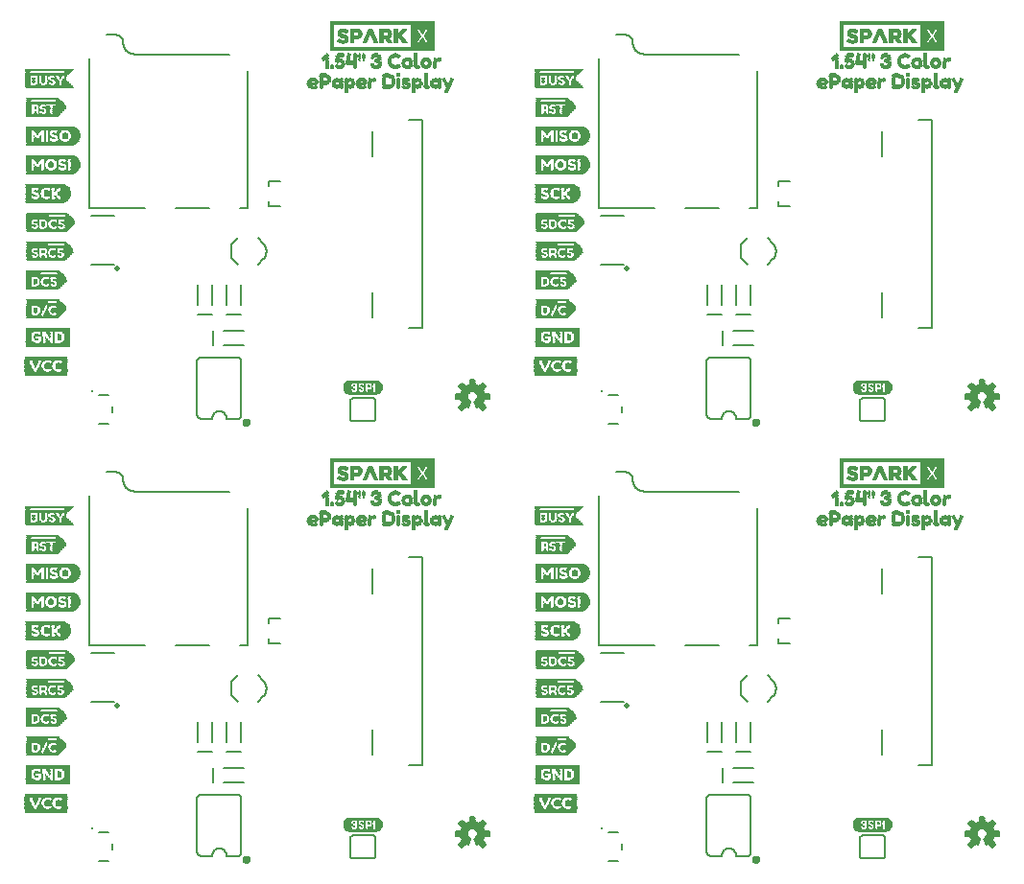
<source format=gto>
G75*
%MOIN*%
%OFA0B0*%
%FSLAX25Y25*%
%IPPOS*%
%LPD*%
%AMOC8*
5,1,8,0,0,1.08239X$1,22.5*
%
%ADD10C,0.00800*%
%ADD11C,0.00600*%
%ADD12C,0.01000*%
%ADD13C,0.00010*%
%ADD14C,0.02000*%
%ADD15R,0.11024X0.00157*%
%ADD16R,0.11181X0.00157*%
%ADD17R,0.11496X0.00157*%
%ADD18R,0.11654X0.00157*%
%ADD19R,0.07559X0.00157*%
%ADD20R,0.01575X0.00157*%
%ADD21R,0.07244X0.00157*%
%ADD22R,0.01732X0.00157*%
%ADD23R,0.02047X0.00157*%
%ADD24R,0.02362X0.00157*%
%ADD25R,0.12756X0.00157*%
%ADD26R,0.12913X0.00157*%
%ADD27R,0.13071X0.00157*%
%ADD28R,0.06614X0.00157*%
%ADD29R,0.06142X0.00157*%
%ADD30R,0.01890X0.00157*%
%ADD31R,0.02992X0.00157*%
%ADD32R,0.01417X0.00157*%
%ADD33R,0.03465X0.00157*%
%ADD34R,0.02520X0.00157*%
%ADD35R,0.01102X0.00157*%
%ADD36R,0.03150X0.00157*%
%ADD37R,0.02205X0.00157*%
%ADD38R,0.00945X0.00157*%
%ADD39R,0.00787X0.00157*%
%ADD40R,0.03307X0.00157*%
%ADD41R,0.00630X0.00157*%
%ADD42R,0.01260X0.00157*%
%ADD43R,0.03622X0.00157*%
%ADD44R,0.05197X0.00157*%
%ADD45R,0.05354X0.00157*%
%ADD46R,0.05039X0.00157*%
%ADD47R,0.04882X0.00157*%
%ADD48R,0.04567X0.00157*%
%ADD49R,0.02835X0.00157*%
%ADD50R,0.13228X0.00157*%
%ADD51R,0.00315X0.00157*%
%ADD52R,0.00157X0.00157*%
%ADD53R,0.04409X0.00157*%
%ADD54R,0.02677X0.00157*%
%ADD55R,0.00472X0.00157*%
%ADD56R,0.04252X0.00157*%
%ADD57R,0.04094X0.00157*%
%ADD58R,0.03937X0.00157*%
%ADD59R,0.03780X0.00157*%
%ADD60R,0.11811X0.00157*%
%ADD61R,0.15276X0.00157*%
%ADD62R,0.11339X0.00157*%
%ADD63R,0.11969X0.00157*%
%ADD64R,0.04724X0.00157*%
%ADD65R,0.13386X0.00157*%
%ADD66R,0.13543X0.00157*%
%ADD67R,0.12126X0.00157*%
%ADD68R,0.14173X0.00157*%
%ADD69R,0.14331X0.00157*%
%ADD70R,0.14646X0.00157*%
%ADD71R,0.14803X0.00157*%
%ADD72R,0.07874X0.00157*%
%ADD73R,0.07717X0.00157*%
%ADD74R,0.15906X0.00157*%
%ADD75R,0.16063X0.00157*%
%ADD76R,0.16220X0.00157*%
%ADD77R,0.16378X0.00157*%
%ADD78R,0.14961X0.00157*%
%ADD79R,0.13701X0.00157*%
%ADD80R,0.14016X0.00157*%
%ADD81R,0.07402X0.00157*%
%ADD82R,0.07087X0.00157*%
%ADD83R,0.15433X0.00157*%
%ADD84R,0.15591X0.00157*%
%ADD85R,0.15748X0.00157*%
%ADD86R,0.16850X0.00157*%
%ADD87R,0.17165X0.00157*%
%ADD88R,0.17480X0.00157*%
%ADD89R,0.17638X0.00157*%
%ADD90R,0.17795X0.00157*%
%ADD91R,0.17953X0.00157*%
%ADD92R,0.09134X0.00157*%
%ADD93R,0.08346X0.00157*%
%ADD94R,0.14488X0.00157*%
%ADD95R,0.16693X0.00157*%
%ADD96R,0.16535X0.00157*%
%ADD97R,0.15118X0.00157*%
%ADD98C,0.00039*%
%ADD99R,0.00984X0.00197*%
%ADD100R,0.01181X0.00197*%
%ADD101R,0.01378X0.00197*%
%ADD102R,0.02165X0.00197*%
%ADD103R,0.02756X0.00197*%
%ADD104R,0.02953X0.00197*%
%ADD105R,0.03150X0.00197*%
%ADD106R,0.03543X0.00197*%
%ADD107R,0.03937X0.00197*%
%ADD108R,0.04134X0.00197*%
%ADD109R,0.01575X0.00197*%
%ADD110R,0.01969X0.00197*%
%ADD111R,0.00394X0.00197*%
%ADD112R,0.01772X0.00197*%
%ADD113R,0.00591X0.00197*%
%ADD114R,0.02362X0.00197*%
%ADD115R,0.03346X0.00197*%
%ADD116R,0.03740X0.00197*%
%ADD117R,0.00197X0.00197*%
%ADD118R,0.02362X0.00236*%
%ADD119R,0.01378X0.00236*%
%ADD120R,0.01575X0.00236*%
%ADD121R,0.01969X0.00236*%
%ADD122R,0.01181X0.00236*%
%ADD123R,0.02756X0.00236*%
%ADD124R,0.02559X0.00236*%
%ADD125R,0.00787X0.00197*%
%ADD126R,0.02559X0.00197*%
%ADD127R,0.03346X0.00236*%
%ADD128R,0.03740X0.00236*%
%ADD129R,0.00787X0.00236*%
%ADD130R,0.00984X0.00236*%
%ADD131R,0.10039X0.00118*%
%ADD132R,0.10748X0.00118*%
%ADD133R,0.11220X0.00079*%
%ADD134R,0.11693X0.00157*%
%ADD135R,0.11929X0.00118*%
%ADD136R,0.12165X0.00118*%
%ADD137R,0.12402X0.00079*%
%ADD138R,0.02953X0.00118*%
%ADD139R,0.02008X0.00118*%
%ADD140R,0.06614X0.00118*%
%ADD141R,0.02717X0.00157*%
%ADD142R,0.01299X0.00157*%
%ADD143R,0.00827X0.00157*%
%ADD144R,0.01063X0.00157*%
%ADD145R,0.02244X0.00157*%
%ADD146R,0.02480X0.00118*%
%ADD147R,0.00945X0.00118*%
%ADD148R,0.00709X0.00118*%
%ADD149R,0.02244X0.00118*%
%ADD150R,0.00827X0.00118*%
%ADD151R,0.00591X0.00118*%
%ADD152R,0.00472X0.00118*%
%ADD153R,0.02480X0.00157*%
%ADD154R,0.00591X0.00157*%
%ADD155R,0.00354X0.00157*%
%ADD156R,0.00236X0.00118*%
%ADD157R,0.00354X0.00118*%
%ADD158R,0.02362X0.00118*%
%ADD159R,0.02717X0.00118*%
%ADD160R,0.01772X0.00118*%
%ADD161R,0.00709X0.00157*%
%ADD162R,0.01772X0.00157*%
%ADD163R,0.00236X0.00157*%
%ADD164R,0.03425X0.00118*%
%ADD165R,0.01535X0.00118*%
%ADD166R,0.03307X0.00118*%
%ADD167R,0.01063X0.00118*%
%ADD168R,0.03898X0.00118*%
%ADD169R,0.02598X0.00157*%
%ADD170R,0.01654X0.00157*%
%ADD171R,0.01181X0.00118*%
%ADD172R,0.01890X0.00118*%
%ADD173R,0.02126X0.00118*%
%ADD174R,0.02008X0.00157*%
%ADD175R,0.02598X0.00118*%
%ADD176R,0.01417X0.00118*%
%ADD177R,0.12402X0.00118*%
%ADD178R,0.11693X0.00118*%
%ADD179R,0.11220X0.00118*%
%ADD180C,0.00591*%
%ADD181R,0.02165X0.00236*%
%ADD182R,0.03543X0.00236*%
%ADD183R,0.04331X0.00236*%
%ADD184R,0.00394X0.00236*%
%ADD185R,0.02953X0.00236*%
%ADD186R,0.03150X0.00236*%
%ADD187R,0.01378X0.00157*%
D10*
X0066651Y0033750D02*
X0070032Y0033750D01*
X0071132Y0037693D02*
X0071132Y0039807D01*
X0070032Y0043750D02*
X0066651Y0043750D01*
X0100679Y0037050D02*
X0100679Y0055450D01*
X0100681Y0055526D01*
X0100687Y0055601D01*
X0100696Y0055677D01*
X0100710Y0055752D01*
X0100727Y0055826D01*
X0100748Y0055899D01*
X0100772Y0055971D01*
X0100800Y0056041D01*
X0100832Y0056110D01*
X0100867Y0056178D01*
X0100906Y0056243D01*
X0100948Y0056307D01*
X0100993Y0056368D01*
X0101041Y0056427D01*
X0101092Y0056483D01*
X0101146Y0056537D01*
X0101202Y0056588D01*
X0101261Y0056636D01*
X0101322Y0056681D01*
X0101386Y0056723D01*
X0101451Y0056762D01*
X0101519Y0056797D01*
X0101588Y0056829D01*
X0101658Y0056857D01*
X0101730Y0056881D01*
X0101803Y0056902D01*
X0101877Y0056919D01*
X0101952Y0056933D01*
X0102028Y0056942D01*
X0102103Y0056948D01*
X0102179Y0056950D01*
X0114504Y0056950D01*
X0114575Y0056959D01*
X0114646Y0056964D01*
X0114718Y0056965D01*
X0114789Y0056962D01*
X0114860Y0056955D01*
X0114931Y0056945D01*
X0115000Y0056931D01*
X0115070Y0056912D01*
X0115138Y0056891D01*
X0115204Y0056865D01*
X0115269Y0056836D01*
X0115333Y0056804D01*
X0115395Y0056768D01*
X0115454Y0056729D01*
X0115512Y0056686D01*
X0115567Y0056641D01*
X0115619Y0056592D01*
X0115669Y0056541D01*
X0115716Y0056488D01*
X0115760Y0056431D01*
X0115801Y0056373D01*
X0115839Y0056312D01*
X0115873Y0056250D01*
X0115904Y0056185D01*
X0115931Y0056119D01*
X0115955Y0056052D01*
X0115975Y0055984D01*
X0115992Y0055914D01*
X0116004Y0055844D01*
X0116004Y0037050D01*
X0116013Y0036980D01*
X0116018Y0036908D01*
X0116019Y0036837D01*
X0116016Y0036766D01*
X0116009Y0036695D01*
X0115999Y0036624D01*
X0115985Y0036554D01*
X0115967Y0036485D01*
X0115945Y0036417D01*
X0115919Y0036350D01*
X0115890Y0036285D01*
X0115858Y0036222D01*
X0115822Y0036160D01*
X0115783Y0036100D01*
X0115740Y0036043D01*
X0115695Y0035988D01*
X0115647Y0035935D01*
X0115595Y0035885D01*
X0115542Y0035838D01*
X0115486Y0035794D01*
X0115427Y0035754D01*
X0115366Y0035716D01*
X0115304Y0035682D01*
X0115240Y0035651D01*
X0115174Y0035623D01*
X0115106Y0035600D01*
X0115038Y0035580D01*
X0114968Y0035563D01*
X0114898Y0035551D01*
X0114898Y0035550D02*
X0110942Y0035550D01*
X0110942Y0035750D02*
X0110940Y0035848D01*
X0110934Y0035946D01*
X0110925Y0036044D01*
X0110911Y0036141D01*
X0110894Y0036238D01*
X0110873Y0036334D01*
X0110848Y0036429D01*
X0110820Y0036523D01*
X0110787Y0036615D01*
X0110752Y0036707D01*
X0110712Y0036797D01*
X0110670Y0036885D01*
X0110623Y0036972D01*
X0110574Y0037056D01*
X0110521Y0037139D01*
X0110465Y0037219D01*
X0110405Y0037298D01*
X0110343Y0037374D01*
X0110278Y0037447D01*
X0110210Y0037518D01*
X0110139Y0037586D01*
X0110066Y0037651D01*
X0109990Y0037713D01*
X0109911Y0037773D01*
X0109831Y0037829D01*
X0109748Y0037882D01*
X0109664Y0037931D01*
X0109577Y0037978D01*
X0109489Y0038020D01*
X0109399Y0038060D01*
X0109307Y0038095D01*
X0109215Y0038128D01*
X0109121Y0038156D01*
X0109026Y0038181D01*
X0108930Y0038202D01*
X0108833Y0038219D01*
X0108736Y0038233D01*
X0108638Y0038242D01*
X0108540Y0038248D01*
X0108442Y0038250D01*
X0108344Y0038248D01*
X0108246Y0038242D01*
X0108148Y0038233D01*
X0108051Y0038219D01*
X0107954Y0038202D01*
X0107858Y0038181D01*
X0107763Y0038156D01*
X0107669Y0038128D01*
X0107577Y0038095D01*
X0107485Y0038060D01*
X0107395Y0038020D01*
X0107307Y0037978D01*
X0107220Y0037931D01*
X0107136Y0037882D01*
X0107053Y0037829D01*
X0106973Y0037773D01*
X0106894Y0037713D01*
X0106818Y0037651D01*
X0106745Y0037586D01*
X0106674Y0037518D01*
X0106606Y0037447D01*
X0106541Y0037374D01*
X0106479Y0037298D01*
X0106419Y0037219D01*
X0106363Y0037139D01*
X0106310Y0037056D01*
X0106261Y0036972D01*
X0106214Y0036885D01*
X0106172Y0036797D01*
X0106132Y0036707D01*
X0106097Y0036615D01*
X0106064Y0036523D01*
X0106036Y0036429D01*
X0106011Y0036334D01*
X0105990Y0036238D01*
X0105973Y0036141D01*
X0105959Y0036044D01*
X0105950Y0035946D01*
X0105944Y0035848D01*
X0105942Y0035750D01*
X0105942Y0035550D02*
X0102623Y0035550D01*
X0102573Y0035549D02*
X0102492Y0035542D01*
X0102411Y0035538D01*
X0102330Y0035539D01*
X0102248Y0035543D01*
X0102168Y0035551D01*
X0102087Y0035563D01*
X0102007Y0035578D01*
X0101928Y0035598D01*
X0101850Y0035621D01*
X0101774Y0035648D01*
X0101698Y0035678D01*
X0101624Y0035712D01*
X0101552Y0035750D01*
X0101482Y0035791D01*
X0101414Y0035835D01*
X0101348Y0035882D01*
X0101284Y0035933D01*
X0101223Y0035986D01*
X0101164Y0036043D01*
X0101108Y0036102D01*
X0101055Y0036163D01*
X0101005Y0036227D01*
X0100958Y0036294D01*
X0100914Y0036362D01*
X0100874Y0036433D01*
X0100837Y0036505D01*
X0100803Y0036579D01*
X0100774Y0036655D01*
X0100747Y0036732D01*
X0100725Y0036810D01*
X0100706Y0036889D01*
X0100691Y0036969D01*
X0100679Y0037050D01*
X0106373Y0061289D02*
X0106373Y0066211D01*
X0109798Y0066211D02*
X0116885Y0066211D01*
X0116885Y0061289D02*
X0109798Y0061289D01*
X0110881Y0071781D02*
X0115802Y0071781D01*
X0115802Y0075207D02*
X0115802Y0082293D01*
X0110881Y0082293D02*
X0110881Y0075207D01*
X0105802Y0075207D02*
X0105802Y0082293D01*
X0100881Y0082293D02*
X0100881Y0075207D01*
X0100881Y0071781D02*
X0105802Y0071781D01*
X0114798Y0089026D02*
X0112436Y0091388D01*
X0112436Y0096112D01*
X0114798Y0098474D01*
X0121885Y0098474D02*
X0123751Y0096420D01*
X0123834Y0096327D01*
X0123914Y0096232D01*
X0123992Y0096133D01*
X0124066Y0096033D01*
X0124136Y0095930D01*
X0124204Y0095825D01*
X0124268Y0095718D01*
X0124329Y0095609D01*
X0124386Y0095498D01*
X0124439Y0095385D01*
X0124490Y0095270D01*
X0124536Y0095155D01*
X0124579Y0095037D01*
X0124618Y0094919D01*
X0124653Y0094799D01*
X0124684Y0094678D01*
X0124712Y0094556D01*
X0124735Y0094433D01*
X0124755Y0094310D01*
X0124771Y0094186D01*
X0124783Y0094062D01*
X0124791Y0093937D01*
X0124795Y0093812D01*
X0124795Y0093688D01*
X0124791Y0093563D01*
X0124783Y0093438D01*
X0124771Y0093314D01*
X0124755Y0093190D01*
X0124735Y0093067D01*
X0124712Y0092944D01*
X0124684Y0092822D01*
X0124653Y0092701D01*
X0124618Y0092581D01*
X0124579Y0092463D01*
X0124536Y0092345D01*
X0124490Y0092230D01*
X0124439Y0092115D01*
X0124386Y0092002D01*
X0124329Y0091891D01*
X0124268Y0091782D01*
X0124204Y0091675D01*
X0124136Y0091570D01*
X0124066Y0091467D01*
X0123992Y0091367D01*
X0123914Y0091268D01*
X0123834Y0091173D01*
X0123751Y0091080D01*
X0121885Y0089026D01*
X0118342Y0108750D02*
X0115586Y0108750D01*
X0118342Y0108750D02*
X0118342Y0156388D01*
X0112043Y0162293D02*
X0078972Y0162293D01*
X0078846Y0162298D01*
X0078721Y0162307D01*
X0078596Y0162320D01*
X0078472Y0162337D01*
X0078348Y0162357D01*
X0078225Y0162381D01*
X0078103Y0162409D01*
X0077982Y0162441D01*
X0077862Y0162477D01*
X0077743Y0162516D01*
X0077625Y0162559D01*
X0077509Y0162606D01*
X0077394Y0162656D01*
X0077280Y0162710D01*
X0077169Y0162768D01*
X0077059Y0162828D01*
X0076952Y0162893D01*
X0076846Y0162960D01*
X0076742Y0163031D01*
X0076641Y0163105D01*
X0076542Y0163182D01*
X0076445Y0163262D01*
X0076351Y0163345D01*
X0076260Y0163430D01*
X0076171Y0163519D01*
X0076086Y0163610D01*
X0076003Y0163704D01*
X0075923Y0163801D01*
X0075846Y0163900D01*
X0075772Y0164001D01*
X0075701Y0164105D01*
X0075634Y0164211D01*
X0075569Y0164318D01*
X0075509Y0164428D01*
X0075451Y0164539D01*
X0075397Y0164653D01*
X0075347Y0164768D01*
X0075300Y0164884D01*
X0075257Y0165002D01*
X0075218Y0165121D01*
X0075182Y0165241D01*
X0075150Y0165362D01*
X0075122Y0165484D01*
X0075098Y0165607D01*
X0075078Y0165731D01*
X0075061Y0165855D01*
X0075048Y0165980D01*
X0075039Y0166105D01*
X0075034Y0166231D01*
X0075035Y0166230D02*
X0075041Y0166331D01*
X0075043Y0166431D01*
X0075041Y0166532D01*
X0075035Y0166632D01*
X0075025Y0166732D01*
X0075011Y0166832D01*
X0074993Y0166931D01*
X0074971Y0167029D01*
X0074946Y0167126D01*
X0074917Y0167223D01*
X0074884Y0167318D01*
X0074847Y0167411D01*
X0074806Y0167503D01*
X0074762Y0167594D01*
X0074715Y0167683D01*
X0074664Y0167769D01*
X0074610Y0167854D01*
X0074552Y0167937D01*
X0074492Y0168017D01*
X0074428Y0168094D01*
X0074361Y0168170D01*
X0074291Y0168242D01*
X0074219Y0168312D01*
X0074143Y0168379D01*
X0074066Y0168443D01*
X0073986Y0168503D01*
X0073903Y0168561D01*
X0073818Y0168615D01*
X0073732Y0168666D01*
X0073643Y0168713D01*
X0073552Y0168757D01*
X0073460Y0168798D01*
X0073367Y0168835D01*
X0073272Y0168868D01*
X0073175Y0168897D01*
X0073078Y0168922D01*
X0072980Y0168944D01*
X0072881Y0168962D01*
X0072781Y0168976D01*
X0072681Y0168986D01*
X0072581Y0168992D01*
X0072480Y0168994D01*
X0072380Y0168992D01*
X0072279Y0168986D01*
X0069129Y0168986D01*
X0063224Y0160719D02*
X0063224Y0108750D01*
X0082515Y0108750D01*
X0071877Y0106215D02*
X0063806Y0106215D01*
X0063806Y0089285D02*
X0071877Y0089285D01*
X0093145Y0108750D02*
X0104956Y0108750D01*
X0125586Y0109419D02*
X0129736Y0109419D01*
X0125586Y0109419D02*
X0125586Y0111100D01*
X0125586Y0116400D02*
X0125586Y0118081D01*
X0129736Y0118081D01*
X0114898Y0187550D02*
X0110942Y0187550D01*
X0110942Y0187750D02*
X0110940Y0187848D01*
X0110934Y0187946D01*
X0110925Y0188044D01*
X0110911Y0188141D01*
X0110894Y0188238D01*
X0110873Y0188334D01*
X0110848Y0188429D01*
X0110820Y0188523D01*
X0110787Y0188615D01*
X0110752Y0188707D01*
X0110712Y0188797D01*
X0110670Y0188885D01*
X0110623Y0188972D01*
X0110574Y0189056D01*
X0110521Y0189139D01*
X0110465Y0189219D01*
X0110405Y0189298D01*
X0110343Y0189374D01*
X0110278Y0189447D01*
X0110210Y0189518D01*
X0110139Y0189586D01*
X0110066Y0189651D01*
X0109990Y0189713D01*
X0109911Y0189773D01*
X0109831Y0189829D01*
X0109748Y0189882D01*
X0109664Y0189931D01*
X0109577Y0189978D01*
X0109489Y0190020D01*
X0109399Y0190060D01*
X0109307Y0190095D01*
X0109215Y0190128D01*
X0109121Y0190156D01*
X0109026Y0190181D01*
X0108930Y0190202D01*
X0108833Y0190219D01*
X0108736Y0190233D01*
X0108638Y0190242D01*
X0108540Y0190248D01*
X0108442Y0190250D01*
X0108344Y0190248D01*
X0108246Y0190242D01*
X0108148Y0190233D01*
X0108051Y0190219D01*
X0107954Y0190202D01*
X0107858Y0190181D01*
X0107763Y0190156D01*
X0107669Y0190128D01*
X0107577Y0190095D01*
X0107485Y0190060D01*
X0107395Y0190020D01*
X0107307Y0189978D01*
X0107220Y0189931D01*
X0107136Y0189882D01*
X0107053Y0189829D01*
X0106973Y0189773D01*
X0106894Y0189713D01*
X0106818Y0189651D01*
X0106745Y0189586D01*
X0106674Y0189518D01*
X0106606Y0189447D01*
X0106541Y0189374D01*
X0106479Y0189298D01*
X0106419Y0189219D01*
X0106363Y0189139D01*
X0106310Y0189056D01*
X0106261Y0188972D01*
X0106214Y0188885D01*
X0106172Y0188797D01*
X0106132Y0188707D01*
X0106097Y0188615D01*
X0106064Y0188523D01*
X0106036Y0188429D01*
X0106011Y0188334D01*
X0105990Y0188238D01*
X0105973Y0188141D01*
X0105959Y0188044D01*
X0105950Y0187946D01*
X0105944Y0187848D01*
X0105942Y0187750D01*
X0105942Y0187550D02*
X0102623Y0187550D01*
X0102573Y0187549D02*
X0102492Y0187542D01*
X0102411Y0187538D01*
X0102330Y0187539D01*
X0102248Y0187543D01*
X0102168Y0187551D01*
X0102087Y0187563D01*
X0102007Y0187578D01*
X0101928Y0187598D01*
X0101850Y0187621D01*
X0101774Y0187648D01*
X0101698Y0187678D01*
X0101624Y0187712D01*
X0101552Y0187750D01*
X0101482Y0187791D01*
X0101414Y0187835D01*
X0101348Y0187882D01*
X0101284Y0187933D01*
X0101223Y0187986D01*
X0101164Y0188043D01*
X0101108Y0188102D01*
X0101055Y0188163D01*
X0101005Y0188227D01*
X0100958Y0188294D01*
X0100914Y0188362D01*
X0100874Y0188433D01*
X0100837Y0188505D01*
X0100803Y0188579D01*
X0100774Y0188655D01*
X0100747Y0188732D01*
X0100725Y0188810D01*
X0100706Y0188889D01*
X0100691Y0188969D01*
X0100679Y0189050D01*
X0100679Y0207450D01*
X0100681Y0207526D01*
X0100687Y0207601D01*
X0100696Y0207677D01*
X0100710Y0207752D01*
X0100727Y0207826D01*
X0100748Y0207899D01*
X0100772Y0207971D01*
X0100800Y0208041D01*
X0100832Y0208110D01*
X0100867Y0208178D01*
X0100906Y0208243D01*
X0100948Y0208307D01*
X0100993Y0208368D01*
X0101041Y0208427D01*
X0101092Y0208483D01*
X0101146Y0208537D01*
X0101202Y0208588D01*
X0101261Y0208636D01*
X0101322Y0208681D01*
X0101386Y0208723D01*
X0101451Y0208762D01*
X0101519Y0208797D01*
X0101588Y0208829D01*
X0101658Y0208857D01*
X0101730Y0208881D01*
X0101803Y0208902D01*
X0101877Y0208919D01*
X0101952Y0208933D01*
X0102028Y0208942D01*
X0102103Y0208948D01*
X0102179Y0208950D01*
X0114504Y0208950D01*
X0114575Y0208959D01*
X0114646Y0208964D01*
X0114718Y0208965D01*
X0114789Y0208962D01*
X0114860Y0208955D01*
X0114931Y0208945D01*
X0115000Y0208931D01*
X0115070Y0208912D01*
X0115138Y0208891D01*
X0115204Y0208865D01*
X0115269Y0208836D01*
X0115333Y0208804D01*
X0115395Y0208768D01*
X0115454Y0208729D01*
X0115512Y0208686D01*
X0115567Y0208641D01*
X0115619Y0208592D01*
X0115669Y0208541D01*
X0115716Y0208488D01*
X0115760Y0208431D01*
X0115801Y0208373D01*
X0115839Y0208312D01*
X0115873Y0208250D01*
X0115904Y0208185D01*
X0115931Y0208119D01*
X0115955Y0208052D01*
X0115975Y0207984D01*
X0115992Y0207914D01*
X0116004Y0207844D01*
X0116004Y0189050D01*
X0116013Y0188980D01*
X0116018Y0188908D01*
X0116019Y0188837D01*
X0116016Y0188766D01*
X0116009Y0188695D01*
X0115999Y0188624D01*
X0115985Y0188554D01*
X0115967Y0188485D01*
X0115945Y0188417D01*
X0115919Y0188350D01*
X0115890Y0188285D01*
X0115858Y0188222D01*
X0115822Y0188160D01*
X0115783Y0188100D01*
X0115740Y0188043D01*
X0115695Y0187988D01*
X0115647Y0187935D01*
X0115595Y0187885D01*
X0115542Y0187838D01*
X0115486Y0187794D01*
X0115427Y0187754D01*
X0115366Y0187716D01*
X0115304Y0187682D01*
X0115240Y0187651D01*
X0115174Y0187623D01*
X0115106Y0187600D01*
X0115038Y0187580D01*
X0114968Y0187563D01*
X0114898Y0187551D01*
X0116885Y0213289D02*
X0109798Y0213289D01*
X0106373Y0213289D02*
X0106373Y0218211D01*
X0109798Y0218211D02*
X0116885Y0218211D01*
X0115802Y0223781D02*
X0110881Y0223781D01*
X0110881Y0227207D02*
X0110881Y0234293D01*
X0115802Y0234293D02*
X0115802Y0227207D01*
X0105802Y0227207D02*
X0105802Y0234293D01*
X0100881Y0234293D02*
X0100881Y0227207D01*
X0100881Y0223781D02*
X0105802Y0223781D01*
X0114798Y0241026D02*
X0112436Y0243388D01*
X0112436Y0248112D01*
X0114798Y0250474D01*
X0121885Y0250474D02*
X0123751Y0248420D01*
X0123834Y0248327D01*
X0123914Y0248232D01*
X0123992Y0248133D01*
X0124066Y0248033D01*
X0124136Y0247930D01*
X0124204Y0247825D01*
X0124268Y0247718D01*
X0124329Y0247609D01*
X0124386Y0247498D01*
X0124439Y0247385D01*
X0124490Y0247270D01*
X0124536Y0247155D01*
X0124579Y0247037D01*
X0124618Y0246919D01*
X0124653Y0246799D01*
X0124684Y0246678D01*
X0124712Y0246556D01*
X0124735Y0246433D01*
X0124755Y0246310D01*
X0124771Y0246186D01*
X0124783Y0246062D01*
X0124791Y0245937D01*
X0124795Y0245812D01*
X0124795Y0245688D01*
X0124791Y0245563D01*
X0124783Y0245438D01*
X0124771Y0245314D01*
X0124755Y0245190D01*
X0124735Y0245067D01*
X0124712Y0244944D01*
X0124684Y0244822D01*
X0124653Y0244701D01*
X0124618Y0244581D01*
X0124579Y0244463D01*
X0124536Y0244345D01*
X0124490Y0244230D01*
X0124439Y0244115D01*
X0124386Y0244002D01*
X0124329Y0243891D01*
X0124268Y0243782D01*
X0124204Y0243675D01*
X0124136Y0243570D01*
X0124066Y0243467D01*
X0123992Y0243367D01*
X0123914Y0243268D01*
X0123834Y0243173D01*
X0123751Y0243080D01*
X0121885Y0241026D01*
X0118342Y0260750D02*
X0115586Y0260750D01*
X0118342Y0260750D02*
X0118342Y0308388D01*
X0112043Y0314293D02*
X0078972Y0314293D01*
X0078846Y0314298D01*
X0078721Y0314307D01*
X0078596Y0314320D01*
X0078472Y0314337D01*
X0078348Y0314357D01*
X0078225Y0314381D01*
X0078103Y0314409D01*
X0077982Y0314441D01*
X0077862Y0314477D01*
X0077743Y0314516D01*
X0077625Y0314559D01*
X0077509Y0314606D01*
X0077394Y0314656D01*
X0077280Y0314710D01*
X0077169Y0314768D01*
X0077059Y0314828D01*
X0076952Y0314893D01*
X0076846Y0314960D01*
X0076742Y0315031D01*
X0076641Y0315105D01*
X0076542Y0315182D01*
X0076445Y0315262D01*
X0076351Y0315345D01*
X0076260Y0315430D01*
X0076171Y0315519D01*
X0076086Y0315610D01*
X0076003Y0315704D01*
X0075923Y0315801D01*
X0075846Y0315900D01*
X0075772Y0316001D01*
X0075701Y0316105D01*
X0075634Y0316211D01*
X0075569Y0316318D01*
X0075509Y0316428D01*
X0075451Y0316539D01*
X0075397Y0316653D01*
X0075347Y0316768D01*
X0075300Y0316884D01*
X0075257Y0317002D01*
X0075218Y0317121D01*
X0075182Y0317241D01*
X0075150Y0317362D01*
X0075122Y0317484D01*
X0075098Y0317607D01*
X0075078Y0317731D01*
X0075061Y0317855D01*
X0075048Y0317980D01*
X0075039Y0318105D01*
X0075034Y0318231D01*
X0075035Y0318230D02*
X0075041Y0318331D01*
X0075043Y0318431D01*
X0075041Y0318532D01*
X0075035Y0318632D01*
X0075025Y0318732D01*
X0075011Y0318832D01*
X0074993Y0318931D01*
X0074971Y0319029D01*
X0074946Y0319126D01*
X0074917Y0319223D01*
X0074884Y0319318D01*
X0074847Y0319411D01*
X0074806Y0319503D01*
X0074762Y0319594D01*
X0074715Y0319683D01*
X0074664Y0319769D01*
X0074610Y0319854D01*
X0074552Y0319937D01*
X0074492Y0320017D01*
X0074428Y0320094D01*
X0074361Y0320170D01*
X0074291Y0320242D01*
X0074219Y0320312D01*
X0074143Y0320379D01*
X0074066Y0320443D01*
X0073986Y0320503D01*
X0073903Y0320561D01*
X0073818Y0320615D01*
X0073732Y0320666D01*
X0073643Y0320713D01*
X0073552Y0320757D01*
X0073460Y0320798D01*
X0073367Y0320835D01*
X0073272Y0320868D01*
X0073175Y0320897D01*
X0073078Y0320922D01*
X0072980Y0320944D01*
X0072881Y0320962D01*
X0072781Y0320976D01*
X0072681Y0320986D01*
X0072581Y0320992D01*
X0072480Y0320994D01*
X0072380Y0320992D01*
X0072279Y0320986D01*
X0069129Y0320986D01*
X0063224Y0312719D02*
X0063224Y0260750D01*
X0082515Y0260750D01*
X0071877Y0258215D02*
X0063806Y0258215D01*
X0063806Y0241285D02*
X0071877Y0241285D01*
X0093145Y0260750D02*
X0104956Y0260750D01*
X0125586Y0261419D02*
X0129736Y0261419D01*
X0125586Y0261419D02*
X0125586Y0263100D01*
X0125586Y0268400D02*
X0125586Y0270081D01*
X0129736Y0270081D01*
X0070032Y0195750D02*
X0066651Y0195750D01*
X0071132Y0191807D02*
X0071132Y0189693D01*
X0070032Y0185750D02*
X0066651Y0185750D01*
X0240224Y0160719D02*
X0240224Y0108750D01*
X0259515Y0108750D01*
X0270145Y0108750D02*
X0281956Y0108750D01*
X0292586Y0108750D02*
X0295342Y0108750D01*
X0295342Y0156388D01*
X0289043Y0162293D02*
X0255972Y0162293D01*
X0255846Y0162298D01*
X0255721Y0162307D01*
X0255596Y0162320D01*
X0255472Y0162337D01*
X0255348Y0162357D01*
X0255225Y0162381D01*
X0255103Y0162409D01*
X0254982Y0162441D01*
X0254862Y0162477D01*
X0254743Y0162516D01*
X0254625Y0162559D01*
X0254509Y0162606D01*
X0254394Y0162656D01*
X0254280Y0162710D01*
X0254169Y0162768D01*
X0254059Y0162828D01*
X0253952Y0162893D01*
X0253846Y0162960D01*
X0253742Y0163031D01*
X0253641Y0163105D01*
X0253542Y0163182D01*
X0253445Y0163262D01*
X0253351Y0163345D01*
X0253260Y0163430D01*
X0253171Y0163519D01*
X0253086Y0163610D01*
X0253003Y0163704D01*
X0252923Y0163801D01*
X0252846Y0163900D01*
X0252772Y0164001D01*
X0252701Y0164105D01*
X0252634Y0164211D01*
X0252569Y0164318D01*
X0252509Y0164428D01*
X0252451Y0164539D01*
X0252397Y0164653D01*
X0252347Y0164768D01*
X0252300Y0164884D01*
X0252257Y0165002D01*
X0252218Y0165121D01*
X0252182Y0165241D01*
X0252150Y0165362D01*
X0252122Y0165484D01*
X0252098Y0165607D01*
X0252078Y0165731D01*
X0252061Y0165855D01*
X0252048Y0165980D01*
X0252039Y0166105D01*
X0252034Y0166231D01*
X0252035Y0166230D02*
X0252041Y0166331D01*
X0252043Y0166431D01*
X0252041Y0166532D01*
X0252035Y0166632D01*
X0252025Y0166732D01*
X0252011Y0166832D01*
X0251993Y0166931D01*
X0251971Y0167029D01*
X0251946Y0167126D01*
X0251917Y0167223D01*
X0251884Y0167318D01*
X0251847Y0167411D01*
X0251806Y0167503D01*
X0251762Y0167594D01*
X0251715Y0167683D01*
X0251664Y0167769D01*
X0251610Y0167854D01*
X0251552Y0167937D01*
X0251492Y0168017D01*
X0251428Y0168094D01*
X0251361Y0168170D01*
X0251291Y0168242D01*
X0251219Y0168312D01*
X0251143Y0168379D01*
X0251066Y0168443D01*
X0250986Y0168503D01*
X0250903Y0168561D01*
X0250818Y0168615D01*
X0250732Y0168666D01*
X0250643Y0168713D01*
X0250552Y0168757D01*
X0250460Y0168798D01*
X0250367Y0168835D01*
X0250272Y0168868D01*
X0250175Y0168897D01*
X0250078Y0168922D01*
X0249980Y0168944D01*
X0249881Y0168962D01*
X0249781Y0168976D01*
X0249681Y0168986D01*
X0249581Y0168992D01*
X0249480Y0168994D01*
X0249380Y0168992D01*
X0249279Y0168986D01*
X0246129Y0168986D01*
X0247032Y0185750D02*
X0243651Y0185750D01*
X0248132Y0189693D02*
X0248132Y0191807D01*
X0247032Y0195750D02*
X0243651Y0195750D01*
X0277679Y0189050D02*
X0277679Y0207450D01*
X0277681Y0207526D01*
X0277687Y0207601D01*
X0277696Y0207677D01*
X0277710Y0207752D01*
X0277727Y0207826D01*
X0277748Y0207899D01*
X0277772Y0207971D01*
X0277800Y0208041D01*
X0277832Y0208110D01*
X0277867Y0208178D01*
X0277906Y0208243D01*
X0277948Y0208307D01*
X0277993Y0208368D01*
X0278041Y0208427D01*
X0278092Y0208483D01*
X0278146Y0208537D01*
X0278202Y0208588D01*
X0278261Y0208636D01*
X0278322Y0208681D01*
X0278386Y0208723D01*
X0278451Y0208762D01*
X0278519Y0208797D01*
X0278588Y0208829D01*
X0278658Y0208857D01*
X0278730Y0208881D01*
X0278803Y0208902D01*
X0278877Y0208919D01*
X0278952Y0208933D01*
X0279028Y0208942D01*
X0279103Y0208948D01*
X0279179Y0208950D01*
X0291504Y0208950D01*
X0291575Y0208959D01*
X0291646Y0208964D01*
X0291718Y0208965D01*
X0291789Y0208962D01*
X0291860Y0208955D01*
X0291931Y0208945D01*
X0292000Y0208931D01*
X0292070Y0208912D01*
X0292138Y0208891D01*
X0292204Y0208865D01*
X0292269Y0208836D01*
X0292333Y0208804D01*
X0292395Y0208768D01*
X0292454Y0208729D01*
X0292512Y0208686D01*
X0292567Y0208641D01*
X0292619Y0208592D01*
X0292669Y0208541D01*
X0292716Y0208488D01*
X0292760Y0208431D01*
X0292801Y0208373D01*
X0292839Y0208312D01*
X0292873Y0208250D01*
X0292904Y0208185D01*
X0292931Y0208119D01*
X0292955Y0208052D01*
X0292975Y0207984D01*
X0292992Y0207914D01*
X0293004Y0207844D01*
X0293004Y0189050D01*
X0293013Y0188980D01*
X0293018Y0188908D01*
X0293019Y0188837D01*
X0293016Y0188766D01*
X0293009Y0188695D01*
X0292999Y0188624D01*
X0292985Y0188554D01*
X0292967Y0188485D01*
X0292945Y0188417D01*
X0292919Y0188350D01*
X0292890Y0188285D01*
X0292858Y0188222D01*
X0292822Y0188160D01*
X0292783Y0188100D01*
X0292740Y0188043D01*
X0292695Y0187988D01*
X0292647Y0187935D01*
X0292595Y0187885D01*
X0292542Y0187838D01*
X0292486Y0187794D01*
X0292427Y0187754D01*
X0292366Y0187716D01*
X0292304Y0187682D01*
X0292240Y0187651D01*
X0292174Y0187623D01*
X0292106Y0187600D01*
X0292038Y0187580D01*
X0291968Y0187563D01*
X0291898Y0187551D01*
X0291898Y0187550D02*
X0287942Y0187550D01*
X0287942Y0187750D02*
X0287940Y0187848D01*
X0287934Y0187946D01*
X0287925Y0188044D01*
X0287911Y0188141D01*
X0287894Y0188238D01*
X0287873Y0188334D01*
X0287848Y0188429D01*
X0287820Y0188523D01*
X0287787Y0188615D01*
X0287752Y0188707D01*
X0287712Y0188797D01*
X0287670Y0188885D01*
X0287623Y0188972D01*
X0287574Y0189056D01*
X0287521Y0189139D01*
X0287465Y0189219D01*
X0287405Y0189298D01*
X0287343Y0189374D01*
X0287278Y0189447D01*
X0287210Y0189518D01*
X0287139Y0189586D01*
X0287066Y0189651D01*
X0286990Y0189713D01*
X0286911Y0189773D01*
X0286831Y0189829D01*
X0286748Y0189882D01*
X0286664Y0189931D01*
X0286577Y0189978D01*
X0286489Y0190020D01*
X0286399Y0190060D01*
X0286307Y0190095D01*
X0286215Y0190128D01*
X0286121Y0190156D01*
X0286026Y0190181D01*
X0285930Y0190202D01*
X0285833Y0190219D01*
X0285736Y0190233D01*
X0285638Y0190242D01*
X0285540Y0190248D01*
X0285442Y0190250D01*
X0285344Y0190248D01*
X0285246Y0190242D01*
X0285148Y0190233D01*
X0285051Y0190219D01*
X0284954Y0190202D01*
X0284858Y0190181D01*
X0284763Y0190156D01*
X0284669Y0190128D01*
X0284577Y0190095D01*
X0284485Y0190060D01*
X0284395Y0190020D01*
X0284307Y0189978D01*
X0284220Y0189931D01*
X0284136Y0189882D01*
X0284053Y0189829D01*
X0283973Y0189773D01*
X0283894Y0189713D01*
X0283818Y0189651D01*
X0283745Y0189586D01*
X0283674Y0189518D01*
X0283606Y0189447D01*
X0283541Y0189374D01*
X0283479Y0189298D01*
X0283419Y0189219D01*
X0283363Y0189139D01*
X0283310Y0189056D01*
X0283261Y0188972D01*
X0283214Y0188885D01*
X0283172Y0188797D01*
X0283132Y0188707D01*
X0283097Y0188615D01*
X0283064Y0188523D01*
X0283036Y0188429D01*
X0283011Y0188334D01*
X0282990Y0188238D01*
X0282973Y0188141D01*
X0282959Y0188044D01*
X0282950Y0187946D01*
X0282944Y0187848D01*
X0282942Y0187750D01*
X0282942Y0187550D02*
X0279623Y0187550D01*
X0279573Y0187549D02*
X0279492Y0187542D01*
X0279411Y0187538D01*
X0279330Y0187539D01*
X0279248Y0187543D01*
X0279168Y0187551D01*
X0279087Y0187563D01*
X0279007Y0187578D01*
X0278928Y0187598D01*
X0278850Y0187621D01*
X0278774Y0187648D01*
X0278698Y0187678D01*
X0278624Y0187712D01*
X0278552Y0187750D01*
X0278482Y0187791D01*
X0278414Y0187835D01*
X0278348Y0187882D01*
X0278284Y0187933D01*
X0278223Y0187986D01*
X0278164Y0188043D01*
X0278108Y0188102D01*
X0278055Y0188163D01*
X0278005Y0188227D01*
X0277958Y0188294D01*
X0277914Y0188362D01*
X0277874Y0188433D01*
X0277837Y0188505D01*
X0277803Y0188579D01*
X0277774Y0188655D01*
X0277747Y0188732D01*
X0277725Y0188810D01*
X0277706Y0188889D01*
X0277691Y0188969D01*
X0277679Y0189050D01*
X0283373Y0213289D02*
X0283373Y0218211D01*
X0286798Y0218211D02*
X0293885Y0218211D01*
X0293885Y0213289D02*
X0286798Y0213289D01*
X0287881Y0223781D02*
X0292802Y0223781D01*
X0292802Y0227207D02*
X0292802Y0234293D01*
X0287881Y0234293D02*
X0287881Y0227207D01*
X0282802Y0227207D02*
X0282802Y0234293D01*
X0277881Y0234293D02*
X0277881Y0227207D01*
X0277881Y0223781D02*
X0282802Y0223781D01*
X0291798Y0241026D02*
X0289436Y0243388D01*
X0289436Y0248112D01*
X0291798Y0250474D01*
X0300751Y0248420D02*
X0300834Y0248327D01*
X0300914Y0248232D01*
X0300992Y0248133D01*
X0301066Y0248033D01*
X0301136Y0247930D01*
X0301204Y0247825D01*
X0301268Y0247718D01*
X0301329Y0247609D01*
X0301386Y0247498D01*
X0301439Y0247385D01*
X0301490Y0247270D01*
X0301536Y0247155D01*
X0301579Y0247037D01*
X0301618Y0246919D01*
X0301653Y0246799D01*
X0301684Y0246678D01*
X0301712Y0246556D01*
X0301735Y0246433D01*
X0301755Y0246310D01*
X0301771Y0246186D01*
X0301783Y0246062D01*
X0301791Y0245937D01*
X0301795Y0245812D01*
X0301795Y0245688D01*
X0301791Y0245563D01*
X0301783Y0245438D01*
X0301771Y0245314D01*
X0301755Y0245190D01*
X0301735Y0245067D01*
X0301712Y0244944D01*
X0301684Y0244822D01*
X0301653Y0244701D01*
X0301618Y0244581D01*
X0301579Y0244463D01*
X0301536Y0244345D01*
X0301490Y0244230D01*
X0301439Y0244115D01*
X0301386Y0244002D01*
X0301329Y0243891D01*
X0301268Y0243782D01*
X0301204Y0243675D01*
X0301136Y0243570D01*
X0301066Y0243467D01*
X0300992Y0243367D01*
X0300914Y0243268D01*
X0300834Y0243173D01*
X0300751Y0243080D01*
X0298885Y0241026D01*
X0300751Y0248420D02*
X0298885Y0250474D01*
X0295342Y0260750D02*
X0292586Y0260750D01*
X0295342Y0260750D02*
X0295342Y0308388D01*
X0289043Y0314293D02*
X0255972Y0314293D01*
X0255846Y0314298D01*
X0255721Y0314307D01*
X0255596Y0314320D01*
X0255472Y0314337D01*
X0255348Y0314357D01*
X0255225Y0314381D01*
X0255103Y0314409D01*
X0254982Y0314441D01*
X0254862Y0314477D01*
X0254743Y0314516D01*
X0254625Y0314559D01*
X0254509Y0314606D01*
X0254394Y0314656D01*
X0254280Y0314710D01*
X0254169Y0314768D01*
X0254059Y0314828D01*
X0253952Y0314893D01*
X0253846Y0314960D01*
X0253742Y0315031D01*
X0253641Y0315105D01*
X0253542Y0315182D01*
X0253445Y0315262D01*
X0253351Y0315345D01*
X0253260Y0315430D01*
X0253171Y0315519D01*
X0253086Y0315610D01*
X0253003Y0315704D01*
X0252923Y0315801D01*
X0252846Y0315900D01*
X0252772Y0316001D01*
X0252701Y0316105D01*
X0252634Y0316211D01*
X0252569Y0316318D01*
X0252509Y0316428D01*
X0252451Y0316539D01*
X0252397Y0316653D01*
X0252347Y0316768D01*
X0252300Y0316884D01*
X0252257Y0317002D01*
X0252218Y0317121D01*
X0252182Y0317241D01*
X0252150Y0317362D01*
X0252122Y0317484D01*
X0252098Y0317607D01*
X0252078Y0317731D01*
X0252061Y0317855D01*
X0252048Y0317980D01*
X0252039Y0318105D01*
X0252034Y0318231D01*
X0252035Y0318230D02*
X0252041Y0318331D01*
X0252043Y0318431D01*
X0252041Y0318532D01*
X0252035Y0318632D01*
X0252025Y0318732D01*
X0252011Y0318832D01*
X0251993Y0318931D01*
X0251971Y0319029D01*
X0251946Y0319126D01*
X0251917Y0319223D01*
X0251884Y0319318D01*
X0251847Y0319411D01*
X0251806Y0319503D01*
X0251762Y0319594D01*
X0251715Y0319683D01*
X0251664Y0319769D01*
X0251610Y0319854D01*
X0251552Y0319937D01*
X0251492Y0320017D01*
X0251428Y0320094D01*
X0251361Y0320170D01*
X0251291Y0320242D01*
X0251219Y0320312D01*
X0251143Y0320379D01*
X0251066Y0320443D01*
X0250986Y0320503D01*
X0250903Y0320561D01*
X0250818Y0320615D01*
X0250732Y0320666D01*
X0250643Y0320713D01*
X0250552Y0320757D01*
X0250460Y0320798D01*
X0250367Y0320835D01*
X0250272Y0320868D01*
X0250175Y0320897D01*
X0250078Y0320922D01*
X0249980Y0320944D01*
X0249881Y0320962D01*
X0249781Y0320976D01*
X0249681Y0320986D01*
X0249581Y0320992D01*
X0249480Y0320994D01*
X0249380Y0320992D01*
X0249279Y0320986D01*
X0246129Y0320986D01*
X0240224Y0312719D02*
X0240224Y0260750D01*
X0259515Y0260750D01*
X0270145Y0260750D02*
X0281956Y0260750D01*
X0302586Y0261419D02*
X0306736Y0261419D01*
X0302586Y0261419D02*
X0302586Y0263100D01*
X0302586Y0268400D02*
X0302586Y0270081D01*
X0306736Y0270081D01*
X0248877Y0258215D02*
X0240806Y0258215D01*
X0240806Y0241285D02*
X0248877Y0241285D01*
X0302586Y0118081D02*
X0306736Y0118081D01*
X0302586Y0118081D02*
X0302586Y0116400D01*
X0302586Y0111100D02*
X0302586Y0109419D01*
X0306736Y0109419D01*
X0298885Y0098474D02*
X0300751Y0096420D01*
X0300834Y0096327D01*
X0300914Y0096232D01*
X0300992Y0096133D01*
X0301066Y0096033D01*
X0301136Y0095930D01*
X0301204Y0095825D01*
X0301268Y0095718D01*
X0301329Y0095609D01*
X0301386Y0095498D01*
X0301439Y0095385D01*
X0301490Y0095270D01*
X0301536Y0095155D01*
X0301579Y0095037D01*
X0301618Y0094919D01*
X0301653Y0094799D01*
X0301684Y0094678D01*
X0301712Y0094556D01*
X0301735Y0094433D01*
X0301755Y0094310D01*
X0301771Y0094186D01*
X0301783Y0094062D01*
X0301791Y0093937D01*
X0301795Y0093812D01*
X0301795Y0093688D01*
X0301791Y0093563D01*
X0301783Y0093438D01*
X0301771Y0093314D01*
X0301755Y0093190D01*
X0301735Y0093067D01*
X0301712Y0092944D01*
X0301684Y0092822D01*
X0301653Y0092701D01*
X0301618Y0092581D01*
X0301579Y0092463D01*
X0301536Y0092345D01*
X0301490Y0092230D01*
X0301439Y0092115D01*
X0301386Y0092002D01*
X0301329Y0091891D01*
X0301268Y0091782D01*
X0301204Y0091675D01*
X0301136Y0091570D01*
X0301066Y0091467D01*
X0300992Y0091367D01*
X0300914Y0091268D01*
X0300834Y0091173D01*
X0300751Y0091080D01*
X0298885Y0089026D01*
X0291798Y0089026D02*
X0289436Y0091388D01*
X0289436Y0096112D01*
X0291798Y0098474D01*
X0292802Y0082293D02*
X0292802Y0075207D01*
X0292802Y0071781D02*
X0287881Y0071781D01*
X0287881Y0075207D02*
X0287881Y0082293D01*
X0282802Y0082293D02*
X0282802Y0075207D01*
X0282802Y0071781D02*
X0277881Y0071781D01*
X0277881Y0075207D02*
X0277881Y0082293D01*
X0283373Y0066211D02*
X0283373Y0061289D01*
X0286798Y0061289D02*
X0293885Y0061289D01*
X0293885Y0066211D02*
X0286798Y0066211D01*
X0291504Y0056950D02*
X0279179Y0056950D01*
X0279103Y0056948D01*
X0279028Y0056942D01*
X0278952Y0056933D01*
X0278877Y0056919D01*
X0278803Y0056902D01*
X0278730Y0056881D01*
X0278658Y0056857D01*
X0278588Y0056829D01*
X0278519Y0056797D01*
X0278451Y0056762D01*
X0278386Y0056723D01*
X0278322Y0056681D01*
X0278261Y0056636D01*
X0278202Y0056588D01*
X0278146Y0056537D01*
X0278092Y0056483D01*
X0278041Y0056427D01*
X0277993Y0056368D01*
X0277948Y0056307D01*
X0277906Y0056243D01*
X0277867Y0056178D01*
X0277832Y0056110D01*
X0277800Y0056041D01*
X0277772Y0055971D01*
X0277748Y0055899D01*
X0277727Y0055826D01*
X0277710Y0055752D01*
X0277696Y0055677D01*
X0277687Y0055601D01*
X0277681Y0055526D01*
X0277679Y0055450D01*
X0277679Y0037050D01*
X0277691Y0036969D01*
X0277706Y0036889D01*
X0277725Y0036810D01*
X0277747Y0036732D01*
X0277774Y0036655D01*
X0277803Y0036579D01*
X0277837Y0036505D01*
X0277874Y0036433D01*
X0277914Y0036362D01*
X0277958Y0036294D01*
X0278005Y0036227D01*
X0278055Y0036163D01*
X0278108Y0036102D01*
X0278164Y0036043D01*
X0278223Y0035986D01*
X0278284Y0035933D01*
X0278348Y0035882D01*
X0278414Y0035835D01*
X0278482Y0035791D01*
X0278552Y0035750D01*
X0278624Y0035712D01*
X0278698Y0035678D01*
X0278774Y0035648D01*
X0278850Y0035621D01*
X0278928Y0035598D01*
X0279007Y0035578D01*
X0279087Y0035563D01*
X0279168Y0035551D01*
X0279248Y0035543D01*
X0279330Y0035539D01*
X0279411Y0035538D01*
X0279492Y0035542D01*
X0279573Y0035549D01*
X0279623Y0035550D02*
X0282942Y0035550D01*
X0282942Y0035750D02*
X0282944Y0035848D01*
X0282950Y0035946D01*
X0282959Y0036044D01*
X0282973Y0036141D01*
X0282990Y0036238D01*
X0283011Y0036334D01*
X0283036Y0036429D01*
X0283064Y0036523D01*
X0283097Y0036615D01*
X0283132Y0036707D01*
X0283172Y0036797D01*
X0283214Y0036885D01*
X0283261Y0036972D01*
X0283310Y0037056D01*
X0283363Y0037139D01*
X0283419Y0037219D01*
X0283479Y0037298D01*
X0283541Y0037374D01*
X0283606Y0037447D01*
X0283674Y0037518D01*
X0283745Y0037586D01*
X0283818Y0037651D01*
X0283894Y0037713D01*
X0283973Y0037773D01*
X0284053Y0037829D01*
X0284136Y0037882D01*
X0284220Y0037931D01*
X0284307Y0037978D01*
X0284395Y0038020D01*
X0284485Y0038060D01*
X0284577Y0038095D01*
X0284669Y0038128D01*
X0284763Y0038156D01*
X0284858Y0038181D01*
X0284954Y0038202D01*
X0285051Y0038219D01*
X0285148Y0038233D01*
X0285246Y0038242D01*
X0285344Y0038248D01*
X0285442Y0038250D01*
X0285540Y0038248D01*
X0285638Y0038242D01*
X0285736Y0038233D01*
X0285833Y0038219D01*
X0285930Y0038202D01*
X0286026Y0038181D01*
X0286121Y0038156D01*
X0286215Y0038128D01*
X0286307Y0038095D01*
X0286399Y0038060D01*
X0286489Y0038020D01*
X0286577Y0037978D01*
X0286664Y0037931D01*
X0286748Y0037882D01*
X0286831Y0037829D01*
X0286911Y0037773D01*
X0286990Y0037713D01*
X0287066Y0037651D01*
X0287139Y0037586D01*
X0287210Y0037518D01*
X0287278Y0037447D01*
X0287343Y0037374D01*
X0287405Y0037298D01*
X0287465Y0037219D01*
X0287521Y0037139D01*
X0287574Y0037056D01*
X0287623Y0036972D01*
X0287670Y0036885D01*
X0287712Y0036797D01*
X0287752Y0036707D01*
X0287787Y0036615D01*
X0287820Y0036523D01*
X0287848Y0036429D01*
X0287873Y0036334D01*
X0287894Y0036238D01*
X0287911Y0036141D01*
X0287925Y0036044D01*
X0287934Y0035946D01*
X0287940Y0035848D01*
X0287942Y0035750D01*
X0287942Y0035550D02*
X0291898Y0035550D01*
X0291898Y0035551D02*
X0291968Y0035563D01*
X0292038Y0035580D01*
X0292106Y0035600D01*
X0292174Y0035623D01*
X0292240Y0035651D01*
X0292304Y0035682D01*
X0292366Y0035716D01*
X0292427Y0035754D01*
X0292486Y0035794D01*
X0292542Y0035838D01*
X0292595Y0035885D01*
X0292647Y0035935D01*
X0292695Y0035988D01*
X0292740Y0036043D01*
X0292783Y0036100D01*
X0292822Y0036160D01*
X0292858Y0036222D01*
X0292890Y0036285D01*
X0292919Y0036350D01*
X0292945Y0036417D01*
X0292967Y0036485D01*
X0292985Y0036554D01*
X0292999Y0036624D01*
X0293009Y0036695D01*
X0293016Y0036766D01*
X0293019Y0036837D01*
X0293018Y0036908D01*
X0293013Y0036980D01*
X0293004Y0037050D01*
X0293004Y0055844D01*
X0292992Y0055914D01*
X0292975Y0055984D01*
X0292955Y0056052D01*
X0292931Y0056119D01*
X0292904Y0056185D01*
X0292873Y0056250D01*
X0292839Y0056312D01*
X0292801Y0056373D01*
X0292760Y0056431D01*
X0292716Y0056488D01*
X0292669Y0056541D01*
X0292619Y0056592D01*
X0292567Y0056641D01*
X0292512Y0056686D01*
X0292454Y0056729D01*
X0292395Y0056768D01*
X0292333Y0056804D01*
X0292269Y0056836D01*
X0292204Y0056865D01*
X0292138Y0056891D01*
X0292070Y0056912D01*
X0292000Y0056931D01*
X0291931Y0056945D01*
X0291860Y0056955D01*
X0291789Y0056962D01*
X0291718Y0056965D01*
X0291646Y0056964D01*
X0291575Y0056959D01*
X0291504Y0056950D01*
X0247032Y0043750D02*
X0243651Y0043750D01*
X0248132Y0039807D02*
X0248132Y0037693D01*
X0247032Y0033750D02*
X0243651Y0033750D01*
X0240806Y0089285D02*
X0248877Y0089285D01*
X0248877Y0106215D02*
X0240806Y0106215D01*
D11*
X0179070Y0139470D02*
X0179070Y0067030D01*
X0174247Y0067030D01*
X0161550Y0070967D02*
X0161550Y0079628D01*
X0161742Y0042750D02*
X0154942Y0042750D01*
X0154882Y0042748D01*
X0154821Y0042743D01*
X0154762Y0042734D01*
X0154703Y0042721D01*
X0154644Y0042705D01*
X0154587Y0042685D01*
X0154532Y0042662D01*
X0154477Y0042635D01*
X0154425Y0042606D01*
X0154374Y0042573D01*
X0154325Y0042537D01*
X0154279Y0042499D01*
X0154235Y0042457D01*
X0154193Y0042413D01*
X0154155Y0042367D01*
X0154119Y0042318D01*
X0154086Y0042267D01*
X0154057Y0042215D01*
X0154030Y0042160D01*
X0154007Y0042105D01*
X0153987Y0042048D01*
X0153971Y0041989D01*
X0153958Y0041930D01*
X0153949Y0041871D01*
X0153944Y0041810D01*
X0153942Y0041750D01*
X0153942Y0035750D01*
X0153944Y0035690D01*
X0153949Y0035629D01*
X0153958Y0035570D01*
X0153971Y0035511D01*
X0153987Y0035452D01*
X0154007Y0035395D01*
X0154030Y0035340D01*
X0154057Y0035285D01*
X0154086Y0035233D01*
X0154119Y0035182D01*
X0154155Y0035133D01*
X0154193Y0035087D01*
X0154235Y0035043D01*
X0154279Y0035001D01*
X0154325Y0034963D01*
X0154374Y0034927D01*
X0154425Y0034894D01*
X0154477Y0034865D01*
X0154532Y0034838D01*
X0154587Y0034815D01*
X0154644Y0034795D01*
X0154703Y0034779D01*
X0154762Y0034766D01*
X0154821Y0034757D01*
X0154882Y0034752D01*
X0154942Y0034750D01*
X0161742Y0034750D01*
X0161802Y0034752D01*
X0161863Y0034757D01*
X0161922Y0034766D01*
X0161981Y0034779D01*
X0162040Y0034795D01*
X0162097Y0034815D01*
X0162152Y0034838D01*
X0162207Y0034865D01*
X0162259Y0034894D01*
X0162310Y0034927D01*
X0162359Y0034963D01*
X0162405Y0035001D01*
X0162449Y0035043D01*
X0162491Y0035087D01*
X0162529Y0035133D01*
X0162565Y0035182D01*
X0162598Y0035233D01*
X0162627Y0035285D01*
X0162654Y0035340D01*
X0162677Y0035395D01*
X0162697Y0035452D01*
X0162713Y0035511D01*
X0162726Y0035570D01*
X0162735Y0035629D01*
X0162740Y0035690D01*
X0162742Y0035750D01*
X0162742Y0041750D01*
X0162740Y0041810D01*
X0162735Y0041871D01*
X0162726Y0041930D01*
X0162713Y0041989D01*
X0162697Y0042048D01*
X0162677Y0042105D01*
X0162654Y0042160D01*
X0162627Y0042215D01*
X0162598Y0042267D01*
X0162565Y0042318D01*
X0162529Y0042367D01*
X0162491Y0042413D01*
X0162449Y0042457D01*
X0162405Y0042499D01*
X0162359Y0042537D01*
X0162310Y0042573D01*
X0162259Y0042606D01*
X0162207Y0042635D01*
X0162152Y0042662D01*
X0162097Y0042685D01*
X0162040Y0042705D01*
X0161981Y0042721D01*
X0161922Y0042734D01*
X0161863Y0042743D01*
X0161802Y0042748D01*
X0161742Y0042750D01*
X0161550Y0126872D02*
X0161550Y0135533D01*
X0174247Y0139470D02*
X0179070Y0139470D01*
X0161742Y0186750D02*
X0154942Y0186750D01*
X0154882Y0186752D01*
X0154821Y0186757D01*
X0154762Y0186766D01*
X0154703Y0186779D01*
X0154644Y0186795D01*
X0154587Y0186815D01*
X0154532Y0186838D01*
X0154477Y0186865D01*
X0154425Y0186894D01*
X0154374Y0186927D01*
X0154325Y0186963D01*
X0154279Y0187001D01*
X0154235Y0187043D01*
X0154193Y0187087D01*
X0154155Y0187133D01*
X0154119Y0187182D01*
X0154086Y0187233D01*
X0154057Y0187285D01*
X0154030Y0187340D01*
X0154007Y0187395D01*
X0153987Y0187452D01*
X0153971Y0187511D01*
X0153958Y0187570D01*
X0153949Y0187629D01*
X0153944Y0187690D01*
X0153942Y0187750D01*
X0153942Y0193750D01*
X0153944Y0193810D01*
X0153949Y0193871D01*
X0153958Y0193930D01*
X0153971Y0193989D01*
X0153987Y0194048D01*
X0154007Y0194105D01*
X0154030Y0194160D01*
X0154057Y0194215D01*
X0154086Y0194267D01*
X0154119Y0194318D01*
X0154155Y0194367D01*
X0154193Y0194413D01*
X0154235Y0194457D01*
X0154279Y0194499D01*
X0154325Y0194537D01*
X0154374Y0194573D01*
X0154425Y0194606D01*
X0154477Y0194635D01*
X0154532Y0194662D01*
X0154587Y0194685D01*
X0154644Y0194705D01*
X0154703Y0194721D01*
X0154762Y0194734D01*
X0154821Y0194743D01*
X0154882Y0194748D01*
X0154942Y0194750D01*
X0161742Y0194750D01*
X0161802Y0194748D01*
X0161863Y0194743D01*
X0161922Y0194734D01*
X0161981Y0194721D01*
X0162040Y0194705D01*
X0162097Y0194685D01*
X0162152Y0194662D01*
X0162207Y0194635D01*
X0162259Y0194606D01*
X0162310Y0194573D01*
X0162359Y0194537D01*
X0162405Y0194499D01*
X0162449Y0194457D01*
X0162491Y0194413D01*
X0162529Y0194367D01*
X0162565Y0194318D01*
X0162598Y0194267D01*
X0162627Y0194215D01*
X0162654Y0194160D01*
X0162677Y0194105D01*
X0162697Y0194048D01*
X0162713Y0193989D01*
X0162726Y0193930D01*
X0162735Y0193871D01*
X0162740Y0193810D01*
X0162742Y0193750D01*
X0162742Y0187750D01*
X0162740Y0187690D01*
X0162735Y0187629D01*
X0162726Y0187570D01*
X0162713Y0187511D01*
X0162697Y0187452D01*
X0162677Y0187395D01*
X0162654Y0187340D01*
X0162627Y0187285D01*
X0162598Y0187233D01*
X0162565Y0187182D01*
X0162529Y0187133D01*
X0162491Y0187087D01*
X0162449Y0187043D01*
X0162405Y0187001D01*
X0162359Y0186963D01*
X0162310Y0186927D01*
X0162259Y0186894D01*
X0162207Y0186865D01*
X0162152Y0186838D01*
X0162097Y0186815D01*
X0162040Y0186795D01*
X0161981Y0186779D01*
X0161922Y0186766D01*
X0161863Y0186757D01*
X0161802Y0186752D01*
X0161742Y0186750D01*
X0174247Y0219030D02*
X0179070Y0219030D01*
X0179070Y0291470D01*
X0174247Y0291470D01*
X0161550Y0287533D02*
X0161550Y0278872D01*
X0161550Y0231628D02*
X0161550Y0222967D01*
X0330942Y0193750D02*
X0330942Y0187750D01*
X0330944Y0187690D01*
X0330949Y0187629D01*
X0330958Y0187570D01*
X0330971Y0187511D01*
X0330987Y0187452D01*
X0331007Y0187395D01*
X0331030Y0187340D01*
X0331057Y0187285D01*
X0331086Y0187233D01*
X0331119Y0187182D01*
X0331155Y0187133D01*
X0331193Y0187087D01*
X0331235Y0187043D01*
X0331279Y0187001D01*
X0331325Y0186963D01*
X0331374Y0186927D01*
X0331425Y0186894D01*
X0331477Y0186865D01*
X0331532Y0186838D01*
X0331587Y0186815D01*
X0331644Y0186795D01*
X0331703Y0186779D01*
X0331762Y0186766D01*
X0331821Y0186757D01*
X0331882Y0186752D01*
X0331942Y0186750D01*
X0338742Y0186750D01*
X0338802Y0186752D01*
X0338863Y0186757D01*
X0338922Y0186766D01*
X0338981Y0186779D01*
X0339040Y0186795D01*
X0339097Y0186815D01*
X0339152Y0186838D01*
X0339207Y0186865D01*
X0339259Y0186894D01*
X0339310Y0186927D01*
X0339359Y0186963D01*
X0339405Y0187001D01*
X0339449Y0187043D01*
X0339491Y0187087D01*
X0339529Y0187133D01*
X0339565Y0187182D01*
X0339598Y0187233D01*
X0339627Y0187285D01*
X0339654Y0187340D01*
X0339677Y0187395D01*
X0339697Y0187452D01*
X0339713Y0187511D01*
X0339726Y0187570D01*
X0339735Y0187629D01*
X0339740Y0187690D01*
X0339742Y0187750D01*
X0339742Y0193750D01*
X0339740Y0193810D01*
X0339735Y0193871D01*
X0339726Y0193930D01*
X0339713Y0193989D01*
X0339697Y0194048D01*
X0339677Y0194105D01*
X0339654Y0194160D01*
X0339627Y0194215D01*
X0339598Y0194267D01*
X0339565Y0194318D01*
X0339529Y0194367D01*
X0339491Y0194413D01*
X0339449Y0194457D01*
X0339405Y0194499D01*
X0339359Y0194537D01*
X0339310Y0194573D01*
X0339259Y0194606D01*
X0339207Y0194635D01*
X0339152Y0194662D01*
X0339097Y0194685D01*
X0339040Y0194705D01*
X0338981Y0194721D01*
X0338922Y0194734D01*
X0338863Y0194743D01*
X0338802Y0194748D01*
X0338742Y0194750D01*
X0331942Y0194750D01*
X0331882Y0194748D01*
X0331821Y0194743D01*
X0331762Y0194734D01*
X0331703Y0194721D01*
X0331644Y0194705D01*
X0331587Y0194685D01*
X0331532Y0194662D01*
X0331477Y0194635D01*
X0331425Y0194606D01*
X0331374Y0194573D01*
X0331325Y0194537D01*
X0331279Y0194499D01*
X0331235Y0194457D01*
X0331193Y0194413D01*
X0331155Y0194367D01*
X0331119Y0194318D01*
X0331086Y0194267D01*
X0331057Y0194215D01*
X0331030Y0194160D01*
X0331007Y0194105D01*
X0330987Y0194048D01*
X0330971Y0193989D01*
X0330958Y0193930D01*
X0330949Y0193871D01*
X0330944Y0193810D01*
X0330942Y0193750D01*
X0351247Y0219030D02*
X0356070Y0219030D01*
X0356070Y0291470D01*
X0351247Y0291470D01*
X0338550Y0287533D02*
X0338550Y0278872D01*
X0338550Y0231628D02*
X0338550Y0222967D01*
X0351247Y0139470D02*
X0356070Y0139470D01*
X0356070Y0067030D01*
X0351247Y0067030D01*
X0338550Y0070967D02*
X0338550Y0079628D01*
X0338742Y0042750D02*
X0331942Y0042750D01*
X0331882Y0042748D01*
X0331821Y0042743D01*
X0331762Y0042734D01*
X0331703Y0042721D01*
X0331644Y0042705D01*
X0331587Y0042685D01*
X0331532Y0042662D01*
X0331477Y0042635D01*
X0331425Y0042606D01*
X0331374Y0042573D01*
X0331325Y0042537D01*
X0331279Y0042499D01*
X0331235Y0042457D01*
X0331193Y0042413D01*
X0331155Y0042367D01*
X0331119Y0042318D01*
X0331086Y0042267D01*
X0331057Y0042215D01*
X0331030Y0042160D01*
X0331007Y0042105D01*
X0330987Y0042048D01*
X0330971Y0041989D01*
X0330958Y0041930D01*
X0330949Y0041871D01*
X0330944Y0041810D01*
X0330942Y0041750D01*
X0330942Y0035750D01*
X0330944Y0035690D01*
X0330949Y0035629D01*
X0330958Y0035570D01*
X0330971Y0035511D01*
X0330987Y0035452D01*
X0331007Y0035395D01*
X0331030Y0035340D01*
X0331057Y0035285D01*
X0331086Y0035233D01*
X0331119Y0035182D01*
X0331155Y0035133D01*
X0331193Y0035087D01*
X0331235Y0035043D01*
X0331279Y0035001D01*
X0331325Y0034963D01*
X0331374Y0034927D01*
X0331425Y0034894D01*
X0331477Y0034865D01*
X0331532Y0034838D01*
X0331587Y0034815D01*
X0331644Y0034795D01*
X0331703Y0034779D01*
X0331762Y0034766D01*
X0331821Y0034757D01*
X0331882Y0034752D01*
X0331942Y0034750D01*
X0338742Y0034750D01*
X0338802Y0034752D01*
X0338863Y0034757D01*
X0338922Y0034766D01*
X0338981Y0034779D01*
X0339040Y0034795D01*
X0339097Y0034815D01*
X0339152Y0034838D01*
X0339207Y0034865D01*
X0339259Y0034894D01*
X0339310Y0034927D01*
X0339359Y0034963D01*
X0339405Y0035001D01*
X0339449Y0035043D01*
X0339491Y0035087D01*
X0339529Y0035133D01*
X0339565Y0035182D01*
X0339598Y0035233D01*
X0339627Y0035285D01*
X0339654Y0035340D01*
X0339677Y0035395D01*
X0339697Y0035452D01*
X0339713Y0035511D01*
X0339726Y0035570D01*
X0339735Y0035629D01*
X0339740Y0035690D01*
X0339742Y0035750D01*
X0339742Y0041750D01*
X0339740Y0041810D01*
X0339735Y0041871D01*
X0339726Y0041930D01*
X0339713Y0041989D01*
X0339697Y0042048D01*
X0339677Y0042105D01*
X0339654Y0042160D01*
X0339627Y0042215D01*
X0339598Y0042267D01*
X0339565Y0042318D01*
X0339529Y0042367D01*
X0339491Y0042413D01*
X0339449Y0042457D01*
X0339405Y0042499D01*
X0339359Y0042537D01*
X0339310Y0042573D01*
X0339259Y0042606D01*
X0339207Y0042635D01*
X0339152Y0042662D01*
X0339097Y0042685D01*
X0339040Y0042705D01*
X0338981Y0042721D01*
X0338922Y0042734D01*
X0338863Y0042743D01*
X0338802Y0042748D01*
X0338742Y0042750D01*
X0338550Y0126872D02*
X0338550Y0135533D01*
D12*
X0241342Y0197050D03*
X0064342Y0197050D03*
X0064342Y0045050D03*
X0241342Y0045050D03*
D13*
X0293498Y0034653D02*
X0293467Y0034375D01*
X0293498Y0034097D01*
X0293591Y0033833D01*
X0295843Y0033833D01*
X0295935Y0034097D01*
X0295967Y0034375D01*
X0295935Y0034653D01*
X0295843Y0034917D01*
X0295694Y0035154D01*
X0295496Y0035352D01*
X0295259Y0035501D01*
X0294995Y0035594D01*
X0294717Y0035625D01*
X0294439Y0035594D01*
X0294174Y0035501D01*
X0293937Y0035352D01*
X0293740Y0035154D01*
X0293591Y0034917D01*
X0293498Y0034653D01*
X0293498Y0034650D02*
X0295936Y0034650D01*
X0295937Y0034642D02*
X0293497Y0034642D01*
X0293496Y0034633D02*
X0295938Y0034633D01*
X0295939Y0034625D02*
X0293495Y0034625D01*
X0293494Y0034616D02*
X0295940Y0034616D01*
X0295941Y0034607D02*
X0293493Y0034607D01*
X0293492Y0034599D02*
X0295942Y0034599D01*
X0295943Y0034590D02*
X0293491Y0034590D01*
X0293490Y0034582D02*
X0295944Y0034582D01*
X0295944Y0034573D02*
X0293489Y0034573D01*
X0293488Y0034565D02*
X0295945Y0034565D01*
X0295946Y0034556D02*
X0293487Y0034556D01*
X0293486Y0034548D02*
X0295947Y0034548D01*
X0295948Y0034539D02*
X0293485Y0034539D01*
X0293484Y0034531D02*
X0295949Y0034531D01*
X0295950Y0034522D02*
X0293483Y0034522D01*
X0293482Y0034514D02*
X0295951Y0034514D01*
X0295952Y0034505D02*
X0293481Y0034505D01*
X0293481Y0034497D02*
X0295953Y0034497D01*
X0295954Y0034488D02*
X0293480Y0034488D01*
X0293479Y0034480D02*
X0295955Y0034480D01*
X0295956Y0034471D02*
X0293478Y0034471D01*
X0293477Y0034463D02*
X0295957Y0034463D01*
X0295958Y0034454D02*
X0293476Y0034454D01*
X0293475Y0034446D02*
X0295959Y0034446D01*
X0295960Y0034437D02*
X0293474Y0034437D01*
X0293473Y0034429D02*
X0295961Y0034429D01*
X0295962Y0034420D02*
X0293472Y0034420D01*
X0293471Y0034412D02*
X0295963Y0034412D01*
X0295964Y0034403D02*
X0293470Y0034403D01*
X0293469Y0034395D02*
X0295965Y0034395D01*
X0295966Y0034386D02*
X0293468Y0034386D01*
X0293467Y0034378D02*
X0295967Y0034378D01*
X0295966Y0034369D02*
X0293467Y0034369D01*
X0293468Y0034361D02*
X0295965Y0034361D01*
X0295964Y0034352D02*
X0293469Y0034352D01*
X0293470Y0034344D02*
X0295963Y0034344D01*
X0295962Y0034335D02*
X0293471Y0034335D01*
X0293472Y0034327D02*
X0295961Y0034327D01*
X0295960Y0034318D02*
X0293473Y0034318D01*
X0293474Y0034309D02*
X0295959Y0034309D01*
X0295958Y0034301D02*
X0293475Y0034301D01*
X0293476Y0034292D02*
X0295958Y0034292D01*
X0295957Y0034284D02*
X0293477Y0034284D01*
X0293478Y0034275D02*
X0295956Y0034275D01*
X0295955Y0034267D02*
X0293479Y0034267D01*
X0293480Y0034258D02*
X0295954Y0034258D01*
X0295953Y0034250D02*
X0293481Y0034250D01*
X0293482Y0034241D02*
X0295952Y0034241D01*
X0295951Y0034233D02*
X0293483Y0034233D01*
X0293484Y0034224D02*
X0295950Y0034224D01*
X0295949Y0034216D02*
X0293485Y0034216D01*
X0293486Y0034207D02*
X0295948Y0034207D01*
X0295947Y0034199D02*
X0293487Y0034199D01*
X0293488Y0034190D02*
X0295946Y0034190D01*
X0295945Y0034182D02*
X0293489Y0034182D01*
X0293490Y0034173D02*
X0295944Y0034173D01*
X0295943Y0034165D02*
X0293490Y0034165D01*
X0293491Y0034156D02*
X0295942Y0034156D01*
X0295941Y0034148D02*
X0293492Y0034148D01*
X0293493Y0034139D02*
X0295940Y0034139D01*
X0295939Y0034131D02*
X0293494Y0034131D01*
X0293495Y0034122D02*
X0295938Y0034122D01*
X0295937Y0034114D02*
X0293496Y0034114D01*
X0293497Y0034105D02*
X0295936Y0034105D01*
X0295935Y0034097D02*
X0293498Y0034097D01*
X0293501Y0034088D02*
X0295932Y0034088D01*
X0295929Y0034080D02*
X0293504Y0034080D01*
X0293507Y0034071D02*
X0295926Y0034071D01*
X0295923Y0034063D02*
X0293510Y0034063D01*
X0293513Y0034054D02*
X0295920Y0034054D01*
X0295918Y0034046D02*
X0293516Y0034046D01*
X0293519Y0034037D02*
X0295915Y0034037D01*
X0295912Y0034029D02*
X0293522Y0034029D01*
X0293525Y0034020D02*
X0295909Y0034020D01*
X0295906Y0034012D02*
X0293528Y0034012D01*
X0293531Y0034003D02*
X0295903Y0034003D01*
X0295900Y0033994D02*
X0293534Y0033994D01*
X0293537Y0033986D02*
X0295897Y0033986D01*
X0295894Y0033977D02*
X0293540Y0033977D01*
X0293543Y0033969D02*
X0295891Y0033969D01*
X0295888Y0033960D02*
X0293546Y0033960D01*
X0293549Y0033952D02*
X0295885Y0033952D01*
X0295882Y0033943D02*
X0293552Y0033943D01*
X0293555Y0033935D02*
X0295879Y0033935D01*
X0295876Y0033926D02*
X0293558Y0033926D01*
X0293561Y0033918D02*
X0295873Y0033918D01*
X0295870Y0033909D02*
X0293564Y0033909D01*
X0293567Y0033901D02*
X0295867Y0033901D01*
X0295864Y0033892D02*
X0293570Y0033892D01*
X0293573Y0033884D02*
X0295861Y0033884D01*
X0295858Y0033875D02*
X0293576Y0033875D01*
X0293579Y0033867D02*
X0295855Y0033867D01*
X0295852Y0033858D02*
X0293582Y0033858D01*
X0293585Y0033850D02*
X0295849Y0033850D01*
X0295846Y0033841D02*
X0293588Y0033841D01*
X0293591Y0033833D02*
X0293740Y0033596D01*
X0293937Y0033398D01*
X0294174Y0033249D01*
X0294439Y0033156D01*
X0294717Y0033125D01*
X0294995Y0033156D01*
X0295259Y0033249D01*
X0295496Y0033398D01*
X0295694Y0033596D01*
X0295843Y0033833D01*
X0295838Y0033824D02*
X0293596Y0033824D01*
X0293601Y0033816D02*
X0295832Y0033816D01*
X0295827Y0033807D02*
X0293607Y0033807D01*
X0293612Y0033799D02*
X0295822Y0033799D01*
X0295816Y0033790D02*
X0293617Y0033790D01*
X0293623Y0033782D02*
X0295811Y0033782D01*
X0295806Y0033773D02*
X0293628Y0033773D01*
X0293633Y0033765D02*
X0295800Y0033765D01*
X0295795Y0033756D02*
X0293639Y0033756D01*
X0293644Y0033748D02*
X0295790Y0033748D01*
X0295784Y0033739D02*
X0293649Y0033739D01*
X0293655Y0033731D02*
X0295779Y0033731D01*
X0295774Y0033722D02*
X0293660Y0033722D01*
X0293665Y0033714D02*
X0295768Y0033714D01*
X0295763Y0033705D02*
X0293671Y0033705D01*
X0293676Y0033697D02*
X0295757Y0033697D01*
X0295752Y0033688D02*
X0293681Y0033688D01*
X0293687Y0033679D02*
X0295747Y0033679D01*
X0295741Y0033671D02*
X0293692Y0033671D01*
X0293698Y0033662D02*
X0295736Y0033662D01*
X0295731Y0033654D02*
X0293703Y0033654D01*
X0293708Y0033645D02*
X0295725Y0033645D01*
X0295720Y0033637D02*
X0293714Y0033637D01*
X0293719Y0033628D02*
X0295715Y0033628D01*
X0295709Y0033620D02*
X0293724Y0033620D01*
X0293730Y0033611D02*
X0295704Y0033611D01*
X0295699Y0033603D02*
X0293735Y0033603D01*
X0293741Y0033594D02*
X0295693Y0033594D01*
X0295684Y0033586D02*
X0293749Y0033586D01*
X0293758Y0033577D02*
X0295676Y0033577D01*
X0295667Y0033569D02*
X0293766Y0033569D01*
X0293775Y0033560D02*
X0295659Y0033560D01*
X0295650Y0033552D02*
X0293783Y0033552D01*
X0293792Y0033543D02*
X0295642Y0033543D01*
X0295633Y0033535D02*
X0293800Y0033535D01*
X0293809Y0033526D02*
X0295625Y0033526D01*
X0295616Y0033518D02*
X0293817Y0033518D01*
X0293826Y0033509D02*
X0295608Y0033509D01*
X0295599Y0033501D02*
X0293834Y0033501D01*
X0293843Y0033492D02*
X0295591Y0033492D01*
X0295582Y0033484D02*
X0293851Y0033484D01*
X0293860Y0033475D02*
X0295574Y0033475D01*
X0295565Y0033467D02*
X0293869Y0033467D01*
X0293877Y0033458D02*
X0295557Y0033458D01*
X0295548Y0033450D02*
X0293886Y0033450D01*
X0293894Y0033441D02*
X0295540Y0033441D01*
X0295531Y0033433D02*
X0293903Y0033433D01*
X0293911Y0033424D02*
X0295523Y0033424D01*
X0295514Y0033416D02*
X0293920Y0033416D01*
X0293928Y0033407D02*
X0295505Y0033407D01*
X0295497Y0033399D02*
X0293937Y0033399D01*
X0293950Y0033390D02*
X0295484Y0033390D01*
X0295470Y0033381D02*
X0293963Y0033381D01*
X0293977Y0033373D02*
X0295457Y0033373D01*
X0295443Y0033364D02*
X0293990Y0033364D01*
X0294004Y0033356D02*
X0295430Y0033356D01*
X0295416Y0033347D02*
X0294017Y0033347D01*
X0294031Y0033339D02*
X0295403Y0033339D01*
X0295389Y0033330D02*
X0294045Y0033330D01*
X0294058Y0033322D02*
X0295376Y0033322D01*
X0295362Y0033313D02*
X0294072Y0033313D01*
X0294085Y0033305D02*
X0295348Y0033305D01*
X0295335Y0033296D02*
X0294099Y0033296D01*
X0294112Y0033288D02*
X0295321Y0033288D01*
X0295308Y0033279D02*
X0294126Y0033279D01*
X0294139Y0033271D02*
X0295294Y0033271D01*
X0295281Y0033262D02*
X0294153Y0033262D01*
X0294166Y0033254D02*
X0295267Y0033254D01*
X0295249Y0033245D02*
X0294184Y0033245D01*
X0294209Y0033237D02*
X0295225Y0033237D01*
X0295200Y0033228D02*
X0294233Y0033228D01*
X0294257Y0033220D02*
X0295176Y0033220D01*
X0295152Y0033211D02*
X0294282Y0033211D01*
X0294306Y0033203D02*
X0295127Y0033203D01*
X0295103Y0033194D02*
X0294330Y0033194D01*
X0294355Y0033186D02*
X0295079Y0033186D01*
X0295054Y0033177D02*
X0294379Y0033177D01*
X0294403Y0033169D02*
X0295030Y0033169D01*
X0295006Y0033160D02*
X0294428Y0033160D01*
X0294480Y0033152D02*
X0294953Y0033152D01*
X0294878Y0033143D02*
X0294556Y0033143D01*
X0294632Y0033135D02*
X0294802Y0033135D01*
X0294726Y0033126D02*
X0294707Y0033126D01*
X0293500Y0034659D02*
X0295934Y0034659D01*
X0295931Y0034667D02*
X0293503Y0034667D01*
X0293506Y0034676D02*
X0295928Y0034676D01*
X0295925Y0034684D02*
X0293509Y0034684D01*
X0293512Y0034693D02*
X0295922Y0034693D01*
X0295919Y0034701D02*
X0293515Y0034701D01*
X0293518Y0034710D02*
X0295916Y0034710D01*
X0295913Y0034718D02*
X0293521Y0034718D01*
X0293524Y0034727D02*
X0295910Y0034727D01*
X0295907Y0034735D02*
X0293527Y0034735D01*
X0293530Y0034744D02*
X0295904Y0034744D01*
X0295901Y0034752D02*
X0293533Y0034752D01*
X0293536Y0034761D02*
X0295898Y0034761D01*
X0295895Y0034769D02*
X0293539Y0034769D01*
X0293542Y0034778D02*
X0295892Y0034778D01*
X0295889Y0034786D02*
X0293545Y0034786D01*
X0293548Y0034795D02*
X0295886Y0034795D01*
X0295883Y0034803D02*
X0293551Y0034803D01*
X0293554Y0034812D02*
X0295880Y0034812D01*
X0295877Y0034820D02*
X0293557Y0034820D01*
X0293560Y0034829D02*
X0295874Y0034829D01*
X0295871Y0034837D02*
X0293563Y0034837D01*
X0293566Y0034846D02*
X0295868Y0034846D01*
X0295865Y0034854D02*
X0293569Y0034854D01*
X0293572Y0034863D02*
X0295862Y0034863D01*
X0295859Y0034871D02*
X0293575Y0034871D01*
X0293578Y0034880D02*
X0295856Y0034880D01*
X0295853Y0034888D02*
X0293580Y0034888D01*
X0293583Y0034897D02*
X0295850Y0034897D01*
X0295847Y0034905D02*
X0293586Y0034905D01*
X0293589Y0034914D02*
X0295844Y0034914D01*
X0295840Y0034922D02*
X0293594Y0034922D01*
X0293599Y0034931D02*
X0295834Y0034931D01*
X0295829Y0034940D02*
X0293605Y0034940D01*
X0293610Y0034948D02*
X0295824Y0034948D01*
X0295818Y0034957D02*
X0293615Y0034957D01*
X0293621Y0034965D02*
X0295813Y0034965D01*
X0295808Y0034974D02*
X0293626Y0034974D01*
X0293631Y0034982D02*
X0295802Y0034982D01*
X0295797Y0034991D02*
X0293637Y0034991D01*
X0293642Y0034999D02*
X0295792Y0034999D01*
X0295786Y0035008D02*
X0293647Y0035008D01*
X0293653Y0035016D02*
X0295781Y0035016D01*
X0295776Y0035025D02*
X0293658Y0035025D01*
X0293663Y0035033D02*
X0295770Y0035033D01*
X0295765Y0035042D02*
X0293669Y0035042D01*
X0293674Y0035050D02*
X0295760Y0035050D01*
X0295754Y0035059D02*
X0293679Y0035059D01*
X0293685Y0035067D02*
X0295749Y0035067D01*
X0295744Y0035076D02*
X0293690Y0035076D01*
X0293695Y0035084D02*
X0295738Y0035084D01*
X0295733Y0035093D02*
X0293701Y0035093D01*
X0293706Y0035101D02*
X0295727Y0035101D01*
X0295722Y0035110D02*
X0293712Y0035110D01*
X0293717Y0035118D02*
X0295717Y0035118D01*
X0295711Y0035127D02*
X0293722Y0035127D01*
X0293728Y0035135D02*
X0295706Y0035135D01*
X0295701Y0035144D02*
X0293733Y0035144D01*
X0293738Y0035152D02*
X0295695Y0035152D01*
X0295688Y0035161D02*
X0293746Y0035161D01*
X0293755Y0035169D02*
X0295679Y0035169D01*
X0295671Y0035178D02*
X0293763Y0035178D01*
X0293772Y0035186D02*
X0295662Y0035186D01*
X0295654Y0035195D02*
X0293780Y0035195D01*
X0293789Y0035203D02*
X0295645Y0035203D01*
X0295637Y0035212D02*
X0293797Y0035212D01*
X0293806Y0035220D02*
X0295628Y0035220D01*
X0295619Y0035229D02*
X0293814Y0035229D01*
X0293823Y0035238D02*
X0295611Y0035238D01*
X0295602Y0035246D02*
X0293831Y0035246D01*
X0293840Y0035255D02*
X0295594Y0035255D01*
X0295585Y0035263D02*
X0293848Y0035263D01*
X0293857Y0035272D02*
X0295577Y0035272D01*
X0295568Y0035280D02*
X0293865Y0035280D01*
X0293874Y0035289D02*
X0295560Y0035289D01*
X0295551Y0035297D02*
X0293882Y0035297D01*
X0293891Y0035306D02*
X0295543Y0035306D01*
X0295534Y0035314D02*
X0293899Y0035314D01*
X0293908Y0035323D02*
X0295526Y0035323D01*
X0295517Y0035331D02*
X0293916Y0035331D01*
X0293925Y0035340D02*
X0295509Y0035340D01*
X0295500Y0035348D02*
X0293933Y0035348D01*
X0293944Y0035357D02*
X0295489Y0035357D01*
X0295476Y0035365D02*
X0293958Y0035365D01*
X0293972Y0035374D02*
X0295462Y0035374D01*
X0295449Y0035382D02*
X0293985Y0035382D01*
X0293999Y0035391D02*
X0295435Y0035391D01*
X0295421Y0035399D02*
X0294012Y0035399D01*
X0294026Y0035408D02*
X0295408Y0035408D01*
X0295394Y0035416D02*
X0294039Y0035416D01*
X0294053Y0035425D02*
X0295381Y0035425D01*
X0295367Y0035433D02*
X0294066Y0035433D01*
X0294080Y0035442D02*
X0295354Y0035442D01*
X0295340Y0035450D02*
X0294094Y0035450D01*
X0294107Y0035459D02*
X0295327Y0035459D01*
X0295313Y0035467D02*
X0294121Y0035467D01*
X0294134Y0035476D02*
X0295299Y0035476D01*
X0295286Y0035484D02*
X0294148Y0035484D01*
X0294161Y0035493D02*
X0295272Y0035493D01*
X0295259Y0035501D02*
X0294175Y0035501D01*
X0294199Y0035510D02*
X0295234Y0035510D01*
X0295210Y0035518D02*
X0294224Y0035518D01*
X0294248Y0035527D02*
X0295186Y0035527D01*
X0295161Y0035535D02*
X0294272Y0035535D01*
X0294297Y0035544D02*
X0295137Y0035544D01*
X0295113Y0035553D02*
X0294321Y0035553D01*
X0294345Y0035561D02*
X0295088Y0035561D01*
X0295064Y0035570D02*
X0294370Y0035570D01*
X0294394Y0035578D02*
X0295040Y0035578D01*
X0295015Y0035587D02*
X0294418Y0035587D01*
X0294451Y0035595D02*
X0294982Y0035595D01*
X0294907Y0035604D02*
X0294527Y0035604D01*
X0294602Y0035612D02*
X0294831Y0035612D01*
X0294756Y0035621D02*
X0294678Y0035621D01*
X0118967Y0034375D02*
X0118935Y0034653D01*
X0118843Y0034917D01*
X0118694Y0035154D01*
X0118496Y0035352D01*
X0118259Y0035501D01*
X0117995Y0035594D01*
X0117717Y0035625D01*
X0117439Y0035594D01*
X0117174Y0035501D01*
X0116937Y0035352D01*
X0116740Y0035154D01*
X0116591Y0034917D01*
X0116498Y0034653D01*
X0116467Y0034375D01*
X0116498Y0034097D01*
X0116591Y0033833D01*
X0118843Y0033833D01*
X0118935Y0034097D01*
X0118967Y0034375D01*
X0118967Y0034378D02*
X0116467Y0034378D01*
X0116468Y0034386D02*
X0118966Y0034386D01*
X0118965Y0034395D02*
X0116469Y0034395D01*
X0116470Y0034403D02*
X0118964Y0034403D01*
X0118963Y0034412D02*
X0116471Y0034412D01*
X0116472Y0034420D02*
X0118962Y0034420D01*
X0118961Y0034429D02*
X0116473Y0034429D01*
X0116474Y0034437D02*
X0118960Y0034437D01*
X0118959Y0034446D02*
X0116475Y0034446D01*
X0116476Y0034454D02*
X0118958Y0034454D01*
X0118957Y0034463D02*
X0116477Y0034463D01*
X0116478Y0034471D02*
X0118956Y0034471D01*
X0118955Y0034480D02*
X0116479Y0034480D01*
X0116480Y0034488D02*
X0118954Y0034488D01*
X0118953Y0034497D02*
X0116481Y0034497D01*
X0116481Y0034505D02*
X0118952Y0034505D01*
X0118951Y0034514D02*
X0116482Y0034514D01*
X0116483Y0034522D02*
X0118950Y0034522D01*
X0118949Y0034531D02*
X0116484Y0034531D01*
X0116485Y0034539D02*
X0118948Y0034539D01*
X0118947Y0034548D02*
X0116486Y0034548D01*
X0116487Y0034556D02*
X0118946Y0034556D01*
X0118945Y0034565D02*
X0116488Y0034565D01*
X0116489Y0034573D02*
X0118944Y0034573D01*
X0118944Y0034582D02*
X0116490Y0034582D01*
X0116491Y0034590D02*
X0118943Y0034590D01*
X0118942Y0034599D02*
X0116492Y0034599D01*
X0116493Y0034607D02*
X0118941Y0034607D01*
X0118940Y0034616D02*
X0116494Y0034616D01*
X0116495Y0034625D02*
X0118939Y0034625D01*
X0118938Y0034633D02*
X0116496Y0034633D01*
X0116497Y0034642D02*
X0118937Y0034642D01*
X0118936Y0034650D02*
X0116498Y0034650D01*
X0116500Y0034659D02*
X0118934Y0034659D01*
X0118931Y0034667D02*
X0116503Y0034667D01*
X0116506Y0034676D02*
X0118928Y0034676D01*
X0118925Y0034684D02*
X0116509Y0034684D01*
X0116512Y0034693D02*
X0118922Y0034693D01*
X0118919Y0034701D02*
X0116515Y0034701D01*
X0116518Y0034710D02*
X0118916Y0034710D01*
X0118913Y0034718D02*
X0116521Y0034718D01*
X0116524Y0034727D02*
X0118910Y0034727D01*
X0118907Y0034735D02*
X0116527Y0034735D01*
X0116530Y0034744D02*
X0118904Y0034744D01*
X0118901Y0034752D02*
X0116533Y0034752D01*
X0116536Y0034761D02*
X0118898Y0034761D01*
X0118895Y0034769D02*
X0116539Y0034769D01*
X0116542Y0034778D02*
X0118892Y0034778D01*
X0118889Y0034786D02*
X0116545Y0034786D01*
X0116548Y0034795D02*
X0118886Y0034795D01*
X0118883Y0034803D02*
X0116551Y0034803D01*
X0116554Y0034812D02*
X0118880Y0034812D01*
X0118877Y0034820D02*
X0116557Y0034820D01*
X0116560Y0034829D02*
X0118874Y0034829D01*
X0118871Y0034837D02*
X0116563Y0034837D01*
X0116566Y0034846D02*
X0118868Y0034846D01*
X0118865Y0034854D02*
X0116569Y0034854D01*
X0116572Y0034863D02*
X0118862Y0034863D01*
X0118859Y0034871D02*
X0116575Y0034871D01*
X0116578Y0034880D02*
X0118856Y0034880D01*
X0118853Y0034888D02*
X0116580Y0034888D01*
X0116583Y0034897D02*
X0118850Y0034897D01*
X0118847Y0034905D02*
X0116586Y0034905D01*
X0116589Y0034914D02*
X0118844Y0034914D01*
X0118840Y0034922D02*
X0116594Y0034922D01*
X0116599Y0034931D02*
X0118834Y0034931D01*
X0118829Y0034940D02*
X0116605Y0034940D01*
X0116610Y0034948D02*
X0118824Y0034948D01*
X0118818Y0034957D02*
X0116615Y0034957D01*
X0116621Y0034965D02*
X0118813Y0034965D01*
X0118808Y0034974D02*
X0116626Y0034974D01*
X0116631Y0034982D02*
X0118802Y0034982D01*
X0118797Y0034991D02*
X0116637Y0034991D01*
X0116642Y0034999D02*
X0118792Y0034999D01*
X0118786Y0035008D02*
X0116647Y0035008D01*
X0116653Y0035016D02*
X0118781Y0035016D01*
X0118776Y0035025D02*
X0116658Y0035025D01*
X0116663Y0035033D02*
X0118770Y0035033D01*
X0118765Y0035042D02*
X0116669Y0035042D01*
X0116674Y0035050D02*
X0118760Y0035050D01*
X0118754Y0035059D02*
X0116679Y0035059D01*
X0116685Y0035067D02*
X0118749Y0035067D01*
X0118744Y0035076D02*
X0116690Y0035076D01*
X0116695Y0035084D02*
X0118738Y0035084D01*
X0118733Y0035093D02*
X0116701Y0035093D01*
X0116706Y0035101D02*
X0118727Y0035101D01*
X0118722Y0035110D02*
X0116712Y0035110D01*
X0116717Y0035118D02*
X0118717Y0035118D01*
X0118711Y0035127D02*
X0116722Y0035127D01*
X0116728Y0035135D02*
X0118706Y0035135D01*
X0118701Y0035144D02*
X0116733Y0035144D01*
X0116738Y0035152D02*
X0118695Y0035152D01*
X0118688Y0035161D02*
X0116746Y0035161D01*
X0116755Y0035169D02*
X0118679Y0035169D01*
X0118671Y0035178D02*
X0116763Y0035178D01*
X0116772Y0035186D02*
X0118662Y0035186D01*
X0118654Y0035195D02*
X0116780Y0035195D01*
X0116789Y0035203D02*
X0118645Y0035203D01*
X0118637Y0035212D02*
X0116797Y0035212D01*
X0116806Y0035220D02*
X0118628Y0035220D01*
X0118619Y0035229D02*
X0116814Y0035229D01*
X0116823Y0035238D02*
X0118611Y0035238D01*
X0118602Y0035246D02*
X0116831Y0035246D01*
X0116840Y0035255D02*
X0118594Y0035255D01*
X0118585Y0035263D02*
X0116848Y0035263D01*
X0116857Y0035272D02*
X0118577Y0035272D01*
X0118568Y0035280D02*
X0116865Y0035280D01*
X0116874Y0035289D02*
X0118560Y0035289D01*
X0118551Y0035297D02*
X0116882Y0035297D01*
X0116891Y0035306D02*
X0118543Y0035306D01*
X0118534Y0035314D02*
X0116899Y0035314D01*
X0116908Y0035323D02*
X0118526Y0035323D01*
X0118517Y0035331D02*
X0116916Y0035331D01*
X0116925Y0035340D02*
X0118509Y0035340D01*
X0118500Y0035348D02*
X0116933Y0035348D01*
X0116944Y0035357D02*
X0118489Y0035357D01*
X0118476Y0035365D02*
X0116958Y0035365D01*
X0116972Y0035374D02*
X0118462Y0035374D01*
X0118449Y0035382D02*
X0116985Y0035382D01*
X0116999Y0035391D02*
X0118435Y0035391D01*
X0118421Y0035399D02*
X0117012Y0035399D01*
X0117026Y0035408D02*
X0118408Y0035408D01*
X0118394Y0035416D02*
X0117039Y0035416D01*
X0117053Y0035425D02*
X0118381Y0035425D01*
X0118367Y0035433D02*
X0117066Y0035433D01*
X0117080Y0035442D02*
X0118354Y0035442D01*
X0118340Y0035450D02*
X0117094Y0035450D01*
X0117107Y0035459D02*
X0118327Y0035459D01*
X0118313Y0035467D02*
X0117121Y0035467D01*
X0117134Y0035476D02*
X0118299Y0035476D01*
X0118286Y0035484D02*
X0117148Y0035484D01*
X0117161Y0035493D02*
X0118272Y0035493D01*
X0118259Y0035501D02*
X0117175Y0035501D01*
X0117199Y0035510D02*
X0118234Y0035510D01*
X0118210Y0035518D02*
X0117224Y0035518D01*
X0117248Y0035527D02*
X0118186Y0035527D01*
X0118161Y0035535D02*
X0117272Y0035535D01*
X0117297Y0035544D02*
X0118137Y0035544D01*
X0118113Y0035553D02*
X0117321Y0035553D01*
X0117345Y0035561D02*
X0118088Y0035561D01*
X0118064Y0035570D02*
X0117370Y0035570D01*
X0117394Y0035578D02*
X0118040Y0035578D01*
X0118015Y0035587D02*
X0117418Y0035587D01*
X0117451Y0035595D02*
X0117982Y0035595D01*
X0117907Y0035604D02*
X0117527Y0035604D01*
X0117602Y0035612D02*
X0117831Y0035612D01*
X0117756Y0035621D02*
X0117678Y0035621D01*
X0116467Y0034369D02*
X0118966Y0034369D01*
X0118965Y0034361D02*
X0116468Y0034361D01*
X0116469Y0034352D02*
X0118964Y0034352D01*
X0118963Y0034344D02*
X0116470Y0034344D01*
X0116471Y0034335D02*
X0118962Y0034335D01*
X0118961Y0034327D02*
X0116472Y0034327D01*
X0116473Y0034318D02*
X0118960Y0034318D01*
X0118959Y0034309D02*
X0116474Y0034309D01*
X0116475Y0034301D02*
X0118958Y0034301D01*
X0118958Y0034292D02*
X0116476Y0034292D01*
X0116477Y0034284D02*
X0118957Y0034284D01*
X0118956Y0034275D02*
X0116478Y0034275D01*
X0116479Y0034267D02*
X0118955Y0034267D01*
X0118954Y0034258D02*
X0116480Y0034258D01*
X0116481Y0034250D02*
X0118953Y0034250D01*
X0118952Y0034241D02*
X0116482Y0034241D01*
X0116483Y0034233D02*
X0118951Y0034233D01*
X0118950Y0034224D02*
X0116484Y0034224D01*
X0116485Y0034216D02*
X0118949Y0034216D01*
X0118948Y0034207D02*
X0116486Y0034207D01*
X0116487Y0034199D02*
X0118947Y0034199D01*
X0118946Y0034190D02*
X0116488Y0034190D01*
X0116489Y0034182D02*
X0118945Y0034182D01*
X0118944Y0034173D02*
X0116490Y0034173D01*
X0116490Y0034165D02*
X0118943Y0034165D01*
X0118942Y0034156D02*
X0116491Y0034156D01*
X0116492Y0034148D02*
X0118941Y0034148D01*
X0118940Y0034139D02*
X0116493Y0034139D01*
X0116494Y0034131D02*
X0118939Y0034131D01*
X0118938Y0034122D02*
X0116495Y0034122D01*
X0116496Y0034114D02*
X0118937Y0034114D01*
X0118936Y0034105D02*
X0116497Y0034105D01*
X0116498Y0034097D02*
X0118935Y0034097D01*
X0118932Y0034088D02*
X0116501Y0034088D01*
X0116504Y0034080D02*
X0118929Y0034080D01*
X0118926Y0034071D02*
X0116507Y0034071D01*
X0116510Y0034063D02*
X0118923Y0034063D01*
X0118920Y0034054D02*
X0116513Y0034054D01*
X0116516Y0034046D02*
X0118918Y0034046D01*
X0118915Y0034037D02*
X0116519Y0034037D01*
X0116522Y0034029D02*
X0118912Y0034029D01*
X0118909Y0034020D02*
X0116525Y0034020D01*
X0116528Y0034012D02*
X0118906Y0034012D01*
X0118903Y0034003D02*
X0116531Y0034003D01*
X0116534Y0033994D02*
X0118900Y0033994D01*
X0118897Y0033986D02*
X0116537Y0033986D01*
X0116540Y0033977D02*
X0118894Y0033977D01*
X0118891Y0033969D02*
X0116543Y0033969D01*
X0116546Y0033960D02*
X0118888Y0033960D01*
X0118885Y0033952D02*
X0116549Y0033952D01*
X0116552Y0033943D02*
X0118882Y0033943D01*
X0118879Y0033935D02*
X0116555Y0033935D01*
X0116558Y0033926D02*
X0118876Y0033926D01*
X0118873Y0033918D02*
X0116561Y0033918D01*
X0116564Y0033909D02*
X0118870Y0033909D01*
X0118867Y0033901D02*
X0116567Y0033901D01*
X0116570Y0033892D02*
X0118864Y0033892D01*
X0118861Y0033884D02*
X0116573Y0033884D01*
X0116576Y0033875D02*
X0118858Y0033875D01*
X0118855Y0033867D02*
X0116579Y0033867D01*
X0116582Y0033858D02*
X0118852Y0033858D01*
X0118849Y0033850D02*
X0116585Y0033850D01*
X0116588Y0033841D02*
X0118846Y0033841D01*
X0118843Y0033833D02*
X0118694Y0033596D01*
X0118496Y0033398D01*
X0118259Y0033249D01*
X0117995Y0033156D01*
X0117717Y0033125D01*
X0117439Y0033156D01*
X0117174Y0033249D01*
X0116937Y0033398D01*
X0116740Y0033596D01*
X0116591Y0033833D01*
X0116596Y0033824D02*
X0118838Y0033824D01*
X0118832Y0033816D02*
X0116601Y0033816D01*
X0116607Y0033807D02*
X0118827Y0033807D01*
X0118822Y0033799D02*
X0116612Y0033799D01*
X0116617Y0033790D02*
X0118816Y0033790D01*
X0118811Y0033782D02*
X0116623Y0033782D01*
X0116628Y0033773D02*
X0118806Y0033773D01*
X0118800Y0033765D02*
X0116633Y0033765D01*
X0116639Y0033756D02*
X0118795Y0033756D01*
X0118790Y0033748D02*
X0116644Y0033748D01*
X0116649Y0033739D02*
X0118784Y0033739D01*
X0118779Y0033731D02*
X0116655Y0033731D01*
X0116660Y0033722D02*
X0118774Y0033722D01*
X0118768Y0033714D02*
X0116665Y0033714D01*
X0116671Y0033705D02*
X0118763Y0033705D01*
X0118757Y0033697D02*
X0116676Y0033697D01*
X0116681Y0033688D02*
X0118752Y0033688D01*
X0118747Y0033679D02*
X0116687Y0033679D01*
X0116692Y0033671D02*
X0118741Y0033671D01*
X0118736Y0033662D02*
X0116698Y0033662D01*
X0116703Y0033654D02*
X0118731Y0033654D01*
X0118725Y0033645D02*
X0116708Y0033645D01*
X0116714Y0033637D02*
X0118720Y0033637D01*
X0118715Y0033628D02*
X0116719Y0033628D01*
X0116724Y0033620D02*
X0118709Y0033620D01*
X0118704Y0033611D02*
X0116730Y0033611D01*
X0116735Y0033603D02*
X0118699Y0033603D01*
X0118693Y0033594D02*
X0116741Y0033594D01*
X0116749Y0033586D02*
X0118684Y0033586D01*
X0118676Y0033577D02*
X0116758Y0033577D01*
X0116766Y0033569D02*
X0118667Y0033569D01*
X0118659Y0033560D02*
X0116775Y0033560D01*
X0116783Y0033552D02*
X0118650Y0033552D01*
X0118642Y0033543D02*
X0116792Y0033543D01*
X0116800Y0033535D02*
X0118633Y0033535D01*
X0118625Y0033526D02*
X0116809Y0033526D01*
X0116817Y0033518D02*
X0118616Y0033518D01*
X0118608Y0033509D02*
X0116826Y0033509D01*
X0116834Y0033501D02*
X0118599Y0033501D01*
X0118591Y0033492D02*
X0116843Y0033492D01*
X0116851Y0033484D02*
X0118582Y0033484D01*
X0118574Y0033475D02*
X0116860Y0033475D01*
X0116869Y0033467D02*
X0118565Y0033467D01*
X0118557Y0033458D02*
X0116877Y0033458D01*
X0116886Y0033450D02*
X0118548Y0033450D01*
X0118540Y0033441D02*
X0116894Y0033441D01*
X0116903Y0033433D02*
X0118531Y0033433D01*
X0118523Y0033424D02*
X0116911Y0033424D01*
X0116920Y0033416D02*
X0118514Y0033416D01*
X0118505Y0033407D02*
X0116928Y0033407D01*
X0116937Y0033399D02*
X0118497Y0033399D01*
X0118484Y0033390D02*
X0116950Y0033390D01*
X0116963Y0033381D02*
X0118470Y0033381D01*
X0118457Y0033373D02*
X0116977Y0033373D01*
X0116990Y0033364D02*
X0118443Y0033364D01*
X0118430Y0033356D02*
X0117004Y0033356D01*
X0117017Y0033347D02*
X0118416Y0033347D01*
X0118403Y0033339D02*
X0117031Y0033339D01*
X0117045Y0033330D02*
X0118389Y0033330D01*
X0118376Y0033322D02*
X0117058Y0033322D01*
X0117072Y0033313D02*
X0118362Y0033313D01*
X0118348Y0033305D02*
X0117085Y0033305D01*
X0117099Y0033296D02*
X0118335Y0033296D01*
X0118321Y0033288D02*
X0117112Y0033288D01*
X0117126Y0033279D02*
X0118308Y0033279D01*
X0118294Y0033271D02*
X0117139Y0033271D01*
X0117153Y0033262D02*
X0118281Y0033262D01*
X0118267Y0033254D02*
X0117166Y0033254D01*
X0117184Y0033245D02*
X0118249Y0033245D01*
X0118225Y0033237D02*
X0117209Y0033237D01*
X0117233Y0033228D02*
X0118200Y0033228D01*
X0118176Y0033220D02*
X0117257Y0033220D01*
X0117282Y0033211D02*
X0118152Y0033211D01*
X0118127Y0033203D02*
X0117306Y0033203D01*
X0117330Y0033194D02*
X0118103Y0033194D01*
X0118079Y0033186D02*
X0117355Y0033186D01*
X0117379Y0033177D02*
X0118054Y0033177D01*
X0118030Y0033169D02*
X0117403Y0033169D01*
X0117428Y0033160D02*
X0118006Y0033160D01*
X0117953Y0033152D02*
X0117480Y0033152D01*
X0117556Y0033143D02*
X0117878Y0033143D01*
X0117802Y0033135D02*
X0117632Y0033135D01*
X0117707Y0033126D02*
X0117726Y0033126D01*
X0117717Y0185125D02*
X0117995Y0185156D01*
X0118259Y0185249D01*
X0118496Y0185398D01*
X0118694Y0185596D01*
X0118843Y0185833D01*
X0118935Y0186097D01*
X0118967Y0186375D01*
X0118935Y0186653D01*
X0118843Y0186917D01*
X0118694Y0187154D01*
X0118496Y0187352D01*
X0118259Y0187501D01*
X0117995Y0187594D01*
X0117717Y0187625D01*
X0117439Y0187594D01*
X0117174Y0187501D01*
X0116937Y0187352D01*
X0116740Y0187154D01*
X0116591Y0186917D01*
X0116498Y0186653D01*
X0116467Y0186375D01*
X0116498Y0186097D01*
X0116591Y0185833D01*
X0116740Y0185596D01*
X0116937Y0185398D01*
X0117174Y0185249D01*
X0117439Y0185156D01*
X0117717Y0185125D01*
X0117663Y0185131D02*
X0117771Y0185131D01*
X0117847Y0185140D02*
X0117587Y0185140D01*
X0117511Y0185148D02*
X0117922Y0185148D01*
X0117996Y0185157D02*
X0117438Y0185157D01*
X0117413Y0185165D02*
X0118020Y0185165D01*
X0118044Y0185174D02*
X0117389Y0185174D01*
X0117365Y0185182D02*
X0118069Y0185182D01*
X0118093Y0185191D02*
X0117340Y0185191D01*
X0117316Y0185199D02*
X0118117Y0185199D01*
X0118142Y0185208D02*
X0117292Y0185208D01*
X0117267Y0185216D02*
X0118166Y0185216D01*
X0118190Y0185225D02*
X0117243Y0185225D01*
X0117219Y0185233D02*
X0118215Y0185233D01*
X0118239Y0185242D02*
X0117194Y0185242D01*
X0117172Y0185250D02*
X0118262Y0185250D01*
X0118275Y0185259D02*
X0117159Y0185259D01*
X0117145Y0185267D02*
X0118289Y0185267D01*
X0118302Y0185276D02*
X0117131Y0185276D01*
X0117118Y0185284D02*
X0118316Y0185284D01*
X0118329Y0185293D02*
X0117104Y0185293D01*
X0117091Y0185301D02*
X0118343Y0185301D01*
X0118356Y0185310D02*
X0117077Y0185310D01*
X0117064Y0185318D02*
X0118370Y0185318D01*
X0118384Y0185327D02*
X0117050Y0185327D01*
X0117037Y0185335D02*
X0118397Y0185335D01*
X0118411Y0185344D02*
X0117023Y0185344D01*
X0117009Y0185352D02*
X0118424Y0185352D01*
X0118438Y0185361D02*
X0116996Y0185361D01*
X0116982Y0185369D02*
X0118451Y0185369D01*
X0118465Y0185378D02*
X0116969Y0185378D01*
X0116955Y0185387D02*
X0118478Y0185387D01*
X0118492Y0185395D02*
X0116942Y0185395D01*
X0116932Y0185404D02*
X0118502Y0185404D01*
X0118511Y0185412D02*
X0116923Y0185412D01*
X0116915Y0185421D02*
X0118519Y0185421D01*
X0118528Y0185429D02*
X0116906Y0185429D01*
X0116898Y0185438D02*
X0118536Y0185438D01*
X0118545Y0185446D02*
X0116889Y0185446D01*
X0116881Y0185455D02*
X0118553Y0185455D01*
X0118562Y0185463D02*
X0116872Y0185463D01*
X0116863Y0185472D02*
X0118570Y0185472D01*
X0118579Y0185480D02*
X0116855Y0185480D01*
X0116846Y0185489D02*
X0118587Y0185489D01*
X0118596Y0185497D02*
X0116838Y0185497D01*
X0116829Y0185506D02*
X0118604Y0185506D01*
X0118613Y0185514D02*
X0116821Y0185514D01*
X0116812Y0185523D02*
X0118621Y0185523D01*
X0118630Y0185531D02*
X0116804Y0185531D01*
X0116795Y0185540D02*
X0118638Y0185540D01*
X0118647Y0185548D02*
X0116787Y0185548D01*
X0116778Y0185557D02*
X0118655Y0185557D01*
X0118664Y0185565D02*
X0116770Y0185565D01*
X0116761Y0185574D02*
X0118672Y0185574D01*
X0118681Y0185582D02*
X0116753Y0185582D01*
X0116744Y0185591D02*
X0118689Y0185591D01*
X0118696Y0185599D02*
X0116737Y0185599D01*
X0116732Y0185608D02*
X0118702Y0185608D01*
X0118707Y0185616D02*
X0116726Y0185616D01*
X0116721Y0185625D02*
X0118712Y0185625D01*
X0118718Y0185633D02*
X0116716Y0185633D01*
X0116710Y0185642D02*
X0118723Y0185642D01*
X0118729Y0185650D02*
X0116705Y0185650D01*
X0116700Y0185659D02*
X0118734Y0185659D01*
X0118739Y0185667D02*
X0116694Y0185667D01*
X0116689Y0185676D02*
X0118745Y0185676D01*
X0118750Y0185684D02*
X0116684Y0185684D01*
X0116678Y0185693D02*
X0118755Y0185693D01*
X0118761Y0185702D02*
X0116673Y0185702D01*
X0116668Y0185710D02*
X0118766Y0185710D01*
X0118771Y0185719D02*
X0116662Y0185719D01*
X0116657Y0185727D02*
X0118777Y0185727D01*
X0118782Y0185736D02*
X0116652Y0185736D01*
X0116646Y0185744D02*
X0118787Y0185744D01*
X0118793Y0185753D02*
X0116641Y0185753D01*
X0116636Y0185761D02*
X0118798Y0185761D01*
X0118803Y0185770D02*
X0116630Y0185770D01*
X0116625Y0185778D02*
X0118809Y0185778D01*
X0118814Y0185787D02*
X0116619Y0185787D01*
X0116614Y0185795D02*
X0118819Y0185795D01*
X0118825Y0185804D02*
X0116609Y0185804D01*
X0116603Y0185812D02*
X0118830Y0185812D01*
X0118836Y0185821D02*
X0116598Y0185821D01*
X0116593Y0185829D02*
X0118841Y0185829D01*
X0118845Y0185838D02*
X0116589Y0185838D01*
X0116586Y0185846D02*
X0118848Y0185846D01*
X0118851Y0185855D02*
X0116583Y0185855D01*
X0116580Y0185863D02*
X0118854Y0185863D01*
X0118857Y0185872D02*
X0116577Y0185872D01*
X0116574Y0185880D02*
X0118860Y0185880D01*
X0118863Y0185889D02*
X0116571Y0185889D01*
X0116568Y0185897D02*
X0118866Y0185897D01*
X0118869Y0185906D02*
X0116565Y0185906D01*
X0116562Y0185914D02*
X0118872Y0185914D01*
X0118875Y0185923D02*
X0116559Y0185923D01*
X0116556Y0185931D02*
X0118878Y0185931D01*
X0118881Y0185940D02*
X0116553Y0185940D01*
X0116550Y0185948D02*
X0118884Y0185948D01*
X0118887Y0185957D02*
X0116547Y0185957D01*
X0116544Y0185965D02*
X0118889Y0185965D01*
X0118892Y0185974D02*
X0116541Y0185974D01*
X0116538Y0185982D02*
X0118895Y0185982D01*
X0118898Y0185991D02*
X0116535Y0185991D01*
X0116532Y0186000D02*
X0118901Y0186000D01*
X0118904Y0186008D02*
X0116529Y0186008D01*
X0116526Y0186017D02*
X0118907Y0186017D01*
X0118910Y0186025D02*
X0116523Y0186025D01*
X0116520Y0186034D02*
X0118913Y0186034D01*
X0118916Y0186042D02*
X0116517Y0186042D01*
X0116514Y0186051D02*
X0118919Y0186051D01*
X0118922Y0186059D02*
X0116511Y0186059D01*
X0116508Y0186068D02*
X0118925Y0186068D01*
X0118928Y0186076D02*
X0116505Y0186076D01*
X0116502Y0186085D02*
X0118931Y0186085D01*
X0118934Y0186093D02*
X0116499Y0186093D01*
X0116498Y0186102D02*
X0118936Y0186102D01*
X0118937Y0186110D02*
X0116497Y0186110D01*
X0116496Y0186119D02*
X0118938Y0186119D01*
X0118939Y0186127D02*
X0116495Y0186127D01*
X0116494Y0186136D02*
X0118940Y0186136D01*
X0118941Y0186144D02*
X0116493Y0186144D01*
X0116492Y0186153D02*
X0118942Y0186153D01*
X0118943Y0186161D02*
X0116491Y0186161D01*
X0116490Y0186170D02*
X0118944Y0186170D01*
X0118945Y0186178D02*
X0116489Y0186178D01*
X0116488Y0186187D02*
X0118946Y0186187D01*
X0118947Y0186195D02*
X0116487Y0186195D01*
X0116486Y0186204D02*
X0118948Y0186204D01*
X0118948Y0186212D02*
X0116485Y0186212D01*
X0116484Y0186221D02*
X0118949Y0186221D01*
X0118950Y0186229D02*
X0116483Y0186229D01*
X0116482Y0186238D02*
X0118951Y0186238D01*
X0118952Y0186246D02*
X0116481Y0186246D01*
X0116480Y0186255D02*
X0118953Y0186255D01*
X0118954Y0186263D02*
X0116479Y0186263D01*
X0116478Y0186272D02*
X0118955Y0186272D01*
X0118956Y0186280D02*
X0116477Y0186280D01*
X0116476Y0186289D02*
X0118957Y0186289D01*
X0118958Y0186297D02*
X0116476Y0186297D01*
X0116475Y0186306D02*
X0118959Y0186306D01*
X0118960Y0186315D02*
X0116474Y0186315D01*
X0116473Y0186323D02*
X0118961Y0186323D01*
X0118962Y0186332D02*
X0116472Y0186332D01*
X0116471Y0186340D02*
X0118963Y0186340D01*
X0118964Y0186349D02*
X0116470Y0186349D01*
X0116469Y0186357D02*
X0118965Y0186357D01*
X0118966Y0186366D02*
X0116468Y0186366D01*
X0116467Y0186374D02*
X0118967Y0186374D01*
X0118966Y0186383D02*
X0116468Y0186383D01*
X0116469Y0186391D02*
X0118965Y0186391D01*
X0118964Y0186400D02*
X0116470Y0186400D01*
X0116471Y0186408D02*
X0118963Y0186408D01*
X0118962Y0186417D02*
X0116472Y0186417D01*
X0116472Y0186425D02*
X0118961Y0186425D01*
X0118960Y0186434D02*
X0116473Y0186434D01*
X0116474Y0186442D02*
X0118959Y0186442D01*
X0118958Y0186451D02*
X0116475Y0186451D01*
X0116476Y0186459D02*
X0118957Y0186459D01*
X0118956Y0186468D02*
X0116477Y0186468D01*
X0116478Y0186476D02*
X0118955Y0186476D01*
X0118954Y0186485D02*
X0116479Y0186485D01*
X0116480Y0186493D02*
X0118953Y0186493D01*
X0118953Y0186502D02*
X0116481Y0186502D01*
X0116482Y0186510D02*
X0118952Y0186510D01*
X0118951Y0186519D02*
X0116483Y0186519D01*
X0116484Y0186527D02*
X0118950Y0186527D01*
X0118949Y0186536D02*
X0116485Y0186536D01*
X0116486Y0186544D02*
X0118948Y0186544D01*
X0118947Y0186553D02*
X0116487Y0186553D01*
X0116488Y0186561D02*
X0118946Y0186561D01*
X0118945Y0186570D02*
X0116489Y0186570D01*
X0116490Y0186578D02*
X0118944Y0186578D01*
X0118943Y0186587D02*
X0116491Y0186587D01*
X0116492Y0186595D02*
X0118942Y0186595D01*
X0118941Y0186604D02*
X0116493Y0186604D01*
X0116494Y0186612D02*
X0118940Y0186612D01*
X0118939Y0186621D02*
X0116495Y0186621D01*
X0116495Y0186630D02*
X0118938Y0186630D01*
X0118937Y0186638D02*
X0116496Y0186638D01*
X0116497Y0186647D02*
X0118936Y0186647D01*
X0118935Y0186655D02*
X0116499Y0186655D01*
X0116502Y0186664D02*
X0118932Y0186664D01*
X0118929Y0186672D02*
X0116505Y0186672D01*
X0116508Y0186681D02*
X0118926Y0186681D01*
X0118923Y0186689D02*
X0116511Y0186689D01*
X0116514Y0186698D02*
X0118920Y0186698D01*
X0118917Y0186706D02*
X0116517Y0186706D01*
X0116520Y0186715D02*
X0118914Y0186715D01*
X0118911Y0186723D02*
X0116523Y0186723D01*
X0116526Y0186732D02*
X0118908Y0186732D01*
X0118905Y0186740D02*
X0116529Y0186740D01*
X0116532Y0186749D02*
X0118902Y0186749D01*
X0118899Y0186757D02*
X0116535Y0186757D01*
X0116538Y0186766D02*
X0118896Y0186766D01*
X0118893Y0186774D02*
X0116541Y0186774D01*
X0116544Y0186783D02*
X0118890Y0186783D01*
X0118887Y0186791D02*
X0116546Y0186791D01*
X0116549Y0186800D02*
X0118884Y0186800D01*
X0118881Y0186808D02*
X0116552Y0186808D01*
X0116555Y0186817D02*
X0118878Y0186817D01*
X0118875Y0186825D02*
X0116558Y0186825D01*
X0116561Y0186834D02*
X0118872Y0186834D01*
X0118869Y0186842D02*
X0116564Y0186842D01*
X0116567Y0186851D02*
X0118866Y0186851D01*
X0118863Y0186859D02*
X0116570Y0186859D01*
X0116573Y0186868D02*
X0118860Y0186868D01*
X0118857Y0186876D02*
X0116576Y0186876D01*
X0116579Y0186885D02*
X0118854Y0186885D01*
X0118851Y0186893D02*
X0116582Y0186893D01*
X0116585Y0186902D02*
X0118848Y0186902D01*
X0118845Y0186910D02*
X0116588Y0186910D01*
X0116592Y0186919D02*
X0118842Y0186919D01*
X0118837Y0186928D02*
X0116597Y0186928D01*
X0116602Y0186936D02*
X0118831Y0186936D01*
X0118826Y0186945D02*
X0116608Y0186945D01*
X0116613Y0186953D02*
X0118821Y0186953D01*
X0118815Y0186962D02*
X0116618Y0186962D01*
X0116624Y0186970D02*
X0118810Y0186970D01*
X0118805Y0186979D02*
X0116629Y0186979D01*
X0116634Y0186987D02*
X0118799Y0186987D01*
X0118794Y0186996D02*
X0116640Y0186996D01*
X0116645Y0187004D02*
X0118788Y0187004D01*
X0118783Y0187013D02*
X0116650Y0187013D01*
X0116656Y0187021D02*
X0118778Y0187021D01*
X0118772Y0187030D02*
X0116661Y0187030D01*
X0116667Y0187038D02*
X0118767Y0187038D01*
X0118762Y0187047D02*
X0116672Y0187047D01*
X0116677Y0187055D02*
X0118756Y0187055D01*
X0118751Y0187064D02*
X0116683Y0187064D01*
X0116688Y0187072D02*
X0118746Y0187072D01*
X0118740Y0187081D02*
X0116693Y0187081D01*
X0116699Y0187089D02*
X0118735Y0187089D01*
X0118730Y0187098D02*
X0116704Y0187098D01*
X0116709Y0187106D02*
X0118724Y0187106D01*
X0118719Y0187115D02*
X0116715Y0187115D01*
X0116720Y0187123D02*
X0118714Y0187123D01*
X0118708Y0187132D02*
X0116725Y0187132D01*
X0116731Y0187140D02*
X0118703Y0187140D01*
X0118698Y0187149D02*
X0116736Y0187149D01*
X0116743Y0187157D02*
X0118691Y0187157D01*
X0118683Y0187166D02*
X0116751Y0187166D01*
X0116760Y0187174D02*
X0118674Y0187174D01*
X0118666Y0187183D02*
X0116768Y0187183D01*
X0116777Y0187191D02*
X0118657Y0187191D01*
X0118649Y0187200D02*
X0116785Y0187200D01*
X0116794Y0187208D02*
X0118640Y0187208D01*
X0118631Y0187217D02*
X0116802Y0187217D01*
X0116811Y0187225D02*
X0118623Y0187225D01*
X0118614Y0187234D02*
X0116819Y0187234D01*
X0116828Y0187243D02*
X0118606Y0187243D01*
X0118597Y0187251D02*
X0116836Y0187251D01*
X0116845Y0187260D02*
X0118589Y0187260D01*
X0118580Y0187268D02*
X0116853Y0187268D01*
X0116862Y0187277D02*
X0118572Y0187277D01*
X0118563Y0187285D02*
X0116870Y0187285D01*
X0116879Y0187294D02*
X0118555Y0187294D01*
X0118546Y0187302D02*
X0116887Y0187302D01*
X0116896Y0187311D02*
X0118538Y0187311D01*
X0118529Y0187319D02*
X0116904Y0187319D01*
X0116913Y0187328D02*
X0118521Y0187328D01*
X0118512Y0187336D02*
X0116921Y0187336D01*
X0116930Y0187345D02*
X0118504Y0187345D01*
X0118495Y0187353D02*
X0116939Y0187353D01*
X0116952Y0187362D02*
X0118481Y0187362D01*
X0118468Y0187370D02*
X0116966Y0187370D01*
X0116980Y0187379D02*
X0118454Y0187379D01*
X0118441Y0187387D02*
X0116993Y0187387D01*
X0117007Y0187396D02*
X0118427Y0187396D01*
X0118413Y0187404D02*
X0117020Y0187404D01*
X0117034Y0187413D02*
X0118400Y0187413D01*
X0118386Y0187421D02*
X0117047Y0187421D01*
X0117061Y0187430D02*
X0118373Y0187430D01*
X0118359Y0187438D02*
X0117074Y0187438D01*
X0117088Y0187447D02*
X0118346Y0187447D01*
X0118332Y0187455D02*
X0117101Y0187455D01*
X0117115Y0187464D02*
X0118319Y0187464D01*
X0118305Y0187472D02*
X0117129Y0187472D01*
X0117142Y0187481D02*
X0118291Y0187481D01*
X0118278Y0187489D02*
X0117156Y0187489D01*
X0117169Y0187498D02*
X0118264Y0187498D01*
X0118244Y0187506D02*
X0117189Y0187506D01*
X0117214Y0187515D02*
X0118220Y0187515D01*
X0118196Y0187523D02*
X0117238Y0187523D01*
X0117262Y0187532D02*
X0118171Y0187532D01*
X0118147Y0187541D02*
X0117287Y0187541D01*
X0117311Y0187549D02*
X0118123Y0187549D01*
X0118098Y0187558D02*
X0117335Y0187558D01*
X0117360Y0187566D02*
X0118074Y0187566D01*
X0118050Y0187575D02*
X0117384Y0187575D01*
X0117408Y0187583D02*
X0118025Y0187583D01*
X0118001Y0187592D02*
X0117433Y0187592D01*
X0117496Y0187600D02*
X0117938Y0187600D01*
X0117862Y0187609D02*
X0117571Y0187609D01*
X0117647Y0187617D02*
X0117787Y0187617D01*
X0293467Y0186375D02*
X0293498Y0186097D01*
X0293591Y0185833D01*
X0293740Y0185596D01*
X0293937Y0185398D01*
X0294174Y0185249D01*
X0294439Y0185156D01*
X0294717Y0185125D01*
X0294995Y0185156D01*
X0295259Y0185249D01*
X0295496Y0185398D01*
X0295694Y0185596D01*
X0295843Y0185833D01*
X0295935Y0186097D01*
X0295967Y0186375D01*
X0295935Y0186653D01*
X0295843Y0186917D01*
X0295694Y0187154D01*
X0295496Y0187352D01*
X0295259Y0187501D01*
X0294995Y0187594D01*
X0294717Y0187625D01*
X0294439Y0187594D01*
X0294174Y0187501D01*
X0293937Y0187352D01*
X0293740Y0187154D01*
X0293591Y0186917D01*
X0293498Y0186653D01*
X0293467Y0186375D01*
X0293467Y0186374D02*
X0295967Y0186374D01*
X0295966Y0186366D02*
X0293468Y0186366D01*
X0293469Y0186357D02*
X0295965Y0186357D01*
X0295964Y0186349D02*
X0293470Y0186349D01*
X0293471Y0186340D02*
X0295963Y0186340D01*
X0295962Y0186332D02*
X0293472Y0186332D01*
X0293473Y0186323D02*
X0295961Y0186323D01*
X0295960Y0186315D02*
X0293474Y0186315D01*
X0293475Y0186306D02*
X0295959Y0186306D01*
X0295958Y0186297D02*
X0293476Y0186297D01*
X0293476Y0186289D02*
X0295957Y0186289D01*
X0295956Y0186280D02*
X0293477Y0186280D01*
X0293478Y0186272D02*
X0295955Y0186272D01*
X0295954Y0186263D02*
X0293479Y0186263D01*
X0293480Y0186255D02*
X0295953Y0186255D01*
X0295952Y0186246D02*
X0293481Y0186246D01*
X0293482Y0186238D02*
X0295951Y0186238D01*
X0295950Y0186229D02*
X0293483Y0186229D01*
X0293484Y0186221D02*
X0295949Y0186221D01*
X0295948Y0186212D02*
X0293485Y0186212D01*
X0293486Y0186204D02*
X0295948Y0186204D01*
X0295947Y0186195D02*
X0293487Y0186195D01*
X0293488Y0186187D02*
X0295946Y0186187D01*
X0295945Y0186178D02*
X0293489Y0186178D01*
X0293490Y0186170D02*
X0295944Y0186170D01*
X0295943Y0186161D02*
X0293491Y0186161D01*
X0293492Y0186153D02*
X0295942Y0186153D01*
X0295941Y0186144D02*
X0293493Y0186144D01*
X0293494Y0186136D02*
X0295940Y0186136D01*
X0295939Y0186127D02*
X0293495Y0186127D01*
X0293496Y0186119D02*
X0295938Y0186119D01*
X0295937Y0186110D02*
X0293497Y0186110D01*
X0293498Y0186102D02*
X0295936Y0186102D01*
X0295934Y0186093D02*
X0293499Y0186093D01*
X0293502Y0186085D02*
X0295931Y0186085D01*
X0295928Y0186076D02*
X0293505Y0186076D01*
X0293508Y0186068D02*
X0295925Y0186068D01*
X0295922Y0186059D02*
X0293511Y0186059D01*
X0293514Y0186051D02*
X0295919Y0186051D01*
X0295916Y0186042D02*
X0293517Y0186042D01*
X0293520Y0186034D02*
X0295913Y0186034D01*
X0295910Y0186025D02*
X0293523Y0186025D01*
X0293526Y0186017D02*
X0295907Y0186017D01*
X0295904Y0186008D02*
X0293529Y0186008D01*
X0293532Y0186000D02*
X0295901Y0186000D01*
X0295898Y0185991D02*
X0293535Y0185991D01*
X0293538Y0185982D02*
X0295895Y0185982D01*
X0295892Y0185974D02*
X0293541Y0185974D01*
X0293544Y0185965D02*
X0295889Y0185965D01*
X0295887Y0185957D02*
X0293547Y0185957D01*
X0293550Y0185948D02*
X0295884Y0185948D01*
X0295881Y0185940D02*
X0293553Y0185940D01*
X0293556Y0185931D02*
X0295878Y0185931D01*
X0295875Y0185923D02*
X0293559Y0185923D01*
X0293562Y0185914D02*
X0295872Y0185914D01*
X0295869Y0185906D02*
X0293565Y0185906D01*
X0293568Y0185897D02*
X0295866Y0185897D01*
X0295863Y0185889D02*
X0293571Y0185889D01*
X0293574Y0185880D02*
X0295860Y0185880D01*
X0295857Y0185872D02*
X0293577Y0185872D01*
X0293580Y0185863D02*
X0295854Y0185863D01*
X0295851Y0185855D02*
X0293583Y0185855D01*
X0293586Y0185846D02*
X0295848Y0185846D01*
X0295845Y0185838D02*
X0293589Y0185838D01*
X0293593Y0185829D02*
X0295841Y0185829D01*
X0295836Y0185821D02*
X0293598Y0185821D01*
X0293603Y0185812D02*
X0295830Y0185812D01*
X0295825Y0185804D02*
X0293609Y0185804D01*
X0293614Y0185795D02*
X0295819Y0185795D01*
X0295814Y0185787D02*
X0293619Y0185787D01*
X0293625Y0185778D02*
X0295809Y0185778D01*
X0295803Y0185770D02*
X0293630Y0185770D01*
X0293636Y0185761D02*
X0295798Y0185761D01*
X0295793Y0185753D02*
X0293641Y0185753D01*
X0293646Y0185744D02*
X0295787Y0185744D01*
X0295782Y0185736D02*
X0293652Y0185736D01*
X0293657Y0185727D02*
X0295777Y0185727D01*
X0295771Y0185719D02*
X0293662Y0185719D01*
X0293668Y0185710D02*
X0295766Y0185710D01*
X0295761Y0185702D02*
X0293673Y0185702D01*
X0293678Y0185693D02*
X0295755Y0185693D01*
X0295750Y0185684D02*
X0293684Y0185684D01*
X0293689Y0185676D02*
X0295745Y0185676D01*
X0295739Y0185667D02*
X0293694Y0185667D01*
X0293700Y0185659D02*
X0295734Y0185659D01*
X0295729Y0185650D02*
X0293705Y0185650D01*
X0293710Y0185642D02*
X0295723Y0185642D01*
X0295718Y0185633D02*
X0293716Y0185633D01*
X0293721Y0185625D02*
X0295712Y0185625D01*
X0295707Y0185616D02*
X0293726Y0185616D01*
X0293732Y0185608D02*
X0295702Y0185608D01*
X0295696Y0185599D02*
X0293737Y0185599D01*
X0293744Y0185591D02*
X0295689Y0185591D01*
X0295681Y0185582D02*
X0293753Y0185582D01*
X0293761Y0185574D02*
X0295672Y0185574D01*
X0295664Y0185565D02*
X0293770Y0185565D01*
X0293778Y0185557D02*
X0295655Y0185557D01*
X0295647Y0185548D02*
X0293787Y0185548D01*
X0293795Y0185540D02*
X0295638Y0185540D01*
X0295630Y0185531D02*
X0293804Y0185531D01*
X0293812Y0185523D02*
X0295621Y0185523D01*
X0295613Y0185514D02*
X0293821Y0185514D01*
X0293829Y0185506D02*
X0295604Y0185506D01*
X0295596Y0185497D02*
X0293838Y0185497D01*
X0293846Y0185489D02*
X0295587Y0185489D01*
X0295579Y0185480D02*
X0293855Y0185480D01*
X0293863Y0185472D02*
X0295570Y0185472D01*
X0295562Y0185463D02*
X0293872Y0185463D01*
X0293881Y0185455D02*
X0295553Y0185455D01*
X0295545Y0185446D02*
X0293889Y0185446D01*
X0293898Y0185438D02*
X0295536Y0185438D01*
X0295528Y0185429D02*
X0293906Y0185429D01*
X0293915Y0185421D02*
X0295519Y0185421D01*
X0295511Y0185412D02*
X0293923Y0185412D01*
X0293932Y0185404D02*
X0295502Y0185404D01*
X0295492Y0185395D02*
X0293942Y0185395D01*
X0293955Y0185387D02*
X0295478Y0185387D01*
X0295465Y0185378D02*
X0293969Y0185378D01*
X0293982Y0185369D02*
X0295451Y0185369D01*
X0295438Y0185361D02*
X0293996Y0185361D01*
X0294009Y0185352D02*
X0295424Y0185352D01*
X0295411Y0185344D02*
X0294023Y0185344D01*
X0294037Y0185335D02*
X0295397Y0185335D01*
X0295384Y0185327D02*
X0294050Y0185327D01*
X0294064Y0185318D02*
X0295370Y0185318D01*
X0295356Y0185310D02*
X0294077Y0185310D01*
X0294091Y0185301D02*
X0295343Y0185301D01*
X0295329Y0185293D02*
X0294104Y0185293D01*
X0294118Y0185284D02*
X0295316Y0185284D01*
X0295302Y0185276D02*
X0294131Y0185276D01*
X0294145Y0185267D02*
X0295289Y0185267D01*
X0295275Y0185259D02*
X0294159Y0185259D01*
X0294172Y0185250D02*
X0295262Y0185250D01*
X0295239Y0185242D02*
X0294194Y0185242D01*
X0294219Y0185233D02*
X0295215Y0185233D01*
X0295190Y0185225D02*
X0294243Y0185225D01*
X0294267Y0185216D02*
X0295166Y0185216D01*
X0295142Y0185208D02*
X0294292Y0185208D01*
X0294316Y0185199D02*
X0295117Y0185199D01*
X0295093Y0185191D02*
X0294340Y0185191D01*
X0294365Y0185182D02*
X0295069Y0185182D01*
X0295044Y0185174D02*
X0294389Y0185174D01*
X0294413Y0185165D02*
X0295020Y0185165D01*
X0294996Y0185157D02*
X0294438Y0185157D01*
X0294511Y0185148D02*
X0294922Y0185148D01*
X0294847Y0185140D02*
X0294587Y0185140D01*
X0294663Y0185131D02*
X0294771Y0185131D01*
X0295966Y0186383D02*
X0293468Y0186383D01*
X0293469Y0186391D02*
X0295965Y0186391D01*
X0295964Y0186400D02*
X0293470Y0186400D01*
X0293471Y0186408D02*
X0295963Y0186408D01*
X0295962Y0186417D02*
X0293472Y0186417D01*
X0293472Y0186425D02*
X0295961Y0186425D01*
X0295960Y0186434D02*
X0293473Y0186434D01*
X0293474Y0186442D02*
X0295959Y0186442D01*
X0295958Y0186451D02*
X0293475Y0186451D01*
X0293476Y0186459D02*
X0295957Y0186459D01*
X0295956Y0186468D02*
X0293477Y0186468D01*
X0293478Y0186476D02*
X0295955Y0186476D01*
X0295954Y0186485D02*
X0293479Y0186485D01*
X0293480Y0186493D02*
X0295953Y0186493D01*
X0295953Y0186502D02*
X0293481Y0186502D01*
X0293482Y0186510D02*
X0295952Y0186510D01*
X0295951Y0186519D02*
X0293483Y0186519D01*
X0293484Y0186527D02*
X0295950Y0186527D01*
X0295949Y0186536D02*
X0293485Y0186536D01*
X0293486Y0186544D02*
X0295948Y0186544D01*
X0295947Y0186553D02*
X0293487Y0186553D01*
X0293488Y0186561D02*
X0295946Y0186561D01*
X0295945Y0186570D02*
X0293489Y0186570D01*
X0293490Y0186578D02*
X0295944Y0186578D01*
X0295943Y0186587D02*
X0293491Y0186587D01*
X0293492Y0186595D02*
X0295942Y0186595D01*
X0295941Y0186604D02*
X0293493Y0186604D01*
X0293494Y0186612D02*
X0295940Y0186612D01*
X0295939Y0186621D02*
X0293495Y0186621D01*
X0293495Y0186630D02*
X0295938Y0186630D01*
X0295937Y0186638D02*
X0293496Y0186638D01*
X0293497Y0186647D02*
X0295936Y0186647D01*
X0295935Y0186655D02*
X0293499Y0186655D01*
X0293502Y0186664D02*
X0295932Y0186664D01*
X0295929Y0186672D02*
X0293505Y0186672D01*
X0293508Y0186681D02*
X0295926Y0186681D01*
X0295923Y0186689D02*
X0293511Y0186689D01*
X0293514Y0186698D02*
X0295920Y0186698D01*
X0295917Y0186706D02*
X0293517Y0186706D01*
X0293520Y0186715D02*
X0295914Y0186715D01*
X0295911Y0186723D02*
X0293523Y0186723D01*
X0293526Y0186732D02*
X0295908Y0186732D01*
X0295905Y0186740D02*
X0293529Y0186740D01*
X0293532Y0186749D02*
X0295902Y0186749D01*
X0295899Y0186757D02*
X0293535Y0186757D01*
X0293538Y0186766D02*
X0295896Y0186766D01*
X0295893Y0186774D02*
X0293541Y0186774D01*
X0293544Y0186783D02*
X0295890Y0186783D01*
X0295887Y0186791D02*
X0293546Y0186791D01*
X0293549Y0186800D02*
X0295884Y0186800D01*
X0295881Y0186808D02*
X0293552Y0186808D01*
X0293555Y0186817D02*
X0295878Y0186817D01*
X0295875Y0186825D02*
X0293558Y0186825D01*
X0293561Y0186834D02*
X0295872Y0186834D01*
X0295869Y0186842D02*
X0293564Y0186842D01*
X0293567Y0186851D02*
X0295866Y0186851D01*
X0295863Y0186859D02*
X0293570Y0186859D01*
X0293573Y0186868D02*
X0295860Y0186868D01*
X0295857Y0186876D02*
X0293576Y0186876D01*
X0293579Y0186885D02*
X0295854Y0186885D01*
X0295851Y0186893D02*
X0293582Y0186893D01*
X0293585Y0186902D02*
X0295848Y0186902D01*
X0295845Y0186910D02*
X0293588Y0186910D01*
X0293592Y0186919D02*
X0295842Y0186919D01*
X0295837Y0186928D02*
X0293597Y0186928D01*
X0293602Y0186936D02*
X0295831Y0186936D01*
X0295826Y0186945D02*
X0293608Y0186945D01*
X0293613Y0186953D02*
X0295821Y0186953D01*
X0295815Y0186962D02*
X0293618Y0186962D01*
X0293624Y0186970D02*
X0295810Y0186970D01*
X0295805Y0186979D02*
X0293629Y0186979D01*
X0293634Y0186987D02*
X0295799Y0186987D01*
X0295794Y0186996D02*
X0293640Y0186996D01*
X0293645Y0187004D02*
X0295788Y0187004D01*
X0295783Y0187013D02*
X0293650Y0187013D01*
X0293656Y0187021D02*
X0295778Y0187021D01*
X0295772Y0187030D02*
X0293661Y0187030D01*
X0293667Y0187038D02*
X0295767Y0187038D01*
X0295762Y0187047D02*
X0293672Y0187047D01*
X0293677Y0187055D02*
X0295756Y0187055D01*
X0295751Y0187064D02*
X0293683Y0187064D01*
X0293688Y0187072D02*
X0295746Y0187072D01*
X0295740Y0187081D02*
X0293693Y0187081D01*
X0293699Y0187089D02*
X0295735Y0187089D01*
X0295730Y0187098D02*
X0293704Y0187098D01*
X0293709Y0187106D02*
X0295724Y0187106D01*
X0295719Y0187115D02*
X0293715Y0187115D01*
X0293720Y0187123D02*
X0295714Y0187123D01*
X0295708Y0187132D02*
X0293725Y0187132D01*
X0293731Y0187140D02*
X0295703Y0187140D01*
X0295698Y0187149D02*
X0293736Y0187149D01*
X0293743Y0187157D02*
X0295691Y0187157D01*
X0295683Y0187166D02*
X0293751Y0187166D01*
X0293760Y0187174D02*
X0295674Y0187174D01*
X0295666Y0187183D02*
X0293768Y0187183D01*
X0293777Y0187191D02*
X0295657Y0187191D01*
X0295649Y0187200D02*
X0293785Y0187200D01*
X0293794Y0187208D02*
X0295640Y0187208D01*
X0295631Y0187217D02*
X0293802Y0187217D01*
X0293811Y0187225D02*
X0295623Y0187225D01*
X0295614Y0187234D02*
X0293819Y0187234D01*
X0293828Y0187243D02*
X0295606Y0187243D01*
X0295597Y0187251D02*
X0293836Y0187251D01*
X0293845Y0187260D02*
X0295589Y0187260D01*
X0295580Y0187268D02*
X0293853Y0187268D01*
X0293862Y0187277D02*
X0295572Y0187277D01*
X0295563Y0187285D02*
X0293870Y0187285D01*
X0293879Y0187294D02*
X0295555Y0187294D01*
X0295546Y0187302D02*
X0293887Y0187302D01*
X0293896Y0187311D02*
X0295538Y0187311D01*
X0295529Y0187319D02*
X0293904Y0187319D01*
X0293913Y0187328D02*
X0295521Y0187328D01*
X0295512Y0187336D02*
X0293921Y0187336D01*
X0293930Y0187345D02*
X0295504Y0187345D01*
X0295495Y0187353D02*
X0293939Y0187353D01*
X0293952Y0187362D02*
X0295481Y0187362D01*
X0295468Y0187370D02*
X0293966Y0187370D01*
X0293980Y0187379D02*
X0295454Y0187379D01*
X0295441Y0187387D02*
X0293993Y0187387D01*
X0294007Y0187396D02*
X0295427Y0187396D01*
X0295413Y0187404D02*
X0294020Y0187404D01*
X0294034Y0187413D02*
X0295400Y0187413D01*
X0295386Y0187421D02*
X0294047Y0187421D01*
X0294061Y0187430D02*
X0295373Y0187430D01*
X0295359Y0187438D02*
X0294074Y0187438D01*
X0294088Y0187447D02*
X0295346Y0187447D01*
X0295332Y0187455D02*
X0294101Y0187455D01*
X0294115Y0187464D02*
X0295319Y0187464D01*
X0295305Y0187472D02*
X0294129Y0187472D01*
X0294142Y0187481D02*
X0295291Y0187481D01*
X0295278Y0187489D02*
X0294156Y0187489D01*
X0294169Y0187498D02*
X0295264Y0187498D01*
X0295244Y0187506D02*
X0294189Y0187506D01*
X0294214Y0187515D02*
X0295220Y0187515D01*
X0295196Y0187523D02*
X0294238Y0187523D01*
X0294262Y0187532D02*
X0295171Y0187532D01*
X0295147Y0187541D02*
X0294287Y0187541D01*
X0294311Y0187549D02*
X0295123Y0187549D01*
X0295098Y0187558D02*
X0294335Y0187558D01*
X0294360Y0187566D02*
X0295074Y0187566D01*
X0295050Y0187575D02*
X0294384Y0187575D01*
X0294408Y0187583D02*
X0295025Y0187583D01*
X0295001Y0187592D02*
X0294433Y0187592D01*
X0294496Y0187600D02*
X0294938Y0187600D01*
X0294862Y0187609D02*
X0294571Y0187609D01*
X0294647Y0187617D02*
X0294787Y0187617D01*
D14*
X0249842Y0239750D03*
X0072842Y0239750D03*
X0072842Y0087750D03*
X0249842Y0087750D03*
D15*
X0227995Y0065797D03*
X0224031Y0070600D03*
X0224031Y0076900D03*
X0223873Y0140600D03*
X0223873Y0146900D03*
X0227995Y0217797D03*
X0224031Y0222600D03*
X0224031Y0228900D03*
X0223873Y0292600D03*
X0223873Y0298900D03*
X0050995Y0217797D03*
X0047031Y0222600D03*
X0047031Y0228900D03*
X0046873Y0292600D03*
X0046873Y0298900D03*
X0046873Y0146900D03*
X0046873Y0140600D03*
X0047031Y0076900D03*
X0047031Y0070600D03*
X0050995Y0065797D03*
D16*
X0047110Y0070758D03*
X0047110Y0076742D03*
X0046952Y0140758D03*
X0046952Y0146742D03*
X0047110Y0222758D03*
X0047110Y0228742D03*
X0046952Y0292758D03*
X0046952Y0298742D03*
X0223952Y0298742D03*
X0223952Y0292758D03*
X0224110Y0228742D03*
X0224110Y0222758D03*
X0223952Y0146742D03*
X0223952Y0140758D03*
X0224110Y0076742D03*
X0224110Y0070758D03*
D17*
X0224267Y0070915D03*
X0224267Y0076585D03*
X0224110Y0080758D03*
X0224110Y0086742D03*
X0224110Y0140915D03*
X0224110Y0146585D03*
X0224267Y0222915D03*
X0224267Y0228585D03*
X0224110Y0232758D03*
X0224110Y0238742D03*
X0224110Y0292915D03*
X0224110Y0298585D03*
X0047110Y0298585D03*
X0047110Y0292915D03*
X0047110Y0238742D03*
X0047110Y0232758D03*
X0047267Y0228585D03*
X0047267Y0222915D03*
X0047110Y0146585D03*
X0047110Y0140915D03*
X0047110Y0086742D03*
X0047110Y0080758D03*
X0047267Y0076585D03*
X0047267Y0070915D03*
D18*
X0047346Y0076427D03*
X0047188Y0141073D03*
X0047188Y0146427D03*
X0047346Y0228427D03*
X0047188Y0293073D03*
X0047188Y0298427D03*
X0224188Y0298427D03*
X0224188Y0293073D03*
X0224346Y0228427D03*
X0224188Y0146427D03*
X0224188Y0141073D03*
X0224346Y0076427D03*
D19*
X0222298Y0076270D03*
X0222298Y0075482D03*
X0222141Y0105797D03*
X0222141Y0105955D03*
X0222298Y0227482D03*
X0222298Y0228270D03*
X0222141Y0257797D03*
X0222141Y0257955D03*
X0045141Y0257955D03*
X0045141Y0257797D03*
X0045298Y0228270D03*
X0045298Y0227482D03*
X0045141Y0105955D03*
X0045141Y0105797D03*
X0045298Y0076270D03*
X0045298Y0075482D03*
D20*
X0046873Y0073907D03*
X0048448Y0072333D03*
X0048448Y0072175D03*
X0045771Y0071388D03*
X0048948Y0065482D03*
X0053043Y0064065D03*
X0053043Y0063907D03*
X0053043Y0063750D03*
X0053043Y0063593D03*
X0053043Y0063435D03*
X0044854Y0063278D03*
X0044854Y0063120D03*
X0047188Y0055640D03*
X0048763Y0054537D03*
X0050653Y0055482D03*
X0052543Y0054537D03*
X0050653Y0051860D03*
X0044511Y0054695D03*
X0052858Y0075955D03*
X0052700Y0076112D03*
X0052543Y0076270D03*
X0046243Y0081703D03*
X0046243Y0084380D03*
X0052700Y0086270D03*
X0052858Y0086112D03*
X0053015Y0085955D03*
X0049236Y0091388D03*
X0048921Y0094537D03*
X0055377Y0095955D03*
X0049078Y0101703D03*
X0049078Y0104380D03*
X0055535Y0106270D03*
X0055692Y0106112D03*
X0046428Y0112018D03*
X0048476Y0114537D03*
X0050050Y0122963D03*
X0050050Y0124380D03*
X0052885Y0135482D03*
X0048921Y0141545D03*
X0048921Y0143907D03*
X0052385Y0146270D03*
X0052543Y0146112D03*
X0052043Y0151703D03*
X0049680Y0152648D03*
X0047318Y0154695D03*
X0041806Y0155640D03*
X0041806Y0155797D03*
X0041806Y0155955D03*
X0041806Y0156112D03*
X0053145Y0154695D03*
X0042149Y0146112D03*
X0042149Y0145955D03*
X0042149Y0145797D03*
X0042149Y0145640D03*
X0042306Y0092018D03*
X0050653Y0203860D03*
X0052543Y0206537D03*
X0050653Y0207482D03*
X0048763Y0206537D03*
X0047188Y0207640D03*
X0044511Y0206695D03*
X0044854Y0215120D03*
X0044854Y0215278D03*
X0048948Y0217482D03*
X0053043Y0216065D03*
X0053043Y0215907D03*
X0053043Y0215750D03*
X0053043Y0215593D03*
X0053043Y0215435D03*
X0045771Y0223388D03*
X0046873Y0225907D03*
X0048448Y0224333D03*
X0048448Y0224175D03*
X0052543Y0228270D03*
X0052700Y0228112D03*
X0052858Y0227955D03*
X0046243Y0233703D03*
X0046243Y0236380D03*
X0052700Y0238270D03*
X0052858Y0238112D03*
X0053015Y0237955D03*
X0049236Y0243388D03*
X0048921Y0246537D03*
X0055377Y0247955D03*
X0049078Y0253703D03*
X0049078Y0256380D03*
X0055535Y0258270D03*
X0055692Y0258112D03*
X0046428Y0264018D03*
X0048476Y0266537D03*
X0050050Y0274963D03*
X0050050Y0276380D03*
X0052885Y0287482D03*
X0048921Y0293545D03*
X0048921Y0295907D03*
X0052385Y0298270D03*
X0052543Y0298112D03*
X0052043Y0303703D03*
X0049680Y0304648D03*
X0047318Y0306695D03*
X0041806Y0307640D03*
X0041806Y0307797D03*
X0041806Y0307955D03*
X0041806Y0308112D03*
X0053145Y0306695D03*
X0042149Y0298112D03*
X0042149Y0297955D03*
X0042149Y0297797D03*
X0042149Y0297640D03*
X0042306Y0244018D03*
X0219306Y0244018D03*
X0226236Y0243388D03*
X0225921Y0246537D03*
X0232377Y0247955D03*
X0226078Y0253703D03*
X0226078Y0256380D03*
X0232535Y0258270D03*
X0232692Y0258112D03*
X0223428Y0264018D03*
X0225476Y0266537D03*
X0227050Y0274963D03*
X0227050Y0276380D03*
X0229885Y0287482D03*
X0225921Y0293545D03*
X0225921Y0295907D03*
X0229385Y0298270D03*
X0229543Y0298112D03*
X0229043Y0303703D03*
X0226680Y0304648D03*
X0224318Y0306695D03*
X0218806Y0307640D03*
X0218806Y0307797D03*
X0218806Y0307955D03*
X0218806Y0308112D03*
X0219149Y0298112D03*
X0219149Y0297955D03*
X0219149Y0297797D03*
X0219149Y0297640D03*
X0230145Y0306695D03*
X0229700Y0238270D03*
X0229858Y0238112D03*
X0230015Y0237955D03*
X0223243Y0236380D03*
X0223243Y0233703D03*
X0229543Y0228270D03*
X0229700Y0228112D03*
X0229858Y0227955D03*
X0225448Y0224333D03*
X0225448Y0224175D03*
X0223873Y0225907D03*
X0222771Y0223388D03*
X0225948Y0217482D03*
X0230043Y0216065D03*
X0230043Y0215907D03*
X0230043Y0215750D03*
X0230043Y0215593D03*
X0230043Y0215435D03*
X0221854Y0215278D03*
X0221854Y0215120D03*
X0224188Y0207640D03*
X0225763Y0206537D03*
X0227653Y0207482D03*
X0229543Y0206537D03*
X0227653Y0203860D03*
X0221511Y0206695D03*
X0218806Y0156112D03*
X0218806Y0155955D03*
X0218806Y0155797D03*
X0218806Y0155640D03*
X0224318Y0154695D03*
X0226680Y0152648D03*
X0229043Y0151703D03*
X0230145Y0154695D03*
X0229385Y0146270D03*
X0229543Y0146112D03*
X0225921Y0143907D03*
X0225921Y0141545D03*
X0229885Y0135482D03*
X0227050Y0124380D03*
X0227050Y0122963D03*
X0225476Y0114537D03*
X0223428Y0112018D03*
X0226078Y0104380D03*
X0226078Y0101703D03*
X0232535Y0106270D03*
X0232692Y0106112D03*
X0232377Y0095955D03*
X0225921Y0094537D03*
X0226236Y0091388D03*
X0229700Y0086270D03*
X0229858Y0086112D03*
X0230015Y0085955D03*
X0223243Y0084380D03*
X0223243Y0081703D03*
X0229543Y0076270D03*
X0229700Y0076112D03*
X0229858Y0075955D03*
X0225448Y0072333D03*
X0225448Y0072175D03*
X0223873Y0073907D03*
X0222771Y0071388D03*
X0225948Y0065482D03*
X0230043Y0064065D03*
X0230043Y0063907D03*
X0230043Y0063750D03*
X0230043Y0063593D03*
X0230043Y0063435D03*
X0221854Y0063278D03*
X0221854Y0063120D03*
X0224188Y0055640D03*
X0225763Y0054537D03*
X0227653Y0055482D03*
X0229543Y0054537D03*
X0227653Y0051860D03*
X0221511Y0054695D03*
X0219306Y0092018D03*
X0219149Y0145640D03*
X0219149Y0145797D03*
X0219149Y0145955D03*
X0219149Y0146112D03*
D21*
X0222141Y0096112D03*
X0222141Y0095640D03*
X0222141Y0076112D03*
X0222141Y0075955D03*
X0222141Y0075797D03*
X0222141Y0075640D03*
X0045141Y0075640D03*
X0045141Y0075797D03*
X0045141Y0075955D03*
X0045141Y0076112D03*
X0045141Y0095640D03*
X0045141Y0096112D03*
X0045141Y0227640D03*
X0045141Y0227797D03*
X0045141Y0227955D03*
X0045141Y0228112D03*
X0045141Y0247640D03*
X0045141Y0248112D03*
X0222141Y0248112D03*
X0222141Y0247640D03*
X0222141Y0228112D03*
X0222141Y0227955D03*
X0222141Y0227797D03*
X0222141Y0227640D03*
D22*
X0223795Y0226065D03*
X0219385Y0226065D03*
X0219385Y0226222D03*
X0219385Y0226380D03*
X0219385Y0226537D03*
X0219385Y0225907D03*
X0219385Y0225750D03*
X0219385Y0225593D03*
X0219385Y0225435D03*
X0219385Y0225278D03*
X0219385Y0225120D03*
X0219385Y0224963D03*
X0219385Y0224805D03*
X0219385Y0224648D03*
X0219385Y0224490D03*
X0219385Y0224333D03*
X0219385Y0224175D03*
X0219385Y0224018D03*
X0219385Y0223860D03*
X0219385Y0223703D03*
X0219385Y0223545D03*
X0219098Y0216222D03*
X0219098Y0216065D03*
X0219098Y0215907D03*
X0219098Y0215750D03*
X0219098Y0215593D03*
X0219098Y0215435D03*
X0219098Y0215278D03*
X0225869Y0213860D03*
X0232641Y0215120D03*
X0232641Y0215278D03*
X0232641Y0215435D03*
X0232641Y0215593D03*
X0232641Y0215750D03*
X0232641Y0215907D03*
X0232641Y0216065D03*
X0232641Y0216222D03*
X0232641Y0216380D03*
X0231826Y0207167D03*
X0231826Y0207010D03*
X0231826Y0204333D03*
X0231826Y0204175D03*
X0223165Y0204490D03*
X0223165Y0204648D03*
X0221590Y0206852D03*
X0218598Y0207010D03*
X0218598Y0207167D03*
X0218598Y0207325D03*
X0218598Y0207482D03*
X0229936Y0227797D03*
X0230094Y0237797D03*
X0232456Y0247797D03*
X0232771Y0257955D03*
X0223507Y0267482D03*
X0219098Y0264490D03*
X0219255Y0274018D03*
X0219255Y0274175D03*
X0219255Y0274333D03*
X0219255Y0274490D03*
X0219255Y0274648D03*
X0219255Y0274805D03*
X0219255Y0274963D03*
X0219255Y0275120D03*
X0219255Y0275278D03*
X0219255Y0275435D03*
X0219255Y0275593D03*
X0219255Y0275750D03*
X0219255Y0275907D03*
X0219255Y0276065D03*
X0219255Y0276222D03*
X0219255Y0276380D03*
X0219255Y0276537D03*
X0219255Y0276695D03*
X0219255Y0276852D03*
X0219255Y0277010D03*
X0219255Y0277167D03*
X0219255Y0277325D03*
X0219255Y0277482D03*
X0222405Y0277010D03*
X0225397Y0277640D03*
X0229019Y0277482D03*
X0229019Y0273860D03*
X0225397Y0273703D03*
X0219255Y0284018D03*
X0219255Y0284175D03*
X0219255Y0284333D03*
X0219255Y0284490D03*
X0219255Y0284648D03*
X0219255Y0284805D03*
X0219255Y0284963D03*
X0219255Y0285120D03*
X0219255Y0285278D03*
X0219255Y0285435D03*
X0219255Y0285593D03*
X0219255Y0285750D03*
X0219255Y0285907D03*
X0219255Y0286065D03*
X0219255Y0286222D03*
X0219255Y0286380D03*
X0219255Y0286537D03*
X0219255Y0286695D03*
X0219255Y0286852D03*
X0219255Y0287010D03*
X0219255Y0287167D03*
X0219255Y0287325D03*
X0219255Y0287482D03*
X0222405Y0287010D03*
X0225842Y0295278D03*
X0222850Y0296695D03*
X0219228Y0297482D03*
X0219228Y0298270D03*
X0218885Y0303545D03*
X0218885Y0303703D03*
X0218885Y0303860D03*
X0218885Y0304018D03*
X0218885Y0304175D03*
X0218885Y0304333D03*
X0218885Y0304490D03*
X0218885Y0304648D03*
X0218885Y0304805D03*
X0218885Y0304963D03*
X0218885Y0305120D03*
X0218885Y0305278D03*
X0218885Y0305435D03*
X0218885Y0305593D03*
X0218885Y0305750D03*
X0218885Y0305907D03*
X0218885Y0306065D03*
X0218885Y0306222D03*
X0218885Y0306380D03*
X0218885Y0306537D03*
X0218885Y0307482D03*
X0218885Y0308270D03*
X0225814Y0303388D03*
X0226759Y0304490D03*
X0228334Y0305435D03*
X0228964Y0303545D03*
X0231641Y0304963D03*
X0229621Y0297955D03*
X0231854Y0286380D03*
X0231854Y0284963D03*
X0219228Y0254175D03*
X0219228Y0254018D03*
X0219385Y0246222D03*
X0219385Y0246065D03*
X0219385Y0245907D03*
X0219385Y0245750D03*
X0219385Y0245593D03*
X0219385Y0245435D03*
X0219385Y0245278D03*
X0219385Y0244333D03*
X0219385Y0244175D03*
X0219385Y0243860D03*
X0219228Y0236537D03*
X0219228Y0236380D03*
X0219228Y0236222D03*
X0219228Y0236065D03*
X0219228Y0235907D03*
X0219228Y0235750D03*
X0219228Y0235593D03*
X0219228Y0235435D03*
X0219228Y0235278D03*
X0219228Y0235120D03*
X0219228Y0234963D03*
X0219228Y0234805D03*
X0219228Y0234648D03*
X0219228Y0234490D03*
X0219228Y0234333D03*
X0219228Y0234175D03*
X0219228Y0234018D03*
X0219228Y0233860D03*
X0219228Y0233703D03*
X0219228Y0233545D03*
X0218885Y0156270D03*
X0218885Y0155482D03*
X0218885Y0154537D03*
X0218885Y0154380D03*
X0218885Y0154222D03*
X0218885Y0154065D03*
X0218885Y0153907D03*
X0218885Y0153750D03*
X0218885Y0153593D03*
X0218885Y0153435D03*
X0218885Y0153278D03*
X0218885Y0153120D03*
X0218885Y0152963D03*
X0218885Y0152805D03*
X0218885Y0152648D03*
X0218885Y0152490D03*
X0218885Y0152333D03*
X0218885Y0152175D03*
X0218885Y0152018D03*
X0218885Y0151860D03*
X0218885Y0151703D03*
X0218885Y0151545D03*
X0219228Y0146270D03*
X0219228Y0145482D03*
X0222850Y0144695D03*
X0225842Y0143278D03*
X0229621Y0145955D03*
X0228964Y0151545D03*
X0228334Y0153435D03*
X0226759Y0152490D03*
X0225814Y0151388D03*
X0231641Y0152963D03*
X0231854Y0134380D03*
X0231854Y0132963D03*
X0229019Y0125482D03*
X0229019Y0121860D03*
X0225397Y0121703D03*
X0225397Y0125640D03*
X0222405Y0125010D03*
X0219255Y0125010D03*
X0219255Y0125167D03*
X0219255Y0125325D03*
X0219255Y0125482D03*
X0219255Y0124852D03*
X0219255Y0124695D03*
X0219255Y0124537D03*
X0219255Y0124380D03*
X0219255Y0124222D03*
X0219255Y0124065D03*
X0219255Y0123907D03*
X0219255Y0123750D03*
X0219255Y0123593D03*
X0219255Y0123435D03*
X0219255Y0123278D03*
X0219255Y0123120D03*
X0219255Y0122963D03*
X0219255Y0122805D03*
X0219255Y0122648D03*
X0219255Y0122490D03*
X0219255Y0122333D03*
X0219255Y0122175D03*
X0219255Y0122018D03*
X0223507Y0115482D03*
X0219098Y0112490D03*
X0219228Y0102175D03*
X0219228Y0102018D03*
X0219385Y0094222D03*
X0219385Y0094065D03*
X0219385Y0093907D03*
X0219385Y0093750D03*
X0219385Y0093593D03*
X0219385Y0093435D03*
X0219385Y0093278D03*
X0219385Y0092333D03*
X0219385Y0092175D03*
X0219385Y0091860D03*
X0219228Y0084537D03*
X0219228Y0084380D03*
X0219228Y0084222D03*
X0219228Y0084065D03*
X0219228Y0083907D03*
X0219228Y0083750D03*
X0219228Y0083593D03*
X0219228Y0083435D03*
X0219228Y0083278D03*
X0219228Y0083120D03*
X0219228Y0082963D03*
X0219228Y0082805D03*
X0219228Y0082648D03*
X0219228Y0082490D03*
X0219228Y0082333D03*
X0219228Y0082175D03*
X0219228Y0082018D03*
X0219228Y0081860D03*
X0219228Y0081703D03*
X0219228Y0081545D03*
X0219385Y0074537D03*
X0219385Y0074380D03*
X0219385Y0074222D03*
X0219385Y0074065D03*
X0219385Y0073907D03*
X0219385Y0073750D03*
X0219385Y0073593D03*
X0219385Y0073435D03*
X0219385Y0073278D03*
X0219385Y0073120D03*
X0219385Y0072963D03*
X0219385Y0072805D03*
X0219385Y0072648D03*
X0219385Y0072490D03*
X0219385Y0072333D03*
X0219385Y0072175D03*
X0219385Y0072018D03*
X0219385Y0071860D03*
X0219385Y0071703D03*
X0219385Y0071545D03*
X0223795Y0074065D03*
X0229936Y0075797D03*
X0232641Y0064380D03*
X0232641Y0064222D03*
X0232641Y0064065D03*
X0232641Y0063907D03*
X0232641Y0063750D03*
X0232641Y0063593D03*
X0232641Y0063435D03*
X0232641Y0063278D03*
X0232641Y0063120D03*
X0225869Y0061860D03*
X0219098Y0063278D03*
X0219098Y0063435D03*
X0219098Y0063593D03*
X0219098Y0063750D03*
X0219098Y0063907D03*
X0219098Y0064065D03*
X0219098Y0064222D03*
X0218598Y0055482D03*
X0218598Y0055325D03*
X0218598Y0055167D03*
X0218598Y0055010D03*
X0221590Y0054852D03*
X0223165Y0052648D03*
X0223165Y0052490D03*
X0231826Y0052333D03*
X0231826Y0052175D03*
X0231826Y0055010D03*
X0231826Y0055167D03*
X0230094Y0085797D03*
X0232456Y0095797D03*
X0232771Y0105955D03*
X0219255Y0132018D03*
X0219255Y0132175D03*
X0219255Y0132333D03*
X0219255Y0132490D03*
X0219255Y0132648D03*
X0219255Y0132805D03*
X0219255Y0132963D03*
X0219255Y0133120D03*
X0219255Y0133278D03*
X0219255Y0133435D03*
X0219255Y0133593D03*
X0219255Y0133750D03*
X0219255Y0133907D03*
X0219255Y0134065D03*
X0219255Y0134222D03*
X0219255Y0134380D03*
X0219255Y0134537D03*
X0219255Y0134695D03*
X0219255Y0134852D03*
X0219255Y0135010D03*
X0219255Y0135167D03*
X0219255Y0135325D03*
X0219255Y0135482D03*
X0222405Y0135010D03*
X0054854Y0134380D03*
X0054854Y0132963D03*
X0052019Y0125482D03*
X0052019Y0121860D03*
X0048397Y0121703D03*
X0048397Y0125640D03*
X0045405Y0125010D03*
X0042255Y0125010D03*
X0042255Y0125167D03*
X0042255Y0125325D03*
X0042255Y0125482D03*
X0042255Y0124852D03*
X0042255Y0124695D03*
X0042255Y0124537D03*
X0042255Y0124380D03*
X0042255Y0124222D03*
X0042255Y0124065D03*
X0042255Y0123907D03*
X0042255Y0123750D03*
X0042255Y0123593D03*
X0042255Y0123435D03*
X0042255Y0123278D03*
X0042255Y0123120D03*
X0042255Y0122963D03*
X0042255Y0122805D03*
X0042255Y0122648D03*
X0042255Y0122490D03*
X0042255Y0122333D03*
X0042255Y0122175D03*
X0042255Y0122018D03*
X0046507Y0115482D03*
X0042098Y0112490D03*
X0042228Y0102175D03*
X0042228Y0102018D03*
X0042385Y0094222D03*
X0042385Y0094065D03*
X0042385Y0093907D03*
X0042385Y0093750D03*
X0042385Y0093593D03*
X0042385Y0093435D03*
X0042385Y0093278D03*
X0042385Y0092333D03*
X0042385Y0092175D03*
X0042385Y0091860D03*
X0042228Y0084537D03*
X0042228Y0084380D03*
X0042228Y0084222D03*
X0042228Y0084065D03*
X0042228Y0083907D03*
X0042228Y0083750D03*
X0042228Y0083593D03*
X0042228Y0083435D03*
X0042228Y0083278D03*
X0042228Y0083120D03*
X0042228Y0082963D03*
X0042228Y0082805D03*
X0042228Y0082648D03*
X0042228Y0082490D03*
X0042228Y0082333D03*
X0042228Y0082175D03*
X0042228Y0082018D03*
X0042228Y0081860D03*
X0042228Y0081703D03*
X0042228Y0081545D03*
X0042385Y0074537D03*
X0042385Y0074380D03*
X0042385Y0074222D03*
X0042385Y0074065D03*
X0042385Y0073907D03*
X0042385Y0073750D03*
X0042385Y0073593D03*
X0042385Y0073435D03*
X0042385Y0073278D03*
X0042385Y0073120D03*
X0042385Y0072963D03*
X0042385Y0072805D03*
X0042385Y0072648D03*
X0042385Y0072490D03*
X0042385Y0072333D03*
X0042385Y0072175D03*
X0042385Y0072018D03*
X0042385Y0071860D03*
X0042385Y0071703D03*
X0042385Y0071545D03*
X0046795Y0074065D03*
X0052936Y0075797D03*
X0055641Y0064380D03*
X0055641Y0064222D03*
X0055641Y0064065D03*
X0055641Y0063907D03*
X0055641Y0063750D03*
X0055641Y0063593D03*
X0055641Y0063435D03*
X0055641Y0063278D03*
X0055641Y0063120D03*
X0048869Y0061860D03*
X0042098Y0063278D03*
X0042098Y0063435D03*
X0042098Y0063593D03*
X0042098Y0063750D03*
X0042098Y0063907D03*
X0042098Y0064065D03*
X0042098Y0064222D03*
X0041598Y0055482D03*
X0041598Y0055325D03*
X0041598Y0055167D03*
X0041598Y0055010D03*
X0044590Y0054852D03*
X0046165Y0052648D03*
X0046165Y0052490D03*
X0054826Y0052333D03*
X0054826Y0052175D03*
X0054826Y0055010D03*
X0054826Y0055167D03*
X0053094Y0085797D03*
X0055456Y0095797D03*
X0055771Y0105955D03*
X0042255Y0132018D03*
X0042255Y0132175D03*
X0042255Y0132333D03*
X0042255Y0132490D03*
X0042255Y0132648D03*
X0042255Y0132805D03*
X0042255Y0132963D03*
X0042255Y0133120D03*
X0042255Y0133278D03*
X0042255Y0133435D03*
X0042255Y0133593D03*
X0042255Y0133750D03*
X0042255Y0133907D03*
X0042255Y0134065D03*
X0042255Y0134222D03*
X0042255Y0134380D03*
X0042255Y0134537D03*
X0042255Y0134695D03*
X0042255Y0134852D03*
X0042255Y0135010D03*
X0042255Y0135167D03*
X0042255Y0135325D03*
X0042255Y0135482D03*
X0045405Y0135010D03*
X0048842Y0143278D03*
X0045850Y0144695D03*
X0042228Y0145482D03*
X0042228Y0146270D03*
X0041885Y0151545D03*
X0041885Y0151703D03*
X0041885Y0151860D03*
X0041885Y0152018D03*
X0041885Y0152175D03*
X0041885Y0152333D03*
X0041885Y0152490D03*
X0041885Y0152648D03*
X0041885Y0152805D03*
X0041885Y0152963D03*
X0041885Y0153120D03*
X0041885Y0153278D03*
X0041885Y0153435D03*
X0041885Y0153593D03*
X0041885Y0153750D03*
X0041885Y0153907D03*
X0041885Y0154065D03*
X0041885Y0154222D03*
X0041885Y0154380D03*
X0041885Y0154537D03*
X0041885Y0155482D03*
X0041885Y0156270D03*
X0048814Y0151388D03*
X0049759Y0152490D03*
X0051334Y0153435D03*
X0051964Y0151545D03*
X0054641Y0152963D03*
X0052621Y0145955D03*
X0054826Y0204175D03*
X0054826Y0204333D03*
X0054826Y0207010D03*
X0054826Y0207167D03*
X0055641Y0215120D03*
X0055641Y0215278D03*
X0055641Y0215435D03*
X0055641Y0215593D03*
X0055641Y0215750D03*
X0055641Y0215907D03*
X0055641Y0216065D03*
X0055641Y0216222D03*
X0055641Y0216380D03*
X0048869Y0213860D03*
X0042098Y0215278D03*
X0042098Y0215435D03*
X0042098Y0215593D03*
X0042098Y0215750D03*
X0042098Y0215907D03*
X0042098Y0216065D03*
X0042098Y0216222D03*
X0042385Y0223545D03*
X0042385Y0223703D03*
X0042385Y0223860D03*
X0042385Y0224018D03*
X0042385Y0224175D03*
X0042385Y0224333D03*
X0042385Y0224490D03*
X0042385Y0224648D03*
X0042385Y0224805D03*
X0042385Y0224963D03*
X0042385Y0225120D03*
X0042385Y0225278D03*
X0042385Y0225435D03*
X0042385Y0225593D03*
X0042385Y0225750D03*
X0042385Y0225907D03*
X0042385Y0226065D03*
X0042385Y0226222D03*
X0042385Y0226380D03*
X0042385Y0226537D03*
X0046795Y0226065D03*
X0052936Y0227797D03*
X0053094Y0237797D03*
X0042228Y0236537D03*
X0042228Y0236380D03*
X0042228Y0236222D03*
X0042228Y0236065D03*
X0042228Y0235907D03*
X0042228Y0235750D03*
X0042228Y0235593D03*
X0042228Y0235435D03*
X0042228Y0235278D03*
X0042228Y0235120D03*
X0042228Y0234963D03*
X0042228Y0234805D03*
X0042228Y0234648D03*
X0042228Y0234490D03*
X0042228Y0234333D03*
X0042228Y0234175D03*
X0042228Y0234018D03*
X0042228Y0233860D03*
X0042228Y0233703D03*
X0042228Y0233545D03*
X0042385Y0243860D03*
X0042385Y0244175D03*
X0042385Y0244333D03*
X0042385Y0245278D03*
X0042385Y0245435D03*
X0042385Y0245593D03*
X0042385Y0245750D03*
X0042385Y0245907D03*
X0042385Y0246065D03*
X0042385Y0246222D03*
X0042228Y0254018D03*
X0042228Y0254175D03*
X0042098Y0264490D03*
X0046507Y0267482D03*
X0048397Y0273703D03*
X0052019Y0273860D03*
X0052019Y0277482D03*
X0048397Y0277640D03*
X0045405Y0277010D03*
X0042255Y0277010D03*
X0042255Y0277167D03*
X0042255Y0277325D03*
X0042255Y0277482D03*
X0042255Y0276852D03*
X0042255Y0276695D03*
X0042255Y0276537D03*
X0042255Y0276380D03*
X0042255Y0276222D03*
X0042255Y0276065D03*
X0042255Y0275907D03*
X0042255Y0275750D03*
X0042255Y0275593D03*
X0042255Y0275435D03*
X0042255Y0275278D03*
X0042255Y0275120D03*
X0042255Y0274963D03*
X0042255Y0274805D03*
X0042255Y0274648D03*
X0042255Y0274490D03*
X0042255Y0274333D03*
X0042255Y0274175D03*
X0042255Y0274018D03*
X0042255Y0284018D03*
X0042255Y0284175D03*
X0042255Y0284333D03*
X0042255Y0284490D03*
X0042255Y0284648D03*
X0042255Y0284805D03*
X0042255Y0284963D03*
X0042255Y0285120D03*
X0042255Y0285278D03*
X0042255Y0285435D03*
X0042255Y0285593D03*
X0042255Y0285750D03*
X0042255Y0285907D03*
X0042255Y0286065D03*
X0042255Y0286222D03*
X0042255Y0286380D03*
X0042255Y0286537D03*
X0042255Y0286695D03*
X0042255Y0286852D03*
X0042255Y0287010D03*
X0042255Y0287167D03*
X0042255Y0287325D03*
X0042255Y0287482D03*
X0045405Y0287010D03*
X0048842Y0295278D03*
X0045850Y0296695D03*
X0042228Y0297482D03*
X0042228Y0298270D03*
X0048814Y0303388D03*
X0049759Y0304490D03*
X0051334Y0305435D03*
X0051964Y0303545D03*
X0054641Y0304963D03*
X0052621Y0297955D03*
X0041885Y0303545D03*
X0041885Y0303703D03*
X0041885Y0303860D03*
X0041885Y0304018D03*
X0041885Y0304175D03*
X0041885Y0304333D03*
X0041885Y0304490D03*
X0041885Y0304648D03*
X0041885Y0304805D03*
X0041885Y0304963D03*
X0041885Y0305120D03*
X0041885Y0305278D03*
X0041885Y0305435D03*
X0041885Y0305593D03*
X0041885Y0305750D03*
X0041885Y0305907D03*
X0041885Y0306065D03*
X0041885Y0306222D03*
X0041885Y0306380D03*
X0041885Y0306537D03*
X0041885Y0307482D03*
X0041885Y0308270D03*
X0054854Y0286380D03*
X0054854Y0284963D03*
X0055771Y0257955D03*
X0055456Y0247797D03*
X0044590Y0206852D03*
X0046165Y0204648D03*
X0046165Y0204490D03*
X0041598Y0207010D03*
X0041598Y0207167D03*
X0041598Y0207325D03*
X0041598Y0207482D03*
D23*
X0041755Y0206537D03*
X0041755Y0206380D03*
X0046165Y0204333D03*
X0050732Y0207640D03*
X0054669Y0207482D03*
X0054669Y0204805D03*
X0054669Y0203860D03*
X0055484Y0214490D03*
X0055484Y0214648D03*
X0055484Y0216852D03*
X0052464Y0223388D03*
X0052936Y0223860D03*
X0052936Y0227640D03*
X0052779Y0233545D03*
X0052936Y0233703D03*
X0053094Y0237640D03*
X0055141Y0243545D03*
X0055298Y0243703D03*
X0055456Y0243860D03*
X0055771Y0253703D03*
X0055928Y0257640D03*
X0042385Y0256380D03*
X0042385Y0255120D03*
X0042543Y0246537D03*
X0042543Y0244963D03*
X0042543Y0243545D03*
X0046322Y0236537D03*
X0046795Y0226222D03*
X0042255Y0216852D03*
X0042255Y0214648D03*
X0042255Y0214490D03*
X0042255Y0264018D03*
X0042255Y0264963D03*
X0042255Y0265907D03*
X0042255Y0267167D03*
X0042255Y0267325D03*
X0045405Y0277325D03*
X0054854Y0276222D03*
X0054854Y0285278D03*
X0054854Y0285435D03*
X0054854Y0285593D03*
X0054854Y0285750D03*
X0054854Y0285907D03*
X0054854Y0286065D03*
X0048842Y0293388D03*
X0046637Y0294490D03*
X0046480Y0294648D03*
X0052779Y0297640D03*
X0051806Y0303388D03*
X0051019Y0305593D03*
X0054641Y0304805D03*
X0055428Y0307482D03*
X0055586Y0307640D03*
X0055743Y0307797D03*
X0045405Y0287325D03*
X0055743Y0155797D03*
X0055586Y0155640D03*
X0055428Y0155482D03*
X0054641Y0152805D03*
X0051806Y0151388D03*
X0051019Y0153593D03*
X0052779Y0145640D03*
X0048842Y0141388D03*
X0046637Y0142490D03*
X0046480Y0142648D03*
X0045405Y0135325D03*
X0054854Y0134065D03*
X0054854Y0133907D03*
X0054854Y0133750D03*
X0054854Y0133593D03*
X0054854Y0133435D03*
X0054854Y0133278D03*
X0054854Y0124222D03*
X0045405Y0125325D03*
X0042255Y0115325D03*
X0042255Y0115167D03*
X0042255Y0113907D03*
X0042255Y0112963D03*
X0042255Y0112018D03*
X0042385Y0104380D03*
X0042385Y0103120D03*
X0042543Y0094537D03*
X0042543Y0092963D03*
X0042543Y0091545D03*
X0046322Y0084537D03*
X0053094Y0085640D03*
X0052936Y0081703D03*
X0052779Y0081545D03*
X0052936Y0075640D03*
X0052936Y0071860D03*
X0052464Y0071388D03*
X0046795Y0074222D03*
X0042255Y0064852D03*
X0042255Y0062648D03*
X0042255Y0062490D03*
X0041755Y0054537D03*
X0041755Y0054380D03*
X0046165Y0052333D03*
X0050732Y0055640D03*
X0054669Y0055482D03*
X0054669Y0052805D03*
X0054669Y0051860D03*
X0055484Y0062490D03*
X0055484Y0062648D03*
X0055484Y0064852D03*
X0055141Y0091545D03*
X0055298Y0091703D03*
X0055456Y0091860D03*
X0055771Y0101703D03*
X0055928Y0105640D03*
X0219255Y0112018D03*
X0219255Y0112963D03*
X0219255Y0113907D03*
X0219255Y0115167D03*
X0219255Y0115325D03*
X0219385Y0104380D03*
X0219385Y0103120D03*
X0219543Y0094537D03*
X0219543Y0092963D03*
X0219543Y0091545D03*
X0223322Y0084537D03*
X0230094Y0085640D03*
X0229936Y0081703D03*
X0229779Y0081545D03*
X0229936Y0075640D03*
X0229936Y0071860D03*
X0229464Y0071388D03*
X0223795Y0074222D03*
X0219255Y0064852D03*
X0219255Y0062648D03*
X0219255Y0062490D03*
X0218755Y0054537D03*
X0218755Y0054380D03*
X0223165Y0052333D03*
X0227732Y0055640D03*
X0231669Y0055482D03*
X0231669Y0052805D03*
X0231669Y0051860D03*
X0232484Y0062490D03*
X0232484Y0062648D03*
X0232484Y0064852D03*
X0232141Y0091545D03*
X0232298Y0091703D03*
X0232456Y0091860D03*
X0232771Y0101703D03*
X0232928Y0105640D03*
X0231854Y0124222D03*
X0231854Y0133278D03*
X0231854Y0133435D03*
X0231854Y0133593D03*
X0231854Y0133750D03*
X0231854Y0133907D03*
X0231854Y0134065D03*
X0225842Y0141388D03*
X0223637Y0142490D03*
X0223480Y0142648D03*
X0229779Y0145640D03*
X0228806Y0151388D03*
X0228019Y0153593D03*
X0231641Y0152805D03*
X0232428Y0155482D03*
X0232586Y0155640D03*
X0232743Y0155797D03*
X0222405Y0135325D03*
X0222405Y0125325D03*
X0223165Y0204333D03*
X0218755Y0206380D03*
X0218755Y0206537D03*
X0219255Y0214490D03*
X0219255Y0214648D03*
X0219255Y0216852D03*
X0223795Y0226222D03*
X0229464Y0223388D03*
X0229936Y0223860D03*
X0229936Y0227640D03*
X0229779Y0233545D03*
X0229936Y0233703D03*
X0230094Y0237640D03*
X0232141Y0243545D03*
X0232298Y0243703D03*
X0232456Y0243860D03*
X0232771Y0253703D03*
X0232928Y0257640D03*
X0219385Y0256380D03*
X0219385Y0255120D03*
X0219543Y0246537D03*
X0219543Y0244963D03*
X0219543Y0243545D03*
X0223322Y0236537D03*
X0232484Y0216852D03*
X0232484Y0214648D03*
X0232484Y0214490D03*
X0231669Y0207482D03*
X0231669Y0204805D03*
X0231669Y0203860D03*
X0227732Y0207640D03*
X0219255Y0264018D03*
X0219255Y0264963D03*
X0219255Y0265907D03*
X0219255Y0267167D03*
X0219255Y0267325D03*
X0222405Y0277325D03*
X0231854Y0276222D03*
X0231854Y0285278D03*
X0231854Y0285435D03*
X0231854Y0285593D03*
X0231854Y0285750D03*
X0231854Y0285907D03*
X0231854Y0286065D03*
X0225842Y0293388D03*
X0223637Y0294490D03*
X0223480Y0294648D03*
X0229779Y0297640D03*
X0228806Y0303388D03*
X0228019Y0305593D03*
X0231641Y0304805D03*
X0232428Y0307482D03*
X0232586Y0307640D03*
X0232743Y0307797D03*
X0222405Y0287325D03*
D24*
X0222405Y0287482D03*
X0222405Y0284648D03*
X0222405Y0284490D03*
X0222405Y0284333D03*
X0222405Y0284175D03*
X0222405Y0284018D03*
X0228704Y0286537D03*
X0225527Y0295435D03*
X0229779Y0297482D03*
X0231798Y0304490D03*
X0231696Y0276537D03*
X0231696Y0276380D03*
X0230121Y0275120D03*
X0229019Y0273703D03*
X0222405Y0274018D03*
X0222405Y0274175D03*
X0222405Y0274333D03*
X0222405Y0274490D03*
X0222405Y0274648D03*
X0222405Y0277482D03*
X0223507Y0267640D03*
X0222247Y0266537D03*
X0219413Y0265593D03*
X0219413Y0263860D03*
X0219413Y0267640D03*
X0219543Y0256695D03*
X0219543Y0253388D03*
X0228361Y0255593D03*
X0233086Y0254175D03*
X0232928Y0257482D03*
X0232771Y0244333D03*
X0230094Y0237482D03*
X0230251Y0234175D03*
X0225527Y0235435D03*
X0225527Y0235593D03*
X0229936Y0227482D03*
X0232326Y0217167D03*
X0232326Y0214175D03*
X0231511Y0207640D03*
X0227732Y0203703D03*
X0218913Y0205750D03*
X0218913Y0205907D03*
X0219413Y0214175D03*
X0163861Y0199195D03*
X0163861Y0197305D03*
X0152877Y0197305D03*
X0225527Y0143435D03*
X0229779Y0145482D03*
X0231798Y0152490D03*
X0228704Y0134537D03*
X0222405Y0135482D03*
X0222405Y0132648D03*
X0222405Y0132490D03*
X0222405Y0132333D03*
X0222405Y0132175D03*
X0222405Y0132018D03*
X0222405Y0125482D03*
X0222405Y0122648D03*
X0222405Y0122490D03*
X0222405Y0122333D03*
X0222405Y0122175D03*
X0222405Y0122018D03*
X0229019Y0121703D03*
X0230121Y0123120D03*
X0231696Y0124380D03*
X0231696Y0124537D03*
X0223507Y0115640D03*
X0222247Y0114537D03*
X0219413Y0113593D03*
X0219413Y0111860D03*
X0219413Y0115640D03*
X0219543Y0104695D03*
X0219543Y0101388D03*
X0228361Y0103593D03*
X0233086Y0102175D03*
X0232928Y0105482D03*
X0232771Y0092333D03*
X0230094Y0085482D03*
X0230251Y0082175D03*
X0225527Y0083435D03*
X0225527Y0083593D03*
X0229936Y0075482D03*
X0232326Y0065167D03*
X0232326Y0062175D03*
X0231511Y0055640D03*
X0227732Y0051703D03*
X0218913Y0053750D03*
X0218913Y0053907D03*
X0219413Y0062175D03*
X0163861Y0047195D03*
X0163861Y0045305D03*
X0152877Y0045305D03*
X0054511Y0055640D03*
X0050732Y0051703D03*
X0041913Y0053750D03*
X0041913Y0053907D03*
X0042413Y0062175D03*
X0055326Y0062175D03*
X0055326Y0065167D03*
X0052936Y0075482D03*
X0053251Y0082175D03*
X0053094Y0085482D03*
X0048527Y0083593D03*
X0048527Y0083435D03*
X0055771Y0092333D03*
X0056086Y0102175D03*
X0055928Y0105482D03*
X0051361Y0103593D03*
X0042543Y0104695D03*
X0042543Y0101388D03*
X0042413Y0111860D03*
X0042413Y0113593D03*
X0042413Y0115640D03*
X0045247Y0114537D03*
X0046507Y0115640D03*
X0045405Y0122018D03*
X0045405Y0122175D03*
X0045405Y0122333D03*
X0045405Y0122490D03*
X0045405Y0122648D03*
X0045405Y0125482D03*
X0052019Y0121703D03*
X0053121Y0123120D03*
X0054696Y0124380D03*
X0054696Y0124537D03*
X0051704Y0134537D03*
X0045405Y0135482D03*
X0045405Y0132648D03*
X0045405Y0132490D03*
X0045405Y0132333D03*
X0045405Y0132175D03*
X0045405Y0132018D03*
X0048527Y0143435D03*
X0052779Y0145482D03*
X0054798Y0152490D03*
X0050732Y0203703D03*
X0054511Y0207640D03*
X0055326Y0214175D03*
X0055326Y0217167D03*
X0052936Y0227482D03*
X0053251Y0234175D03*
X0053094Y0237482D03*
X0048527Y0235593D03*
X0048527Y0235435D03*
X0055771Y0244333D03*
X0056086Y0254175D03*
X0055928Y0257482D03*
X0051361Y0255593D03*
X0042543Y0256695D03*
X0042543Y0253388D03*
X0042413Y0263860D03*
X0042413Y0265593D03*
X0042413Y0267640D03*
X0045247Y0266537D03*
X0046507Y0267640D03*
X0045405Y0274018D03*
X0045405Y0274175D03*
X0045405Y0274333D03*
X0045405Y0274490D03*
X0045405Y0274648D03*
X0045405Y0277482D03*
X0052019Y0273703D03*
X0053121Y0275120D03*
X0054696Y0276380D03*
X0054696Y0276537D03*
X0051704Y0286537D03*
X0045405Y0287482D03*
X0045405Y0284648D03*
X0045405Y0284490D03*
X0045405Y0284333D03*
X0045405Y0284175D03*
X0045405Y0284018D03*
X0048527Y0295435D03*
X0052779Y0297482D03*
X0054798Y0304490D03*
X0042413Y0214175D03*
X0041913Y0205907D03*
X0041913Y0205750D03*
X0329877Y0197305D03*
X0340861Y0197305D03*
X0340861Y0199195D03*
X0340861Y0047195D03*
X0340861Y0045305D03*
X0329877Y0045305D03*
D25*
X0224897Y0075325D03*
X0224739Y0145325D03*
X0224897Y0227325D03*
X0224739Y0297325D03*
X0047739Y0297325D03*
X0047897Y0227325D03*
X0047739Y0145325D03*
X0047897Y0075325D03*
D26*
X0047976Y0075167D03*
X0047818Y0145167D03*
X0047976Y0227167D03*
X0047818Y0297167D03*
X0224818Y0297167D03*
X0224976Y0227167D03*
X0224818Y0145167D03*
X0224976Y0075167D03*
D27*
X0225054Y0075010D03*
X0224897Y0085325D03*
X0224897Y0145010D03*
X0225054Y0227010D03*
X0224897Y0237325D03*
X0224897Y0297010D03*
X0047897Y0297010D03*
X0047897Y0237325D03*
X0048054Y0227010D03*
X0047897Y0145010D03*
X0047897Y0085325D03*
X0048054Y0075010D03*
D28*
X0044826Y0074852D03*
X0221826Y0074852D03*
X0221826Y0226852D03*
X0044826Y0226852D03*
D29*
X0050102Y0223073D03*
X0050259Y0223230D03*
X0051676Y0226852D03*
X0227102Y0223073D03*
X0227259Y0223230D03*
X0228676Y0226852D03*
X0228676Y0074852D03*
X0227259Y0071230D03*
X0227102Y0071073D03*
X0051676Y0074852D03*
X0050259Y0071230D03*
X0050102Y0071073D03*
D30*
X0048448Y0071860D03*
X0048448Y0072018D03*
X0052700Y0071545D03*
X0052858Y0071703D03*
X0048948Y0065640D03*
X0048948Y0061703D03*
X0055562Y0062805D03*
X0055562Y0062963D03*
X0055562Y0064537D03*
X0055562Y0064695D03*
X0054747Y0055325D03*
X0054747Y0054852D03*
X0054747Y0054695D03*
X0054747Y0052648D03*
X0054747Y0052490D03*
X0054747Y0052018D03*
X0044511Y0055010D03*
X0044511Y0055167D03*
X0041676Y0054852D03*
X0041676Y0054695D03*
X0041676Y0055640D03*
X0042176Y0062805D03*
X0042176Y0062963D03*
X0042176Y0063120D03*
X0042176Y0064380D03*
X0042176Y0064537D03*
X0042176Y0064695D03*
X0042464Y0071388D03*
X0042464Y0074695D03*
X0042306Y0081388D03*
X0042306Y0084695D03*
X0046243Y0081545D03*
X0042464Y0091703D03*
X0042464Y0093120D03*
X0042464Y0094380D03*
X0044984Y0093750D03*
X0044984Y0093593D03*
X0042306Y0101703D03*
X0042306Y0101860D03*
X0042306Y0102333D03*
X0042306Y0103278D03*
X0042306Y0103435D03*
X0042306Y0103593D03*
X0042306Y0103750D03*
X0042306Y0103907D03*
X0042306Y0104065D03*
X0042306Y0104222D03*
X0044984Y0103750D03*
X0044984Y0103593D03*
X0049078Y0104537D03*
X0049078Y0101545D03*
X0055850Y0105797D03*
X0046428Y0111860D03*
X0045484Y0114222D03*
X0042176Y0114222D03*
X0042176Y0114065D03*
X0042176Y0114380D03*
X0042176Y0114537D03*
X0042176Y0114695D03*
X0042176Y0114852D03*
X0042176Y0115010D03*
X0042176Y0112805D03*
X0042176Y0112648D03*
X0042176Y0112333D03*
X0042176Y0112175D03*
X0042334Y0121703D03*
X0042334Y0121860D03*
X0042334Y0125640D03*
X0045326Y0125167D03*
X0050050Y0124222D03*
X0050050Y0124065D03*
X0050050Y0123278D03*
X0050050Y0123120D03*
X0053043Y0123278D03*
X0042334Y0131703D03*
X0042334Y0131860D03*
X0042334Y0135640D03*
X0045326Y0135167D03*
X0050050Y0133278D03*
X0051940Y0134222D03*
X0052885Y0131860D03*
X0054775Y0133120D03*
X0054775Y0134222D03*
X0052700Y0145797D03*
X0045743Y0151388D03*
X0041964Y0151388D03*
X0041964Y0154695D03*
X0042306Y0144695D03*
X0042306Y0144537D03*
X0042306Y0144380D03*
X0042306Y0144222D03*
X0042306Y0144065D03*
X0042306Y0143907D03*
X0042306Y0143750D03*
X0042306Y0143593D03*
X0042306Y0143435D03*
X0042306Y0143278D03*
X0042306Y0143120D03*
X0042306Y0142963D03*
X0042306Y0142805D03*
X0042306Y0142648D03*
X0042306Y0142490D03*
X0042306Y0142333D03*
X0042306Y0142175D03*
X0042306Y0142018D03*
X0042306Y0141860D03*
X0042306Y0141703D03*
X0042306Y0141545D03*
X0042306Y0141388D03*
X0055535Y0095640D03*
X0160909Y0045305D03*
X0218676Y0054695D03*
X0218676Y0054852D03*
X0218676Y0055640D03*
X0221511Y0055167D03*
X0221511Y0055010D03*
X0225948Y0061703D03*
X0225948Y0065640D03*
X0225448Y0071860D03*
X0225448Y0072018D03*
X0229700Y0071545D03*
X0229858Y0071703D03*
X0232562Y0064695D03*
X0232562Y0064537D03*
X0232562Y0062963D03*
X0232562Y0062805D03*
X0231747Y0055325D03*
X0231747Y0054852D03*
X0231747Y0054695D03*
X0231747Y0052648D03*
X0231747Y0052490D03*
X0231747Y0052018D03*
X0219176Y0062805D03*
X0219176Y0062963D03*
X0219176Y0063120D03*
X0219176Y0064380D03*
X0219176Y0064537D03*
X0219176Y0064695D03*
X0219464Y0071388D03*
X0219464Y0074695D03*
X0219306Y0081388D03*
X0219306Y0084695D03*
X0223243Y0081545D03*
X0219464Y0091703D03*
X0219464Y0093120D03*
X0219464Y0094380D03*
X0221984Y0093750D03*
X0221984Y0093593D03*
X0219306Y0101703D03*
X0219306Y0101860D03*
X0219306Y0102333D03*
X0219306Y0103278D03*
X0219306Y0103435D03*
X0219306Y0103593D03*
X0219306Y0103750D03*
X0219306Y0103907D03*
X0219306Y0104065D03*
X0219306Y0104222D03*
X0221984Y0103750D03*
X0221984Y0103593D03*
X0226078Y0104537D03*
X0226078Y0101545D03*
X0232850Y0105797D03*
X0223428Y0111860D03*
X0222484Y0114222D03*
X0219176Y0114222D03*
X0219176Y0114065D03*
X0219176Y0114380D03*
X0219176Y0114537D03*
X0219176Y0114695D03*
X0219176Y0114852D03*
X0219176Y0115010D03*
X0219176Y0112805D03*
X0219176Y0112648D03*
X0219176Y0112333D03*
X0219176Y0112175D03*
X0219334Y0121703D03*
X0219334Y0121860D03*
X0219334Y0125640D03*
X0222326Y0125167D03*
X0227050Y0124222D03*
X0227050Y0124065D03*
X0227050Y0123278D03*
X0227050Y0123120D03*
X0230043Y0123278D03*
X0229885Y0131860D03*
X0231775Y0133120D03*
X0231775Y0134222D03*
X0228940Y0134222D03*
X0227050Y0133278D03*
X0222326Y0135167D03*
X0219334Y0135640D03*
X0219334Y0131860D03*
X0219334Y0131703D03*
X0219306Y0141388D03*
X0219306Y0141545D03*
X0219306Y0141703D03*
X0219306Y0141860D03*
X0219306Y0142018D03*
X0219306Y0142175D03*
X0219306Y0142333D03*
X0219306Y0142490D03*
X0219306Y0142648D03*
X0219306Y0142805D03*
X0219306Y0142963D03*
X0219306Y0143120D03*
X0219306Y0143278D03*
X0219306Y0143435D03*
X0219306Y0143593D03*
X0219306Y0143750D03*
X0219306Y0143907D03*
X0219306Y0144065D03*
X0219306Y0144222D03*
X0219306Y0144380D03*
X0219306Y0144537D03*
X0219306Y0144695D03*
X0218964Y0151388D03*
X0218964Y0154695D03*
X0222743Y0151388D03*
X0229700Y0145797D03*
X0232535Y0095640D03*
X0337909Y0045305D03*
X0337909Y0197305D03*
X0231747Y0204018D03*
X0231747Y0204490D03*
X0231747Y0204648D03*
X0231747Y0206695D03*
X0231747Y0206852D03*
X0231747Y0207325D03*
X0232562Y0214805D03*
X0232562Y0214963D03*
X0232562Y0216537D03*
X0232562Y0216695D03*
X0225948Y0217640D03*
X0225948Y0213703D03*
X0219176Y0214805D03*
X0219176Y0214963D03*
X0219176Y0215120D03*
X0219176Y0216380D03*
X0219176Y0216537D03*
X0219176Y0216695D03*
X0219464Y0223388D03*
X0219464Y0226695D03*
X0225448Y0224018D03*
X0225448Y0223860D03*
X0229700Y0223545D03*
X0229858Y0223703D03*
X0223243Y0233545D03*
X0219306Y0233388D03*
X0219306Y0236695D03*
X0219464Y0243703D03*
X0219464Y0245120D03*
X0219464Y0246380D03*
X0221984Y0245750D03*
X0221984Y0245593D03*
X0219306Y0253703D03*
X0219306Y0253860D03*
X0219306Y0254333D03*
X0219306Y0255278D03*
X0219306Y0255435D03*
X0219306Y0255593D03*
X0219306Y0255750D03*
X0219306Y0255907D03*
X0219306Y0256065D03*
X0219306Y0256222D03*
X0221984Y0255750D03*
X0221984Y0255593D03*
X0226078Y0256537D03*
X0226078Y0253545D03*
X0232850Y0257797D03*
X0232535Y0247640D03*
X0223428Y0263860D03*
X0222484Y0266222D03*
X0219176Y0266222D03*
X0219176Y0266065D03*
X0219176Y0266380D03*
X0219176Y0266537D03*
X0219176Y0266695D03*
X0219176Y0266852D03*
X0219176Y0267010D03*
X0219176Y0264805D03*
X0219176Y0264648D03*
X0219176Y0264333D03*
X0219176Y0264175D03*
X0219334Y0273703D03*
X0219334Y0273860D03*
X0219334Y0277640D03*
X0222326Y0277167D03*
X0227050Y0276222D03*
X0227050Y0276065D03*
X0227050Y0275278D03*
X0227050Y0275120D03*
X0230043Y0275278D03*
X0229885Y0283860D03*
X0231775Y0285120D03*
X0231775Y0286222D03*
X0228940Y0286222D03*
X0227050Y0285278D03*
X0222326Y0287167D03*
X0219334Y0287640D03*
X0219334Y0283860D03*
X0219334Y0283703D03*
X0219306Y0293388D03*
X0219306Y0293545D03*
X0219306Y0293703D03*
X0219306Y0293860D03*
X0219306Y0294018D03*
X0219306Y0294175D03*
X0219306Y0294333D03*
X0219306Y0294490D03*
X0219306Y0294648D03*
X0219306Y0294805D03*
X0219306Y0294963D03*
X0219306Y0295120D03*
X0219306Y0295278D03*
X0219306Y0295435D03*
X0219306Y0295593D03*
X0219306Y0295750D03*
X0219306Y0295907D03*
X0219306Y0296065D03*
X0219306Y0296222D03*
X0219306Y0296380D03*
X0219306Y0296537D03*
X0219306Y0296695D03*
X0218964Y0303388D03*
X0218964Y0306695D03*
X0222743Y0303388D03*
X0229700Y0297797D03*
X0218676Y0207640D03*
X0218676Y0206852D03*
X0218676Y0206695D03*
X0221511Y0207010D03*
X0221511Y0207167D03*
X0160909Y0197305D03*
X0054747Y0204018D03*
X0054747Y0204490D03*
X0054747Y0204648D03*
X0054747Y0206695D03*
X0054747Y0206852D03*
X0054747Y0207325D03*
X0055562Y0214805D03*
X0055562Y0214963D03*
X0055562Y0216537D03*
X0055562Y0216695D03*
X0048948Y0217640D03*
X0048948Y0213703D03*
X0042176Y0214805D03*
X0042176Y0214963D03*
X0042176Y0215120D03*
X0042176Y0216380D03*
X0042176Y0216537D03*
X0042176Y0216695D03*
X0042464Y0223388D03*
X0042464Y0226695D03*
X0048448Y0224018D03*
X0048448Y0223860D03*
X0052700Y0223545D03*
X0052858Y0223703D03*
X0046243Y0233545D03*
X0042306Y0233388D03*
X0042306Y0236695D03*
X0042464Y0243703D03*
X0042464Y0245120D03*
X0042464Y0246380D03*
X0044984Y0245750D03*
X0044984Y0245593D03*
X0042306Y0253703D03*
X0042306Y0253860D03*
X0042306Y0254333D03*
X0042306Y0255278D03*
X0042306Y0255435D03*
X0042306Y0255593D03*
X0042306Y0255750D03*
X0042306Y0255907D03*
X0042306Y0256065D03*
X0042306Y0256222D03*
X0044984Y0255750D03*
X0044984Y0255593D03*
X0049078Y0256537D03*
X0049078Y0253545D03*
X0055850Y0257797D03*
X0055535Y0247640D03*
X0046428Y0263860D03*
X0045484Y0266222D03*
X0042176Y0266222D03*
X0042176Y0266065D03*
X0042176Y0266380D03*
X0042176Y0266537D03*
X0042176Y0266695D03*
X0042176Y0266852D03*
X0042176Y0267010D03*
X0042176Y0264805D03*
X0042176Y0264648D03*
X0042176Y0264333D03*
X0042176Y0264175D03*
X0042334Y0273703D03*
X0042334Y0273860D03*
X0042334Y0277640D03*
X0045326Y0277167D03*
X0050050Y0276222D03*
X0050050Y0276065D03*
X0050050Y0275278D03*
X0050050Y0275120D03*
X0053043Y0275278D03*
X0052885Y0283860D03*
X0054775Y0285120D03*
X0054775Y0286222D03*
X0051940Y0286222D03*
X0050050Y0285278D03*
X0045326Y0287167D03*
X0042334Y0287640D03*
X0042334Y0283860D03*
X0042334Y0283703D03*
X0042306Y0293388D03*
X0042306Y0293545D03*
X0042306Y0293703D03*
X0042306Y0293860D03*
X0042306Y0294018D03*
X0042306Y0294175D03*
X0042306Y0294333D03*
X0042306Y0294490D03*
X0042306Y0294648D03*
X0042306Y0294805D03*
X0042306Y0294963D03*
X0042306Y0295120D03*
X0042306Y0295278D03*
X0042306Y0295435D03*
X0042306Y0295593D03*
X0042306Y0295750D03*
X0042306Y0295907D03*
X0042306Y0296065D03*
X0042306Y0296222D03*
X0042306Y0296380D03*
X0042306Y0296537D03*
X0042306Y0296695D03*
X0041964Y0303388D03*
X0041964Y0306695D03*
X0045743Y0303388D03*
X0052700Y0297797D03*
X0041676Y0207640D03*
X0041676Y0206852D03*
X0041676Y0206695D03*
X0044511Y0207010D03*
X0044511Y0207167D03*
D31*
X0042228Y0204648D03*
X0042228Y0204490D03*
X0045562Y0216222D03*
X0045562Y0216380D03*
X0042728Y0217640D03*
X0046480Y0226695D03*
X0053566Y0234805D03*
X0055928Y0244805D03*
X0055928Y0244963D03*
X0056401Y0254805D03*
X0054696Y0263703D03*
X0054854Y0263860D03*
X0054854Y0264018D03*
X0054854Y0267482D03*
X0058318Y0274175D03*
X0058318Y0274333D03*
X0058318Y0277167D03*
X0058318Y0277325D03*
X0058161Y0277640D03*
X0051991Y0293545D03*
X0053251Y0296537D03*
X0053251Y0296695D03*
X0055113Y0303860D03*
X0043015Y0244648D03*
X0055011Y0217640D03*
X0055113Y0151860D03*
X0053251Y0144695D03*
X0053251Y0144537D03*
X0051991Y0141545D03*
X0058161Y0125640D03*
X0058318Y0125325D03*
X0058318Y0125167D03*
X0058318Y0122333D03*
X0058318Y0122175D03*
X0054854Y0115482D03*
X0054854Y0112018D03*
X0054854Y0111860D03*
X0054696Y0111703D03*
X0056401Y0102805D03*
X0055928Y0092963D03*
X0055928Y0092805D03*
X0053566Y0082805D03*
X0046480Y0074695D03*
X0042728Y0065640D03*
X0045562Y0064380D03*
X0045562Y0064222D03*
X0055011Y0065640D03*
X0042228Y0052648D03*
X0042228Y0052490D03*
X0043015Y0092648D03*
X0219728Y0065640D03*
X0222562Y0064380D03*
X0222562Y0064222D03*
X0232011Y0065640D03*
X0223480Y0074695D03*
X0230566Y0082805D03*
X0232928Y0092805D03*
X0232928Y0092963D03*
X0233401Y0102805D03*
X0231696Y0111703D03*
X0231854Y0111860D03*
X0231854Y0112018D03*
X0231854Y0115482D03*
X0235318Y0122175D03*
X0235318Y0122333D03*
X0235318Y0125167D03*
X0235318Y0125325D03*
X0235161Y0125640D03*
X0228991Y0141545D03*
X0230251Y0144537D03*
X0230251Y0144695D03*
X0232113Y0151860D03*
X0219228Y0204490D03*
X0219228Y0204648D03*
X0222562Y0216222D03*
X0222562Y0216380D03*
X0219728Y0217640D03*
X0223480Y0226695D03*
X0230566Y0234805D03*
X0232928Y0244805D03*
X0232928Y0244963D03*
X0233401Y0254805D03*
X0220015Y0244648D03*
X0231696Y0263703D03*
X0231854Y0263860D03*
X0231854Y0264018D03*
X0231854Y0267482D03*
X0235318Y0274175D03*
X0235318Y0274333D03*
X0235318Y0277167D03*
X0235318Y0277325D03*
X0235161Y0277640D03*
X0228991Y0293545D03*
X0230251Y0296537D03*
X0230251Y0296695D03*
X0232113Y0303860D03*
X0232011Y0217640D03*
X0220015Y0092648D03*
X0219228Y0052648D03*
X0219228Y0052490D03*
D32*
X0221590Y0054537D03*
X0223165Y0052963D03*
X0223165Y0052805D03*
X0225842Y0052805D03*
X0229464Y0052805D03*
X0225869Y0062018D03*
X0226027Y0065167D03*
X0226027Y0065325D03*
X0229964Y0064222D03*
X0229964Y0063278D03*
X0229964Y0063120D03*
X0221932Y0062963D03*
X0221747Y0072805D03*
X0221747Y0072963D03*
X0221747Y0073120D03*
X0221747Y0073278D03*
X0223795Y0073750D03*
X0226472Y0074695D03*
X0226472Y0081388D03*
X0225212Y0082333D03*
X0226472Y0084695D03*
X0221590Y0083435D03*
X0221590Y0083278D03*
X0221590Y0083120D03*
X0221590Y0082963D03*
X0221590Y0082805D03*
X0221590Y0082648D03*
X0228991Y0091388D03*
X0228991Y0094695D03*
X0232141Y0096270D03*
X0232298Y0096112D03*
X0229306Y0101388D03*
X0229306Y0104695D03*
X0224424Y0103278D03*
X0224424Y0103120D03*
X0224424Y0102963D03*
X0224424Y0102805D03*
X0222220Y0103435D03*
X0222220Y0093435D03*
X0228861Y0111703D03*
X0225397Y0112805D03*
X0228861Y0115640D03*
X0229019Y0122018D03*
X0226972Y0124537D03*
X0229019Y0125325D03*
X0232169Y0124065D03*
X0225239Y0121860D03*
X0222405Y0124852D03*
X0222405Y0134852D03*
X0225999Y0141703D03*
X0225999Y0143120D03*
X0225999Y0144065D03*
X0222822Y0151545D03*
X0224397Y0152805D03*
X0224397Y0152963D03*
X0224397Y0153120D03*
X0224397Y0153278D03*
X0224397Y0153435D03*
X0224397Y0153593D03*
X0224397Y0153750D03*
X0224397Y0153907D03*
X0224397Y0154065D03*
X0224397Y0154222D03*
X0224397Y0154380D03*
X0224397Y0154537D03*
X0228649Y0153278D03*
X0229121Y0152018D03*
X0229121Y0151860D03*
X0231641Y0153120D03*
X0230224Y0154537D03*
X0231854Y0134537D03*
X0231854Y0132805D03*
X0229806Y0132018D03*
X0229464Y0204805D03*
X0225842Y0204805D03*
X0223165Y0204805D03*
X0223165Y0204963D03*
X0221590Y0206537D03*
X0221932Y0214963D03*
X0225869Y0214018D03*
X0226027Y0217167D03*
X0226027Y0217325D03*
X0229964Y0216222D03*
X0229964Y0215278D03*
X0229964Y0215120D03*
X0226472Y0226695D03*
X0223795Y0225750D03*
X0221747Y0225278D03*
X0221747Y0225120D03*
X0221747Y0224963D03*
X0221747Y0224805D03*
X0226472Y0233388D03*
X0225212Y0234333D03*
X0226472Y0236695D03*
X0221590Y0235435D03*
X0221590Y0235278D03*
X0221590Y0235120D03*
X0221590Y0234963D03*
X0221590Y0234805D03*
X0221590Y0234648D03*
X0228991Y0243388D03*
X0228991Y0246695D03*
X0232141Y0248270D03*
X0232298Y0248112D03*
X0229306Y0253388D03*
X0229306Y0256695D03*
X0224424Y0255278D03*
X0224424Y0255120D03*
X0224424Y0254963D03*
X0224424Y0254805D03*
X0222220Y0255435D03*
X0222220Y0245435D03*
X0228861Y0263703D03*
X0225397Y0264805D03*
X0228861Y0267640D03*
X0229019Y0274018D03*
X0226972Y0276537D03*
X0229019Y0277325D03*
X0232169Y0276065D03*
X0225239Y0273860D03*
X0222405Y0276852D03*
X0222405Y0286852D03*
X0225999Y0293703D03*
X0225999Y0295120D03*
X0225999Y0296065D03*
X0222822Y0303545D03*
X0224397Y0304805D03*
X0224397Y0304963D03*
X0224397Y0305120D03*
X0224397Y0305278D03*
X0224397Y0305435D03*
X0224397Y0305593D03*
X0224397Y0305750D03*
X0224397Y0305907D03*
X0224397Y0306065D03*
X0224397Y0306222D03*
X0224397Y0306380D03*
X0224397Y0306537D03*
X0228649Y0305278D03*
X0229121Y0304018D03*
X0229121Y0303860D03*
X0231641Y0305120D03*
X0230224Y0306537D03*
X0231854Y0286537D03*
X0231854Y0284805D03*
X0229806Y0284018D03*
X0055169Y0276065D03*
X0052019Y0277325D03*
X0049972Y0276537D03*
X0048239Y0273860D03*
X0052019Y0274018D03*
X0051861Y0267640D03*
X0051861Y0263703D03*
X0048397Y0264805D03*
X0052306Y0256695D03*
X0052306Y0253388D03*
X0047424Y0254805D03*
X0047424Y0254963D03*
X0047424Y0255120D03*
X0047424Y0255278D03*
X0045220Y0255435D03*
X0045220Y0245435D03*
X0051991Y0246695D03*
X0051991Y0243388D03*
X0049472Y0236695D03*
X0048212Y0234333D03*
X0049472Y0233388D03*
X0044590Y0234648D03*
X0044590Y0234805D03*
X0044590Y0234963D03*
X0044590Y0235120D03*
X0044590Y0235278D03*
X0044590Y0235435D03*
X0046795Y0225750D03*
X0044747Y0225278D03*
X0044747Y0225120D03*
X0044747Y0224963D03*
X0044747Y0224805D03*
X0049472Y0226695D03*
X0049027Y0217325D03*
X0049027Y0217167D03*
X0048869Y0214018D03*
X0044932Y0214963D03*
X0052964Y0215120D03*
X0052964Y0215278D03*
X0052964Y0216222D03*
X0052464Y0204805D03*
X0048842Y0204805D03*
X0046165Y0204805D03*
X0046165Y0204963D03*
X0044590Y0206537D03*
X0055298Y0248112D03*
X0055141Y0248270D03*
X0045405Y0276852D03*
X0045405Y0286852D03*
X0052806Y0284018D03*
X0054854Y0284805D03*
X0054854Y0286537D03*
X0048999Y0293703D03*
X0048999Y0295120D03*
X0048999Y0296065D03*
X0045822Y0303545D03*
X0047397Y0304805D03*
X0047397Y0304963D03*
X0047397Y0305120D03*
X0047397Y0305278D03*
X0047397Y0305435D03*
X0047397Y0305593D03*
X0047397Y0305750D03*
X0047397Y0305907D03*
X0047397Y0306065D03*
X0047397Y0306222D03*
X0047397Y0306380D03*
X0047397Y0306537D03*
X0051649Y0305278D03*
X0052121Y0304018D03*
X0052121Y0303860D03*
X0054641Y0305120D03*
X0053224Y0306537D03*
X0053224Y0154537D03*
X0054641Y0153120D03*
X0052121Y0152018D03*
X0052121Y0151860D03*
X0051649Y0153278D03*
X0047397Y0153278D03*
X0047397Y0153435D03*
X0047397Y0153593D03*
X0047397Y0153750D03*
X0047397Y0153907D03*
X0047397Y0154065D03*
X0047397Y0154222D03*
X0047397Y0154380D03*
X0047397Y0154537D03*
X0047397Y0153120D03*
X0047397Y0152963D03*
X0047397Y0152805D03*
X0045822Y0151545D03*
X0048999Y0144065D03*
X0048999Y0143120D03*
X0048999Y0141703D03*
X0045405Y0134852D03*
X0052806Y0132018D03*
X0054854Y0132805D03*
X0054854Y0134537D03*
X0052019Y0125325D03*
X0049972Y0124537D03*
X0048239Y0121860D03*
X0052019Y0122018D03*
X0055169Y0124065D03*
X0045405Y0124852D03*
X0051861Y0115640D03*
X0051861Y0111703D03*
X0048397Y0112805D03*
X0052306Y0104695D03*
X0052306Y0101388D03*
X0047424Y0102805D03*
X0047424Y0102963D03*
X0047424Y0103120D03*
X0047424Y0103278D03*
X0045220Y0103435D03*
X0045220Y0093435D03*
X0051991Y0094695D03*
X0051991Y0091388D03*
X0049472Y0084695D03*
X0048212Y0082333D03*
X0049472Y0081388D03*
X0044590Y0082648D03*
X0044590Y0082805D03*
X0044590Y0082963D03*
X0044590Y0083120D03*
X0044590Y0083278D03*
X0044590Y0083435D03*
X0046795Y0073750D03*
X0044747Y0073278D03*
X0044747Y0073120D03*
X0044747Y0072963D03*
X0044747Y0072805D03*
X0049472Y0074695D03*
X0049027Y0065325D03*
X0049027Y0065167D03*
X0048869Y0062018D03*
X0044932Y0062963D03*
X0052964Y0063120D03*
X0052964Y0063278D03*
X0052964Y0064222D03*
X0052464Y0052805D03*
X0048842Y0052805D03*
X0046165Y0052805D03*
X0046165Y0052963D03*
X0044590Y0054537D03*
X0055298Y0096112D03*
X0055141Y0096270D03*
D33*
X0042464Y0051703D03*
X0053487Y0073907D03*
X0053173Y0074695D03*
X0053487Y0083120D03*
X0053645Y0084222D03*
X0056007Y0094065D03*
X0056007Y0094222D03*
X0055692Y0094695D03*
X0056322Y0103120D03*
X0056480Y0104222D03*
X0054932Y0112490D03*
X0054932Y0114852D03*
X0043094Y0102490D03*
X0058082Y0132333D03*
X0058239Y0132490D03*
X0058397Y0132963D03*
X0058397Y0134537D03*
X0058239Y0134852D03*
X0058239Y0135010D03*
X0058082Y0135167D03*
X0052228Y0142018D03*
X0042464Y0203703D03*
X0053487Y0225907D03*
X0053173Y0226695D03*
X0053487Y0235120D03*
X0053645Y0236222D03*
X0056007Y0246065D03*
X0056007Y0246222D03*
X0055692Y0246695D03*
X0056322Y0255120D03*
X0056480Y0256222D03*
X0054932Y0264490D03*
X0054932Y0266852D03*
X0043094Y0254490D03*
X0058082Y0284333D03*
X0058239Y0284490D03*
X0058397Y0284963D03*
X0058397Y0286537D03*
X0058239Y0286852D03*
X0058239Y0287010D03*
X0058082Y0287167D03*
X0052228Y0294018D03*
X0219464Y0203703D03*
X0230487Y0225907D03*
X0230173Y0226695D03*
X0230487Y0235120D03*
X0230645Y0236222D03*
X0233007Y0246065D03*
X0233007Y0246222D03*
X0232692Y0246695D03*
X0233322Y0255120D03*
X0233480Y0256222D03*
X0231932Y0264490D03*
X0231932Y0266852D03*
X0220094Y0254490D03*
X0235082Y0284333D03*
X0235239Y0284490D03*
X0235397Y0284963D03*
X0235397Y0286537D03*
X0235239Y0286852D03*
X0235239Y0287010D03*
X0235082Y0287167D03*
X0229228Y0294018D03*
X0229228Y0142018D03*
X0235082Y0135167D03*
X0235239Y0135010D03*
X0235239Y0134852D03*
X0235397Y0134537D03*
X0235397Y0132963D03*
X0235239Y0132490D03*
X0235082Y0132333D03*
X0231932Y0114852D03*
X0231932Y0112490D03*
X0233480Y0104222D03*
X0233322Y0103120D03*
X0232692Y0094695D03*
X0233007Y0094222D03*
X0233007Y0094065D03*
X0230645Y0084222D03*
X0230487Y0083120D03*
X0230173Y0074695D03*
X0230487Y0073907D03*
X0219464Y0051703D03*
X0220094Y0102490D03*
D34*
X0219621Y0102805D03*
X0228283Y0103278D03*
X0228283Y0103435D03*
X0233165Y0102333D03*
X0232850Y0092490D03*
X0227968Y0093278D03*
X0227968Y0093435D03*
X0219779Y0092805D03*
X0225448Y0083278D03*
X0230330Y0082333D03*
X0230015Y0072175D03*
X0225606Y0071545D03*
X0223716Y0074537D03*
X0219491Y0065325D03*
X0219491Y0062018D03*
X0221511Y0055640D03*
X0224346Y0055797D03*
X0226236Y0052963D03*
X0223243Y0052018D03*
X0218991Y0053435D03*
X0218991Y0053593D03*
X0231432Y0051703D03*
X0232247Y0062018D03*
X0232247Y0065325D03*
X0223428Y0111703D03*
X0219491Y0111703D03*
X0229885Y0131703D03*
X0231877Y0152333D03*
X0232822Y0156112D03*
X0231432Y0203703D03*
X0226236Y0204963D03*
X0223243Y0204018D03*
X0224346Y0207797D03*
X0221511Y0207640D03*
X0218991Y0205593D03*
X0218991Y0205435D03*
X0219491Y0214018D03*
X0219491Y0217325D03*
X0225606Y0223545D03*
X0223716Y0226537D03*
X0230015Y0224175D03*
X0232247Y0217325D03*
X0232247Y0214018D03*
X0230330Y0234333D03*
X0225448Y0235278D03*
X0227968Y0245278D03*
X0227968Y0245435D03*
X0232850Y0244490D03*
X0233165Y0254333D03*
X0228283Y0255278D03*
X0228283Y0255435D03*
X0219621Y0254805D03*
X0219779Y0244805D03*
X0219491Y0263703D03*
X0223428Y0263703D03*
X0229885Y0283703D03*
X0231877Y0304333D03*
X0232822Y0308112D03*
X0055822Y0308112D03*
X0054877Y0304333D03*
X0052885Y0283703D03*
X0046428Y0263703D03*
X0042491Y0263703D03*
X0042621Y0254805D03*
X0051283Y0255278D03*
X0051283Y0255435D03*
X0056165Y0254333D03*
X0055850Y0244490D03*
X0050968Y0245278D03*
X0050968Y0245435D03*
X0042779Y0244805D03*
X0048448Y0235278D03*
X0053330Y0234333D03*
X0053015Y0224175D03*
X0048606Y0223545D03*
X0046716Y0226537D03*
X0042491Y0217325D03*
X0042491Y0214018D03*
X0047346Y0207797D03*
X0044511Y0207640D03*
X0041991Y0205593D03*
X0041991Y0205435D03*
X0046243Y0204018D03*
X0049236Y0204963D03*
X0054432Y0203703D03*
X0055247Y0214018D03*
X0055247Y0217325D03*
X0055822Y0156112D03*
X0054877Y0152333D03*
X0052885Y0131703D03*
X0046428Y0111703D03*
X0042491Y0111703D03*
X0042621Y0102805D03*
X0051283Y0103278D03*
X0051283Y0103435D03*
X0056165Y0102333D03*
X0055850Y0092490D03*
X0050968Y0093278D03*
X0050968Y0093435D03*
X0042779Y0092805D03*
X0048448Y0083278D03*
X0053330Y0082333D03*
X0053015Y0072175D03*
X0048606Y0071545D03*
X0046716Y0074537D03*
X0042491Y0065325D03*
X0042491Y0062018D03*
X0044511Y0055640D03*
X0047346Y0055797D03*
X0049236Y0052963D03*
X0046243Y0052018D03*
X0041991Y0053435D03*
X0041991Y0053593D03*
X0054432Y0051703D03*
X0055247Y0062018D03*
X0055247Y0065325D03*
D35*
X0052806Y0064537D03*
X0052806Y0062805D03*
X0048712Y0062490D03*
X0049184Y0064852D03*
X0045090Y0064695D03*
X0044460Y0064065D03*
X0046007Y0071545D03*
X0044590Y0072333D03*
X0044590Y0073750D03*
X0046795Y0073435D03*
X0046795Y0073278D03*
X0046795Y0073120D03*
X0048527Y0072963D03*
X0048527Y0072805D03*
X0049314Y0074537D03*
X0044432Y0082333D03*
X0044432Y0083750D03*
X0045535Y0091388D03*
X0047267Y0091545D03*
X0047267Y0091703D03*
X0047267Y0093278D03*
X0047267Y0093435D03*
X0047267Y0093593D03*
X0047267Y0093750D03*
X0045535Y0094695D03*
X0049157Y0091545D03*
X0045535Y0101388D03*
X0047267Y0102333D03*
X0047267Y0103750D03*
X0045535Y0104695D03*
X0046350Y0112175D03*
X0045720Y0114065D03*
X0046035Y0114695D03*
X0046192Y0115010D03*
X0046350Y0115167D03*
X0048397Y0114695D03*
X0049814Y0115640D03*
X0044460Y0112805D03*
X0048239Y0122018D03*
X0048239Y0125325D03*
X0045405Y0124695D03*
X0052019Y0125167D03*
X0052019Y0122175D03*
X0053909Y0122805D03*
X0055326Y0125640D03*
X0052806Y0132175D03*
X0050917Y0132805D03*
X0052491Y0134695D03*
X0052649Y0135010D03*
X0052806Y0135167D03*
X0049499Y0135640D03*
X0045405Y0134695D03*
X0046165Y0141388D03*
X0044590Y0141545D03*
X0045850Y0144537D03*
X0045822Y0151703D03*
X0047397Y0152333D03*
X0048814Y0151545D03*
X0051806Y0153120D03*
X0051964Y0152963D03*
X0052121Y0152648D03*
X0054641Y0153278D03*
X0054641Y0153435D03*
X0045350Y0154695D03*
X0044090Y0153750D03*
X0044090Y0153593D03*
X0044090Y0152648D03*
X0044090Y0152490D03*
X0044090Y0152333D03*
X0046165Y0205120D03*
X0046165Y0205278D03*
X0047110Y0207482D03*
X0048842Y0206695D03*
X0048712Y0214490D03*
X0049184Y0216852D03*
X0052806Y0216537D03*
X0052806Y0214805D03*
X0045090Y0216695D03*
X0044460Y0216065D03*
X0046007Y0223545D03*
X0044590Y0224333D03*
X0044590Y0225750D03*
X0046795Y0225435D03*
X0046795Y0225278D03*
X0046795Y0225120D03*
X0048527Y0224963D03*
X0048527Y0224805D03*
X0049314Y0226537D03*
X0044432Y0234333D03*
X0044432Y0235750D03*
X0045535Y0243388D03*
X0047267Y0243545D03*
X0047267Y0243703D03*
X0047267Y0245278D03*
X0047267Y0245435D03*
X0047267Y0245593D03*
X0047267Y0245750D03*
X0045535Y0246695D03*
X0049157Y0243545D03*
X0045535Y0253388D03*
X0047267Y0254333D03*
X0047267Y0255750D03*
X0045535Y0256695D03*
X0046350Y0264175D03*
X0045720Y0266065D03*
X0046035Y0266695D03*
X0046192Y0267010D03*
X0046350Y0267167D03*
X0048397Y0266695D03*
X0049814Y0267640D03*
X0044460Y0264805D03*
X0048239Y0274018D03*
X0048239Y0277325D03*
X0045405Y0276695D03*
X0052019Y0277167D03*
X0052019Y0274175D03*
X0053909Y0274805D03*
X0055326Y0277640D03*
X0052806Y0284175D03*
X0050917Y0284805D03*
X0052491Y0286695D03*
X0052649Y0287010D03*
X0052806Y0287167D03*
X0049499Y0287640D03*
X0045405Y0286695D03*
X0046165Y0293388D03*
X0044590Y0293545D03*
X0045850Y0296537D03*
X0045822Y0303703D03*
X0047397Y0304333D03*
X0048814Y0303545D03*
X0051806Y0305120D03*
X0051964Y0304963D03*
X0052121Y0304648D03*
X0054641Y0305278D03*
X0054641Y0305435D03*
X0045350Y0306695D03*
X0044090Y0305750D03*
X0044090Y0305593D03*
X0044090Y0304648D03*
X0044090Y0304490D03*
X0044090Y0304333D03*
X0221090Y0304333D03*
X0221090Y0304490D03*
X0221090Y0304648D03*
X0221090Y0305593D03*
X0221090Y0305750D03*
X0222350Y0306695D03*
X0222822Y0303703D03*
X0224397Y0304333D03*
X0225814Y0303545D03*
X0228806Y0305120D03*
X0228964Y0304963D03*
X0229121Y0304648D03*
X0231641Y0305278D03*
X0231641Y0305435D03*
X0222850Y0296537D03*
X0223165Y0293388D03*
X0221590Y0293545D03*
X0226499Y0287640D03*
X0229491Y0286695D03*
X0229649Y0287010D03*
X0229806Y0287167D03*
X0229806Y0284175D03*
X0227917Y0284805D03*
X0222405Y0286695D03*
X0225239Y0277325D03*
X0222405Y0276695D03*
X0225239Y0274018D03*
X0229019Y0274175D03*
X0230909Y0274805D03*
X0229019Y0277167D03*
X0232326Y0277640D03*
X0226814Y0267640D03*
X0225397Y0266695D03*
X0223350Y0267167D03*
X0223192Y0267010D03*
X0223035Y0266695D03*
X0222720Y0266065D03*
X0221460Y0264805D03*
X0223350Y0264175D03*
X0222535Y0256695D03*
X0224267Y0255750D03*
X0224267Y0254333D03*
X0222535Y0253388D03*
X0222535Y0246695D03*
X0224267Y0245750D03*
X0224267Y0245593D03*
X0224267Y0245435D03*
X0224267Y0245278D03*
X0224267Y0243703D03*
X0224267Y0243545D03*
X0222535Y0243388D03*
X0226157Y0243545D03*
X0221432Y0235750D03*
X0221432Y0234333D03*
X0221590Y0225750D03*
X0221590Y0224333D03*
X0223007Y0223545D03*
X0223795Y0225120D03*
X0223795Y0225278D03*
X0223795Y0225435D03*
X0225527Y0224963D03*
X0225527Y0224805D03*
X0226314Y0226537D03*
X0226184Y0216852D03*
X0225712Y0214490D03*
X0229806Y0214805D03*
X0229806Y0216537D03*
X0222090Y0216695D03*
X0221460Y0216065D03*
X0224110Y0207482D03*
X0225842Y0206695D03*
X0223165Y0205278D03*
X0223165Y0205120D03*
X0222350Y0154695D03*
X0221090Y0153750D03*
X0221090Y0153593D03*
X0221090Y0152648D03*
X0221090Y0152490D03*
X0221090Y0152333D03*
X0222822Y0151703D03*
X0224397Y0152333D03*
X0225814Y0151545D03*
X0228806Y0153120D03*
X0228964Y0152963D03*
X0229121Y0152648D03*
X0231641Y0153278D03*
X0231641Y0153435D03*
X0222850Y0144537D03*
X0223165Y0141388D03*
X0221590Y0141545D03*
X0222405Y0134695D03*
X0226499Y0135640D03*
X0229491Y0134695D03*
X0229649Y0135010D03*
X0229806Y0135167D03*
X0229806Y0132175D03*
X0227917Y0132805D03*
X0229019Y0125167D03*
X0229019Y0122175D03*
X0230909Y0122805D03*
X0232326Y0125640D03*
X0225239Y0125325D03*
X0222405Y0124695D03*
X0225239Y0122018D03*
X0226814Y0115640D03*
X0225397Y0114695D03*
X0223350Y0115167D03*
X0223192Y0115010D03*
X0223035Y0114695D03*
X0222720Y0114065D03*
X0221460Y0112805D03*
X0223350Y0112175D03*
X0222535Y0104695D03*
X0224267Y0103750D03*
X0224267Y0102333D03*
X0222535Y0101388D03*
X0222535Y0094695D03*
X0224267Y0093750D03*
X0224267Y0093593D03*
X0224267Y0093435D03*
X0224267Y0093278D03*
X0224267Y0091703D03*
X0224267Y0091545D03*
X0222535Y0091388D03*
X0226157Y0091545D03*
X0221432Y0083750D03*
X0221432Y0082333D03*
X0221590Y0073750D03*
X0221590Y0072333D03*
X0223007Y0071545D03*
X0223795Y0073120D03*
X0223795Y0073278D03*
X0223795Y0073435D03*
X0225527Y0072963D03*
X0225527Y0072805D03*
X0226314Y0074537D03*
X0226184Y0064852D03*
X0225712Y0062490D03*
X0229806Y0062805D03*
X0229806Y0064537D03*
X0222090Y0064695D03*
X0221460Y0064065D03*
X0224110Y0055482D03*
X0225842Y0054695D03*
X0223165Y0053278D03*
X0223165Y0053120D03*
X0048842Y0054695D03*
X0047110Y0055482D03*
X0046165Y0053278D03*
X0046165Y0053120D03*
D36*
X0042306Y0052333D03*
X0042306Y0052175D03*
X0042806Y0061703D03*
X0053487Y0074380D03*
X0053330Y0074537D03*
X0053487Y0082963D03*
X0051283Y0092805D03*
X0051598Y0102805D03*
X0056322Y0102963D03*
X0054932Y0112175D03*
X0054932Y0112333D03*
X0054932Y0115167D03*
X0054932Y0115325D03*
X0054775Y0115640D03*
X0054617Y0115797D03*
X0058397Y0122490D03*
X0058397Y0122648D03*
X0058397Y0122805D03*
X0058397Y0124695D03*
X0058397Y0124852D03*
X0058397Y0125010D03*
X0051940Y0125797D03*
X0052885Y0135797D03*
X0052070Y0141703D03*
X0053330Y0144380D03*
X0055192Y0151703D03*
X0042936Y0102648D03*
X0042306Y0204175D03*
X0042306Y0204333D03*
X0042806Y0213703D03*
X0053487Y0226380D03*
X0053330Y0226537D03*
X0053487Y0234963D03*
X0051283Y0244805D03*
X0051598Y0254805D03*
X0056322Y0254963D03*
X0054932Y0264175D03*
X0054932Y0264333D03*
X0054932Y0267167D03*
X0054932Y0267325D03*
X0054775Y0267640D03*
X0054617Y0267797D03*
X0058397Y0274490D03*
X0058397Y0274648D03*
X0058397Y0274805D03*
X0058397Y0276695D03*
X0058397Y0276852D03*
X0058397Y0277010D03*
X0051940Y0277797D03*
X0052885Y0287797D03*
X0052070Y0293703D03*
X0053330Y0296380D03*
X0055192Y0303703D03*
X0042936Y0254648D03*
X0219306Y0204333D03*
X0219306Y0204175D03*
X0219806Y0213703D03*
X0230487Y0226380D03*
X0230330Y0226537D03*
X0230487Y0234963D03*
X0228283Y0244805D03*
X0228598Y0254805D03*
X0233322Y0254963D03*
X0219936Y0254648D03*
X0231932Y0264175D03*
X0231932Y0264333D03*
X0231932Y0267167D03*
X0231932Y0267325D03*
X0231775Y0267640D03*
X0231617Y0267797D03*
X0235397Y0274490D03*
X0235397Y0274648D03*
X0235397Y0274805D03*
X0235397Y0276695D03*
X0235397Y0276852D03*
X0235397Y0277010D03*
X0228940Y0277797D03*
X0229885Y0287797D03*
X0229070Y0293703D03*
X0230330Y0296380D03*
X0232192Y0303703D03*
X0232192Y0151703D03*
X0230330Y0144380D03*
X0229070Y0141703D03*
X0229885Y0135797D03*
X0228940Y0125797D03*
X0235397Y0125010D03*
X0235397Y0124852D03*
X0235397Y0124695D03*
X0235397Y0122805D03*
X0235397Y0122648D03*
X0235397Y0122490D03*
X0231617Y0115797D03*
X0231775Y0115640D03*
X0231932Y0115325D03*
X0231932Y0115167D03*
X0231932Y0112333D03*
X0231932Y0112175D03*
X0233322Y0102963D03*
X0228598Y0102805D03*
X0219936Y0102648D03*
X0228283Y0092805D03*
X0230487Y0082963D03*
X0230330Y0074537D03*
X0230487Y0074380D03*
X0219806Y0061703D03*
X0219306Y0052333D03*
X0219306Y0052175D03*
D37*
X0218834Y0054065D03*
X0218834Y0054222D03*
X0218834Y0055797D03*
X0221511Y0055482D03*
X0221511Y0055325D03*
X0223243Y0052175D03*
X0231590Y0054537D03*
X0232405Y0062333D03*
X0232405Y0065010D03*
X0225606Y0071703D03*
X0223716Y0074380D03*
X0230015Y0072018D03*
X0229543Y0081388D03*
X0230015Y0081860D03*
X0230173Y0082018D03*
X0231905Y0091388D03*
X0232535Y0092018D03*
X0232692Y0092175D03*
X0232535Y0095482D03*
X0227968Y0093593D03*
X0225921Y0094695D03*
X0219621Y0094695D03*
X0219621Y0091388D03*
X0219464Y0101545D03*
X0219464Y0102963D03*
X0219464Y0104537D03*
X0219334Y0113750D03*
X0219334Y0115482D03*
X0222326Y0114380D03*
X0227050Y0123435D03*
X0227050Y0123593D03*
X0227050Y0123750D03*
X0227050Y0123907D03*
X0228940Y0125640D03*
X0227208Y0133120D03*
X0228783Y0134380D03*
X0229885Y0135640D03*
X0231720Y0152648D03*
X0232822Y0155955D03*
X0227940Y0153750D03*
X0223243Y0204175D03*
X0221511Y0207325D03*
X0221511Y0207482D03*
X0218834Y0207797D03*
X0218834Y0206222D03*
X0218834Y0206065D03*
X0219334Y0214333D03*
X0219334Y0217010D03*
X0219334Y0217167D03*
X0225606Y0223703D03*
X0223716Y0226380D03*
X0230015Y0224018D03*
X0232405Y0217010D03*
X0232405Y0214333D03*
X0231590Y0206537D03*
X0229543Y0233388D03*
X0230015Y0233860D03*
X0230173Y0234018D03*
X0231905Y0243388D03*
X0232535Y0244018D03*
X0232692Y0244175D03*
X0232535Y0247482D03*
X0227968Y0245593D03*
X0225921Y0246695D03*
X0219621Y0246695D03*
X0219621Y0243388D03*
X0219464Y0253545D03*
X0219464Y0254963D03*
X0219464Y0256537D03*
X0219334Y0265750D03*
X0219334Y0267482D03*
X0222326Y0266380D03*
X0227050Y0275435D03*
X0227050Y0275593D03*
X0227050Y0275750D03*
X0227050Y0275907D03*
X0228940Y0277640D03*
X0227208Y0285120D03*
X0228783Y0286380D03*
X0229885Y0287640D03*
X0231720Y0304648D03*
X0232822Y0307955D03*
X0227940Y0305750D03*
X0233007Y0254018D03*
X0232850Y0253860D03*
X0232535Y0253545D03*
X0232377Y0253388D03*
X0056007Y0254018D03*
X0055850Y0253860D03*
X0055535Y0253545D03*
X0055377Y0253388D03*
X0055535Y0247482D03*
X0055692Y0244175D03*
X0055535Y0244018D03*
X0054905Y0243388D03*
X0050968Y0245593D03*
X0048921Y0246695D03*
X0042621Y0246695D03*
X0042621Y0243388D03*
X0052543Y0233388D03*
X0053015Y0233860D03*
X0053173Y0234018D03*
X0053015Y0224018D03*
X0048606Y0223703D03*
X0046716Y0226380D03*
X0042334Y0217167D03*
X0042334Y0217010D03*
X0042334Y0214333D03*
X0041834Y0207797D03*
X0041834Y0206222D03*
X0041834Y0206065D03*
X0044511Y0207325D03*
X0044511Y0207482D03*
X0046243Y0204175D03*
X0054590Y0206537D03*
X0055405Y0214333D03*
X0055405Y0217010D03*
X0042464Y0253545D03*
X0042464Y0254963D03*
X0042464Y0256537D03*
X0042334Y0265750D03*
X0042334Y0267482D03*
X0045326Y0266380D03*
X0050050Y0275435D03*
X0050050Y0275593D03*
X0050050Y0275750D03*
X0050050Y0275907D03*
X0051940Y0277640D03*
X0050208Y0285120D03*
X0051783Y0286380D03*
X0052885Y0287640D03*
X0054720Y0304648D03*
X0055822Y0307955D03*
X0050940Y0305750D03*
X0055822Y0155955D03*
X0054720Y0152648D03*
X0050940Y0153750D03*
X0052885Y0135640D03*
X0051783Y0134380D03*
X0050208Y0133120D03*
X0051940Y0125640D03*
X0050050Y0123907D03*
X0050050Y0123750D03*
X0050050Y0123593D03*
X0050050Y0123435D03*
X0045326Y0114380D03*
X0042334Y0113750D03*
X0042334Y0115482D03*
X0042464Y0104537D03*
X0042464Y0102963D03*
X0042464Y0101545D03*
X0042621Y0094695D03*
X0042621Y0091388D03*
X0048921Y0094695D03*
X0050968Y0093593D03*
X0054905Y0091388D03*
X0055535Y0092018D03*
X0055692Y0092175D03*
X0055535Y0095482D03*
X0055377Y0101388D03*
X0055535Y0101545D03*
X0055850Y0101860D03*
X0056007Y0102018D03*
X0053173Y0082018D03*
X0053015Y0081860D03*
X0052543Y0081388D03*
X0046716Y0074380D03*
X0048606Y0071703D03*
X0053015Y0072018D03*
X0055405Y0065010D03*
X0055405Y0062333D03*
X0054590Y0054537D03*
X0046243Y0052175D03*
X0044511Y0055325D03*
X0044511Y0055482D03*
X0041834Y0055797D03*
X0041834Y0054222D03*
X0041834Y0054065D03*
X0042334Y0062333D03*
X0042334Y0065010D03*
X0042334Y0065167D03*
X0219334Y0065167D03*
X0219334Y0065010D03*
X0219334Y0062333D03*
X0232377Y0101388D03*
X0232535Y0101545D03*
X0232850Y0101860D03*
X0233007Y0102018D03*
D38*
X0230645Y0102333D03*
X0229385Y0101545D03*
X0229385Y0104537D03*
X0226078Y0104065D03*
X0226078Y0102018D03*
X0221354Y0102333D03*
X0221354Y0092333D03*
X0224188Y0092175D03*
X0224188Y0092018D03*
X0224188Y0091860D03*
X0226078Y0091703D03*
X0230173Y0092333D03*
X0226550Y0084537D03*
X0227810Y0082333D03*
X0226550Y0081545D03*
X0223243Y0082018D03*
X0223243Y0084065D03*
X0226236Y0074380D03*
X0225606Y0073278D03*
X0225606Y0073120D03*
X0223716Y0072963D03*
X0223716Y0072805D03*
X0223243Y0071860D03*
X0223086Y0071703D03*
X0226263Y0064695D03*
X0226263Y0064537D03*
X0225633Y0062648D03*
X0223743Y0061860D03*
X0221381Y0063435D03*
X0221381Y0063593D03*
X0221381Y0063750D03*
X0221381Y0063907D03*
X0229728Y0064695D03*
X0227653Y0055325D03*
X0229543Y0054695D03*
X0229543Y0052648D03*
X0227653Y0052175D03*
X0223243Y0053435D03*
X0223243Y0053593D03*
X0221511Y0053907D03*
X0221511Y0054065D03*
X0160436Y0046722D03*
X0155121Y0045778D03*
X0221539Y0112648D03*
X0221539Y0114695D03*
X0223113Y0114852D03*
X0226893Y0111860D03*
X0228783Y0112018D03*
X0228783Y0112175D03*
X0228783Y0115325D03*
X0232405Y0121860D03*
X0232405Y0123907D03*
X0232405Y0124695D03*
X0232405Y0124852D03*
X0232405Y0125482D03*
X0230987Y0124695D03*
X0229570Y0123593D03*
X0229098Y0125010D03*
X0227050Y0124695D03*
X0225161Y0125167D03*
X0222326Y0124537D03*
X0221696Y0122805D03*
X0223113Y0122805D03*
X0225161Y0122175D03*
X0227050Y0122648D03*
X0226578Y0131860D03*
X0227995Y0132648D03*
X0226578Y0133593D03*
X0227995Y0134695D03*
X0229570Y0134852D03*
X0231775Y0134695D03*
X0223113Y0132805D03*
X0221696Y0132805D03*
X0222326Y0134537D03*
X0221511Y0141703D03*
X0221511Y0141860D03*
X0221511Y0143278D03*
X0221511Y0143435D03*
X0221511Y0143593D03*
X0221511Y0143750D03*
X0224188Y0142333D03*
X0222743Y0151860D03*
X0221011Y0153907D03*
X0222428Y0154537D03*
X0226208Y0154695D03*
X0226365Y0152805D03*
X0227153Y0152333D03*
X0228413Y0154695D03*
X0230145Y0154222D03*
X0230145Y0154065D03*
X0231720Y0153593D03*
X0227653Y0204175D03*
X0229543Y0204648D03*
X0229543Y0206695D03*
X0227653Y0207325D03*
X0223243Y0205593D03*
X0223243Y0205435D03*
X0221511Y0205907D03*
X0221511Y0206065D03*
X0223743Y0213860D03*
X0225633Y0214648D03*
X0226263Y0216537D03*
X0226263Y0216695D03*
X0229728Y0216695D03*
X0221381Y0215907D03*
X0221381Y0215750D03*
X0221381Y0215593D03*
X0221381Y0215435D03*
X0223086Y0223703D03*
X0223243Y0223860D03*
X0223716Y0224805D03*
X0223716Y0224963D03*
X0225606Y0225120D03*
X0225606Y0225278D03*
X0226236Y0226380D03*
X0226550Y0233545D03*
X0227810Y0234333D03*
X0226550Y0236537D03*
X0223243Y0236065D03*
X0223243Y0234018D03*
X0224188Y0243860D03*
X0224188Y0244018D03*
X0224188Y0244175D03*
X0226078Y0243703D03*
X0230173Y0244333D03*
X0221354Y0244333D03*
X0221354Y0254333D03*
X0226078Y0254018D03*
X0226078Y0256065D03*
X0229385Y0256537D03*
X0230645Y0254333D03*
X0229385Y0253545D03*
X0228783Y0264018D03*
X0228783Y0264175D03*
X0226893Y0263860D03*
X0228783Y0267325D03*
X0223113Y0266852D03*
X0221539Y0266695D03*
X0221539Y0264648D03*
X0221696Y0274805D03*
X0223113Y0274805D03*
X0222326Y0276537D03*
X0225161Y0277167D03*
X0227050Y0276695D03*
X0227050Y0274648D03*
X0225161Y0274175D03*
X0229570Y0275593D03*
X0229098Y0277010D03*
X0230987Y0276695D03*
X0232405Y0276695D03*
X0232405Y0276852D03*
X0232405Y0277482D03*
X0232405Y0275907D03*
X0232405Y0273860D03*
X0226578Y0283860D03*
X0227995Y0284648D03*
X0226578Y0285593D03*
X0227995Y0286695D03*
X0229570Y0286852D03*
X0231775Y0286695D03*
X0223113Y0284805D03*
X0221696Y0284805D03*
X0222326Y0286537D03*
X0221511Y0293703D03*
X0221511Y0293860D03*
X0221511Y0295278D03*
X0221511Y0295435D03*
X0221511Y0295593D03*
X0221511Y0295750D03*
X0224188Y0294333D03*
X0222743Y0303860D03*
X0221011Y0305907D03*
X0222428Y0306537D03*
X0226208Y0306695D03*
X0226365Y0304805D03*
X0227153Y0304333D03*
X0228413Y0306695D03*
X0230145Y0306222D03*
X0230145Y0306065D03*
X0231720Y0305593D03*
X0160436Y0198722D03*
X0155121Y0197778D03*
X0054720Y0153593D03*
X0053145Y0154065D03*
X0053145Y0154222D03*
X0051413Y0154695D03*
X0049208Y0154695D03*
X0049365Y0152805D03*
X0050153Y0152333D03*
X0045743Y0151860D03*
X0044011Y0153907D03*
X0045428Y0154537D03*
X0044511Y0143750D03*
X0044511Y0143593D03*
X0044511Y0143435D03*
X0044511Y0143278D03*
X0044511Y0141860D03*
X0044511Y0141703D03*
X0047188Y0142333D03*
X0045326Y0134537D03*
X0044696Y0132805D03*
X0046113Y0132805D03*
X0049578Y0133593D03*
X0050995Y0132648D03*
X0049578Y0131860D03*
X0050995Y0134695D03*
X0052570Y0134852D03*
X0054775Y0134695D03*
X0055405Y0125482D03*
X0055405Y0124852D03*
X0055405Y0124695D03*
X0055405Y0123907D03*
X0053987Y0124695D03*
X0052570Y0123593D03*
X0052098Y0125010D03*
X0050050Y0124695D03*
X0048161Y0125167D03*
X0045326Y0124537D03*
X0044696Y0122805D03*
X0046113Y0122805D03*
X0048161Y0122175D03*
X0050050Y0122648D03*
X0055405Y0121860D03*
X0051783Y0115325D03*
X0051783Y0112175D03*
X0051783Y0112018D03*
X0049893Y0111860D03*
X0046113Y0114852D03*
X0044539Y0114695D03*
X0044539Y0112648D03*
X0049078Y0104065D03*
X0049078Y0102018D03*
X0052385Y0101545D03*
X0053645Y0102333D03*
X0052385Y0104537D03*
X0044354Y0102333D03*
X0044354Y0092333D03*
X0047188Y0092175D03*
X0047188Y0092018D03*
X0047188Y0091860D03*
X0049078Y0091703D03*
X0053173Y0092333D03*
X0049550Y0084537D03*
X0050810Y0082333D03*
X0049550Y0081545D03*
X0046243Y0082018D03*
X0046243Y0084065D03*
X0049236Y0074380D03*
X0048606Y0073278D03*
X0048606Y0073120D03*
X0046716Y0072963D03*
X0046716Y0072805D03*
X0046243Y0071860D03*
X0046086Y0071703D03*
X0049263Y0064695D03*
X0049263Y0064537D03*
X0048633Y0062648D03*
X0046743Y0061860D03*
X0044381Y0063435D03*
X0044381Y0063593D03*
X0044381Y0063750D03*
X0044381Y0063907D03*
X0052728Y0064695D03*
X0050653Y0055325D03*
X0052543Y0054695D03*
X0052543Y0052648D03*
X0050653Y0052175D03*
X0046243Y0053435D03*
X0046243Y0053593D03*
X0044511Y0053907D03*
X0044511Y0054065D03*
X0050653Y0204175D03*
X0052543Y0204648D03*
X0052543Y0206695D03*
X0050653Y0207325D03*
X0046243Y0205593D03*
X0046243Y0205435D03*
X0044511Y0205907D03*
X0044511Y0206065D03*
X0046743Y0213860D03*
X0048633Y0214648D03*
X0049263Y0216537D03*
X0049263Y0216695D03*
X0052728Y0216695D03*
X0044381Y0215907D03*
X0044381Y0215750D03*
X0044381Y0215593D03*
X0044381Y0215435D03*
X0046086Y0223703D03*
X0046243Y0223860D03*
X0046716Y0224805D03*
X0046716Y0224963D03*
X0048606Y0225120D03*
X0048606Y0225278D03*
X0049236Y0226380D03*
X0049550Y0233545D03*
X0050810Y0234333D03*
X0049550Y0236537D03*
X0046243Y0236065D03*
X0046243Y0234018D03*
X0047188Y0243860D03*
X0047188Y0244018D03*
X0047188Y0244175D03*
X0049078Y0243703D03*
X0053173Y0244333D03*
X0044354Y0244333D03*
X0044354Y0254333D03*
X0049078Y0254018D03*
X0049078Y0256065D03*
X0052385Y0256537D03*
X0053645Y0254333D03*
X0052385Y0253545D03*
X0051783Y0264018D03*
X0051783Y0264175D03*
X0049893Y0263860D03*
X0051783Y0267325D03*
X0046113Y0266852D03*
X0044539Y0266695D03*
X0044539Y0264648D03*
X0044696Y0274805D03*
X0046113Y0274805D03*
X0045326Y0276537D03*
X0048161Y0277167D03*
X0050050Y0276695D03*
X0050050Y0274648D03*
X0048161Y0274175D03*
X0052570Y0275593D03*
X0052098Y0277010D03*
X0053987Y0276695D03*
X0055405Y0276695D03*
X0055405Y0276852D03*
X0055405Y0277482D03*
X0055405Y0275907D03*
X0055405Y0273860D03*
X0049578Y0283860D03*
X0050995Y0284648D03*
X0049578Y0285593D03*
X0050995Y0286695D03*
X0052570Y0286852D03*
X0054775Y0286695D03*
X0046113Y0284805D03*
X0044696Y0284805D03*
X0045326Y0286537D03*
X0044511Y0293703D03*
X0044511Y0293860D03*
X0044511Y0295278D03*
X0044511Y0295435D03*
X0044511Y0295593D03*
X0044511Y0295750D03*
X0047188Y0294333D03*
X0045743Y0303860D03*
X0044011Y0305907D03*
X0045428Y0306537D03*
X0049208Y0306695D03*
X0049365Y0304805D03*
X0050153Y0304333D03*
X0051413Y0306695D03*
X0053145Y0306222D03*
X0053145Y0306065D03*
X0054720Y0305593D03*
X0332121Y0197778D03*
X0337436Y0198722D03*
X0337436Y0046722D03*
X0332121Y0045778D03*
D39*
X0230251Y0092175D03*
X0228991Y0091545D03*
X0228834Y0092333D03*
X0227574Y0092175D03*
X0225842Y0094065D03*
X0225842Y0094222D03*
X0228991Y0094537D03*
X0222535Y0093278D03*
X0221432Y0093907D03*
X0221432Y0092175D03*
X0225212Y0083907D03*
X0225212Y0082175D03*
X0223322Y0082175D03*
X0227889Y0082175D03*
X0227889Y0083907D03*
X0225999Y0074222D03*
X0225999Y0074065D03*
X0225842Y0073907D03*
X0225842Y0073750D03*
X0225684Y0073593D03*
X0225684Y0073435D03*
X0223637Y0072648D03*
X0223637Y0072490D03*
X0223480Y0072333D03*
X0223480Y0072175D03*
X0223322Y0072018D03*
X0227732Y0072175D03*
X0223665Y0065482D03*
X0223665Y0064695D03*
X0225554Y0062963D03*
X0225554Y0062805D03*
X0226342Y0064380D03*
X0227917Y0061703D03*
X0222090Y0062648D03*
X0224110Y0055325D03*
X0223322Y0053907D03*
X0223322Y0053750D03*
X0225842Y0052648D03*
X0227259Y0052805D03*
X0227574Y0052333D03*
X0227574Y0055167D03*
X0222535Y0101545D03*
X0222535Y0103278D03*
X0222535Y0103907D03*
X0223350Y0112333D03*
X0223350Y0112490D03*
X0222877Y0113907D03*
X0225397Y0112648D03*
X0226814Y0114537D03*
X0228704Y0115167D03*
X0228704Y0112333D03*
X0229019Y0122333D03*
X0229334Y0122963D03*
X0230909Y0122648D03*
X0232484Y0122018D03*
X0232484Y0123750D03*
X0232484Y0125010D03*
X0232484Y0125167D03*
X0232484Y0125325D03*
X0229176Y0124852D03*
X0225082Y0125010D03*
X0225082Y0122333D03*
X0223192Y0122963D03*
X0221617Y0122963D03*
X0222405Y0124380D03*
X0223192Y0132963D03*
X0221617Y0132963D03*
X0222405Y0134380D03*
X0226499Y0133750D03*
X0226499Y0135482D03*
X0229334Y0133907D03*
X0229806Y0132490D03*
X0229806Y0132333D03*
X0231854Y0132648D03*
X0224267Y0142175D03*
X0223165Y0142963D03*
X0224267Y0143907D03*
X0222850Y0144380D03*
X0221432Y0143907D03*
X0221432Y0143120D03*
X0221432Y0142175D03*
X0221432Y0142018D03*
X0225814Y0151703D03*
X0227232Y0152175D03*
X0228491Y0153907D03*
X0231798Y0153907D03*
X0231798Y0153750D03*
X0232113Y0154537D03*
X0222507Y0154380D03*
X0221090Y0152175D03*
X0227574Y0204333D03*
X0227259Y0204805D03*
X0225842Y0204648D03*
X0223322Y0205750D03*
X0223322Y0205907D03*
X0224110Y0207325D03*
X0227574Y0207167D03*
X0227917Y0213703D03*
X0225554Y0214805D03*
X0225554Y0214963D03*
X0226342Y0216380D03*
X0223665Y0216695D03*
X0223665Y0217482D03*
X0222090Y0214648D03*
X0223322Y0224018D03*
X0223480Y0224175D03*
X0223480Y0224333D03*
X0223637Y0224490D03*
X0223637Y0224648D03*
X0225684Y0225435D03*
X0225684Y0225593D03*
X0225842Y0225750D03*
X0225842Y0225907D03*
X0225999Y0226065D03*
X0225999Y0226222D03*
X0227732Y0224175D03*
X0227889Y0234175D03*
X0227889Y0235907D03*
X0225212Y0235907D03*
X0225212Y0234175D03*
X0223322Y0234175D03*
X0228991Y0243545D03*
X0228834Y0244333D03*
X0227574Y0244175D03*
X0225842Y0246065D03*
X0225842Y0246222D03*
X0228991Y0246537D03*
X0230251Y0244175D03*
X0222535Y0245278D03*
X0221432Y0245907D03*
X0221432Y0244175D03*
X0222535Y0253545D03*
X0222535Y0255278D03*
X0222535Y0255907D03*
X0223350Y0264333D03*
X0223350Y0264490D03*
X0222877Y0265907D03*
X0225397Y0264648D03*
X0226814Y0266537D03*
X0228704Y0267167D03*
X0228704Y0264333D03*
X0229019Y0274333D03*
X0229334Y0274963D03*
X0230909Y0274648D03*
X0232484Y0274018D03*
X0232484Y0275750D03*
X0232484Y0277010D03*
X0232484Y0277167D03*
X0232484Y0277325D03*
X0229176Y0276852D03*
X0225082Y0277010D03*
X0225082Y0274333D03*
X0223192Y0274963D03*
X0221617Y0274963D03*
X0222405Y0276380D03*
X0223192Y0284963D03*
X0221617Y0284963D03*
X0222405Y0286380D03*
X0226499Y0285750D03*
X0226499Y0287482D03*
X0229334Y0285907D03*
X0229806Y0284490D03*
X0229806Y0284333D03*
X0231854Y0284648D03*
X0224267Y0294175D03*
X0223165Y0294963D03*
X0224267Y0295907D03*
X0222850Y0296380D03*
X0221432Y0295907D03*
X0221432Y0295120D03*
X0221432Y0294175D03*
X0221432Y0294018D03*
X0221090Y0304175D03*
X0222507Y0306380D03*
X0225814Y0303703D03*
X0227232Y0304175D03*
X0228491Y0305907D03*
X0231798Y0305907D03*
X0231798Y0305750D03*
X0232113Y0306537D03*
X0055113Y0306537D03*
X0054798Y0305907D03*
X0054798Y0305750D03*
X0051491Y0305907D03*
X0050232Y0304175D03*
X0048814Y0303703D03*
X0045507Y0306380D03*
X0044090Y0304175D03*
X0045850Y0296380D03*
X0046165Y0294963D03*
X0047267Y0294175D03*
X0047267Y0295907D03*
X0044432Y0295907D03*
X0044432Y0295120D03*
X0044432Y0294175D03*
X0044432Y0294018D03*
X0045405Y0286380D03*
X0046192Y0284963D03*
X0044617Y0284963D03*
X0049499Y0285750D03*
X0049499Y0287482D03*
X0052334Y0285907D03*
X0052806Y0284490D03*
X0052806Y0284333D03*
X0054854Y0284648D03*
X0055484Y0277325D03*
X0055484Y0277167D03*
X0055484Y0277010D03*
X0055484Y0275750D03*
X0055484Y0274018D03*
X0053909Y0274648D03*
X0052334Y0274963D03*
X0052019Y0274333D03*
X0052176Y0276852D03*
X0048082Y0277010D03*
X0048082Y0274333D03*
X0046192Y0274963D03*
X0044617Y0274963D03*
X0045405Y0276380D03*
X0045877Y0265907D03*
X0046350Y0264490D03*
X0046350Y0264333D03*
X0048397Y0264648D03*
X0049814Y0266537D03*
X0051704Y0267167D03*
X0051704Y0264333D03*
X0045535Y0255907D03*
X0045535Y0255278D03*
X0045535Y0253545D03*
X0044432Y0245907D03*
X0045535Y0245278D03*
X0044432Y0244175D03*
X0048842Y0246065D03*
X0048842Y0246222D03*
X0050574Y0244175D03*
X0051834Y0244333D03*
X0051991Y0243545D03*
X0053251Y0244175D03*
X0051991Y0246537D03*
X0050889Y0235907D03*
X0050889Y0234175D03*
X0048212Y0234175D03*
X0048212Y0235907D03*
X0046322Y0234175D03*
X0048999Y0226222D03*
X0048999Y0226065D03*
X0048842Y0225907D03*
X0048842Y0225750D03*
X0048684Y0225593D03*
X0048684Y0225435D03*
X0046637Y0224648D03*
X0046637Y0224490D03*
X0046480Y0224333D03*
X0046480Y0224175D03*
X0046322Y0224018D03*
X0050732Y0224175D03*
X0046665Y0217482D03*
X0046665Y0216695D03*
X0048554Y0214963D03*
X0048554Y0214805D03*
X0049342Y0216380D03*
X0050917Y0213703D03*
X0045090Y0214648D03*
X0047110Y0207325D03*
X0046322Y0205907D03*
X0046322Y0205750D03*
X0048842Y0204648D03*
X0050259Y0204805D03*
X0050574Y0204333D03*
X0050574Y0207167D03*
X0055113Y0154537D03*
X0054798Y0153907D03*
X0054798Y0153750D03*
X0051491Y0153907D03*
X0050232Y0152175D03*
X0048814Y0151703D03*
X0045507Y0154380D03*
X0044090Y0152175D03*
X0045850Y0144380D03*
X0046165Y0142963D03*
X0047267Y0142175D03*
X0047267Y0143907D03*
X0044432Y0143907D03*
X0044432Y0143120D03*
X0044432Y0142175D03*
X0044432Y0142018D03*
X0045405Y0134380D03*
X0046192Y0132963D03*
X0044617Y0132963D03*
X0049499Y0133750D03*
X0049499Y0135482D03*
X0052334Y0133907D03*
X0052806Y0132490D03*
X0052806Y0132333D03*
X0054854Y0132648D03*
X0055484Y0125325D03*
X0055484Y0125167D03*
X0055484Y0125010D03*
X0055484Y0123750D03*
X0055484Y0122018D03*
X0053909Y0122648D03*
X0052334Y0122963D03*
X0052019Y0122333D03*
X0052176Y0124852D03*
X0048082Y0125010D03*
X0048082Y0122333D03*
X0046192Y0122963D03*
X0044617Y0122963D03*
X0045405Y0124380D03*
X0045877Y0113907D03*
X0046350Y0112490D03*
X0046350Y0112333D03*
X0048397Y0112648D03*
X0049814Y0114537D03*
X0051704Y0115167D03*
X0051704Y0112333D03*
X0045535Y0103907D03*
X0045535Y0103278D03*
X0045535Y0101545D03*
X0044432Y0093907D03*
X0045535Y0093278D03*
X0044432Y0092175D03*
X0048842Y0094065D03*
X0048842Y0094222D03*
X0050574Y0092175D03*
X0051834Y0092333D03*
X0051991Y0091545D03*
X0053251Y0092175D03*
X0051991Y0094537D03*
X0050889Y0083907D03*
X0050889Y0082175D03*
X0048212Y0082175D03*
X0048212Y0083907D03*
X0046322Y0082175D03*
X0048999Y0074222D03*
X0048999Y0074065D03*
X0048842Y0073907D03*
X0048842Y0073750D03*
X0048684Y0073593D03*
X0048684Y0073435D03*
X0046637Y0072648D03*
X0046637Y0072490D03*
X0046480Y0072333D03*
X0046480Y0072175D03*
X0046322Y0072018D03*
X0050732Y0072175D03*
X0046665Y0065482D03*
X0046665Y0064695D03*
X0048554Y0062963D03*
X0048554Y0062805D03*
X0049342Y0064380D03*
X0050917Y0061703D03*
X0045090Y0062648D03*
X0047110Y0055325D03*
X0046322Y0053907D03*
X0046322Y0053750D03*
X0048842Y0052648D03*
X0050259Y0052805D03*
X0050574Y0052333D03*
X0050574Y0055167D03*
D40*
X0050732Y0055797D03*
X0046480Y0051703D03*
X0042385Y0051860D03*
X0042385Y0052018D03*
X0042885Y0065797D03*
X0053566Y0074065D03*
X0053566Y0074222D03*
X0048842Y0082805D03*
X0053409Y0084537D03*
X0053566Y0084380D03*
X0055928Y0093120D03*
X0055928Y0094380D03*
X0055771Y0094537D03*
X0056401Y0104380D03*
X0056243Y0104537D03*
X0055011Y0115010D03*
X0046507Y0115797D03*
X0042885Y0113278D03*
X0058476Y0122963D03*
X0058476Y0123120D03*
X0058476Y0123278D03*
X0058476Y0123435D03*
X0058476Y0123593D03*
X0058476Y0123750D03*
X0058476Y0123907D03*
X0058476Y0124065D03*
X0058476Y0124222D03*
X0058476Y0124380D03*
X0058476Y0124537D03*
X0058318Y0132648D03*
X0058318Y0132805D03*
X0058476Y0133120D03*
X0058476Y0133278D03*
X0058476Y0133435D03*
X0058476Y0133593D03*
X0058476Y0133750D03*
X0058476Y0133907D03*
X0058476Y0134065D03*
X0058476Y0134222D03*
X0058476Y0134380D03*
X0058318Y0134695D03*
X0052149Y0141860D03*
X0053409Y0144222D03*
X0055271Y0151545D03*
X0046480Y0203703D03*
X0042385Y0203860D03*
X0042385Y0204018D03*
X0050732Y0207797D03*
X0054854Y0213703D03*
X0053566Y0226065D03*
X0053566Y0226222D03*
X0048842Y0234805D03*
X0053409Y0236537D03*
X0053566Y0236380D03*
X0055928Y0245120D03*
X0055928Y0246380D03*
X0055771Y0246537D03*
X0056401Y0256380D03*
X0056243Y0256537D03*
X0055011Y0267010D03*
X0046507Y0267797D03*
X0042885Y0265278D03*
X0058476Y0274963D03*
X0058476Y0275120D03*
X0058476Y0275278D03*
X0058476Y0275435D03*
X0058476Y0275593D03*
X0058476Y0275750D03*
X0058476Y0275907D03*
X0058476Y0276065D03*
X0058476Y0276222D03*
X0058476Y0276380D03*
X0058476Y0276537D03*
X0058318Y0284648D03*
X0058318Y0284805D03*
X0058476Y0285120D03*
X0058476Y0285278D03*
X0058476Y0285435D03*
X0058476Y0285593D03*
X0058476Y0285750D03*
X0058476Y0285907D03*
X0058476Y0286065D03*
X0058476Y0286222D03*
X0058476Y0286380D03*
X0058318Y0286695D03*
X0052149Y0293860D03*
X0053409Y0296222D03*
X0055271Y0303545D03*
X0043173Y0244490D03*
X0042885Y0217797D03*
X0153232Y0198250D03*
X0219385Y0203860D03*
X0219385Y0204018D03*
X0223480Y0203703D03*
X0227732Y0207797D03*
X0231854Y0213703D03*
X0219885Y0217797D03*
X0230566Y0226065D03*
X0230566Y0226222D03*
X0225842Y0234805D03*
X0230409Y0236537D03*
X0230566Y0236380D03*
X0232928Y0245120D03*
X0232928Y0246380D03*
X0232771Y0246537D03*
X0220173Y0244490D03*
X0233243Y0256537D03*
X0233401Y0256380D03*
X0232011Y0267010D03*
X0223507Y0267797D03*
X0219885Y0265278D03*
X0235476Y0274963D03*
X0235476Y0275120D03*
X0235476Y0275278D03*
X0235476Y0275435D03*
X0235476Y0275593D03*
X0235476Y0275750D03*
X0235476Y0275907D03*
X0235476Y0276065D03*
X0235476Y0276222D03*
X0235476Y0276380D03*
X0235476Y0276537D03*
X0235318Y0284648D03*
X0235318Y0284805D03*
X0235476Y0285120D03*
X0235476Y0285278D03*
X0235476Y0285435D03*
X0235476Y0285593D03*
X0235476Y0285750D03*
X0235476Y0285907D03*
X0235476Y0286065D03*
X0235476Y0286222D03*
X0235476Y0286380D03*
X0235318Y0286695D03*
X0229149Y0293860D03*
X0230409Y0296222D03*
X0232271Y0303545D03*
X0330232Y0198250D03*
X0235318Y0134695D03*
X0235476Y0134380D03*
X0235476Y0134222D03*
X0235476Y0134065D03*
X0235476Y0133907D03*
X0235476Y0133750D03*
X0235476Y0133593D03*
X0235476Y0133435D03*
X0235476Y0133278D03*
X0235476Y0133120D03*
X0235318Y0132805D03*
X0235318Y0132648D03*
X0235476Y0124537D03*
X0235476Y0124380D03*
X0235476Y0124222D03*
X0235476Y0124065D03*
X0235476Y0123907D03*
X0235476Y0123750D03*
X0235476Y0123593D03*
X0235476Y0123435D03*
X0235476Y0123278D03*
X0235476Y0123120D03*
X0235476Y0122963D03*
X0232011Y0115010D03*
X0223507Y0115797D03*
X0219885Y0113278D03*
X0233243Y0104537D03*
X0233401Y0104380D03*
X0232771Y0094537D03*
X0232928Y0094380D03*
X0232928Y0093120D03*
X0230409Y0084537D03*
X0230566Y0084380D03*
X0225842Y0082805D03*
X0230566Y0074222D03*
X0230566Y0074065D03*
X0219885Y0065797D03*
X0231854Y0061703D03*
X0227732Y0055797D03*
X0223480Y0051703D03*
X0219385Y0051860D03*
X0219385Y0052018D03*
X0220173Y0092490D03*
X0229149Y0141860D03*
X0230409Y0144222D03*
X0232271Y0151545D03*
X0153232Y0046250D03*
X0054854Y0061703D03*
X0043173Y0092490D03*
X0330232Y0046250D03*
D41*
X0229570Y0062648D03*
X0227995Y0061860D03*
X0225476Y0063120D03*
X0226421Y0064222D03*
X0227995Y0065640D03*
X0223743Y0065325D03*
X0223743Y0065167D03*
X0223743Y0065010D03*
X0223743Y0064852D03*
X0223743Y0064065D03*
X0223743Y0062018D03*
X0223873Y0055167D03*
X0223873Y0055010D03*
X0223716Y0054852D03*
X0223558Y0054537D03*
X0223401Y0054222D03*
X0223401Y0054065D03*
X0221511Y0053750D03*
X0221511Y0053593D03*
X0227180Y0054537D03*
X0227338Y0054695D03*
X0227495Y0055010D03*
X0227338Y0052648D03*
X0227495Y0052490D03*
X0221511Y0072175D03*
X0221511Y0073907D03*
X0227810Y0073907D03*
X0226393Y0082333D03*
X0226393Y0083750D03*
X0223243Y0083750D03*
X0223243Y0083907D03*
X0223243Y0082333D03*
X0221354Y0082175D03*
X0221354Y0083907D03*
X0222613Y0091545D03*
X0222613Y0093120D03*
X0222613Y0093907D03*
X0222613Y0094065D03*
X0222613Y0094537D03*
X0224188Y0093907D03*
X0224188Y0093120D03*
X0225606Y0092648D03*
X0225606Y0092490D03*
X0225763Y0092333D03*
X0225763Y0092175D03*
X0225921Y0092018D03*
X0225921Y0091860D03*
X0227653Y0093907D03*
X0228755Y0093750D03*
X0230330Y0093907D03*
X0230645Y0102175D03*
X0229228Y0102333D03*
X0227968Y0102175D03*
X0227968Y0103907D03*
X0229228Y0103750D03*
X0229385Y0104380D03*
X0230645Y0103907D03*
X0226078Y0103907D03*
X0226078Y0103750D03*
X0226078Y0102333D03*
X0226078Y0102175D03*
X0224188Y0102175D03*
X0224188Y0103907D03*
X0222613Y0104065D03*
X0222613Y0104537D03*
X0221354Y0103907D03*
X0222613Y0103120D03*
X0221354Y0102175D03*
X0223271Y0112648D03*
X0223271Y0112805D03*
X0221539Y0114852D03*
X0226893Y0114695D03*
X0226893Y0115482D03*
X0228625Y0115010D03*
X0228625Y0112490D03*
X0226893Y0112805D03*
X0225003Y0122490D03*
X0225003Y0122648D03*
X0223271Y0123120D03*
X0221539Y0123120D03*
X0225003Y0124852D03*
X0229255Y0124380D03*
X0229413Y0123907D03*
X0229413Y0123750D03*
X0229255Y0122805D03*
X0229098Y0122648D03*
X0229098Y0122490D03*
X0232562Y0122333D03*
X0232562Y0122175D03*
X0232562Y0123435D03*
X0232562Y0123593D03*
X0224846Y0131703D03*
X0224846Y0131860D03*
X0226421Y0132018D03*
X0226421Y0132963D03*
X0226421Y0133907D03*
X0226421Y0135167D03*
X0226421Y0135325D03*
X0224846Y0135640D03*
X0223271Y0133120D03*
X0221539Y0133120D03*
X0227995Y0134852D03*
X0229728Y0132648D03*
X0222928Y0142333D03*
X0223086Y0143120D03*
X0222928Y0144222D03*
X0225291Y0144695D03*
X0224318Y0152175D03*
X0222743Y0152175D03*
X0222743Y0152018D03*
X0222586Y0153120D03*
X0222586Y0153278D03*
X0222586Y0153435D03*
X0222586Y0154065D03*
X0222586Y0154222D03*
X0220854Y0153435D03*
X0220854Y0152805D03*
X0226208Y0152963D03*
X0227310Y0153907D03*
X0228413Y0154537D03*
X0230145Y0153907D03*
X0231877Y0154065D03*
X0231877Y0154222D03*
X0232035Y0154380D03*
X0227495Y0204490D03*
X0227338Y0204648D03*
X0227180Y0206537D03*
X0227338Y0206695D03*
X0227495Y0207010D03*
X0223873Y0207010D03*
X0223873Y0207167D03*
X0223716Y0206852D03*
X0223558Y0206537D03*
X0223401Y0206222D03*
X0223401Y0206065D03*
X0221511Y0205750D03*
X0221511Y0205593D03*
X0223743Y0214018D03*
X0223743Y0216065D03*
X0223743Y0216852D03*
X0223743Y0217010D03*
X0223743Y0217167D03*
X0223743Y0217325D03*
X0225476Y0215120D03*
X0226421Y0216222D03*
X0227995Y0217640D03*
X0229570Y0214648D03*
X0227995Y0213860D03*
X0227810Y0225907D03*
X0221511Y0225907D03*
X0221511Y0224175D03*
X0221354Y0234175D03*
X0221354Y0235907D03*
X0223243Y0235907D03*
X0223243Y0235750D03*
X0223243Y0234333D03*
X0226393Y0234333D03*
X0226393Y0235750D03*
X0222613Y0243545D03*
X0222613Y0245120D03*
X0222613Y0245907D03*
X0222613Y0246065D03*
X0222613Y0246537D03*
X0224188Y0245907D03*
X0224188Y0245120D03*
X0225606Y0244648D03*
X0225606Y0244490D03*
X0225763Y0244333D03*
X0225763Y0244175D03*
X0225921Y0244018D03*
X0225921Y0243860D03*
X0227653Y0245907D03*
X0228755Y0245750D03*
X0230330Y0245907D03*
X0230645Y0254175D03*
X0229228Y0254333D03*
X0227968Y0254175D03*
X0227968Y0255907D03*
X0229228Y0255750D03*
X0229385Y0256380D03*
X0230645Y0255907D03*
X0226078Y0255907D03*
X0226078Y0255750D03*
X0226078Y0254333D03*
X0226078Y0254175D03*
X0224188Y0254175D03*
X0224188Y0255907D03*
X0222613Y0256065D03*
X0222613Y0256537D03*
X0221354Y0255907D03*
X0222613Y0255120D03*
X0221354Y0254175D03*
X0223271Y0264648D03*
X0223271Y0264805D03*
X0221539Y0266852D03*
X0226893Y0266695D03*
X0226893Y0267482D03*
X0228625Y0267010D03*
X0228625Y0264490D03*
X0226893Y0264805D03*
X0225003Y0274490D03*
X0225003Y0274648D03*
X0223271Y0275120D03*
X0221539Y0275120D03*
X0225003Y0276852D03*
X0229255Y0276380D03*
X0229413Y0275907D03*
X0229413Y0275750D03*
X0229255Y0274805D03*
X0229098Y0274648D03*
X0229098Y0274490D03*
X0232562Y0274333D03*
X0232562Y0274175D03*
X0232562Y0275435D03*
X0232562Y0275593D03*
X0229728Y0284648D03*
X0227995Y0286852D03*
X0226421Y0287167D03*
X0226421Y0287325D03*
X0226421Y0285907D03*
X0226421Y0284963D03*
X0226421Y0284018D03*
X0224846Y0283860D03*
X0224846Y0283703D03*
X0223271Y0285120D03*
X0221539Y0285120D03*
X0224846Y0287640D03*
X0222928Y0294333D03*
X0223086Y0295120D03*
X0222928Y0296222D03*
X0225291Y0296695D03*
X0224318Y0304175D03*
X0222743Y0304175D03*
X0222743Y0304018D03*
X0222586Y0305120D03*
X0222586Y0305278D03*
X0222586Y0305435D03*
X0222586Y0306065D03*
X0222586Y0306222D03*
X0220854Y0305435D03*
X0220854Y0304805D03*
X0226208Y0304963D03*
X0227310Y0305907D03*
X0228413Y0306537D03*
X0230145Y0305907D03*
X0231877Y0306065D03*
X0231877Y0306222D03*
X0232035Y0306380D03*
X0055035Y0306380D03*
X0054877Y0306222D03*
X0054877Y0306065D03*
X0053145Y0305907D03*
X0051413Y0306537D03*
X0050310Y0305907D03*
X0049208Y0304963D03*
X0047318Y0304175D03*
X0045743Y0304175D03*
X0045743Y0304018D03*
X0045586Y0305120D03*
X0045586Y0305278D03*
X0045586Y0305435D03*
X0045586Y0306065D03*
X0045586Y0306222D03*
X0043854Y0305435D03*
X0043854Y0304805D03*
X0045928Y0296222D03*
X0046086Y0295120D03*
X0045928Y0294333D03*
X0048291Y0296695D03*
X0047846Y0287640D03*
X0049421Y0287325D03*
X0049421Y0287167D03*
X0049421Y0285907D03*
X0049421Y0284963D03*
X0049421Y0284018D03*
X0047846Y0283860D03*
X0047846Y0283703D03*
X0046271Y0285120D03*
X0044539Y0285120D03*
X0050995Y0286852D03*
X0052728Y0284648D03*
X0052255Y0276380D03*
X0052413Y0275907D03*
X0052413Y0275750D03*
X0052255Y0274805D03*
X0052098Y0274648D03*
X0052098Y0274490D03*
X0055562Y0274333D03*
X0055562Y0274175D03*
X0055562Y0275435D03*
X0055562Y0275593D03*
X0048003Y0274648D03*
X0048003Y0274490D03*
X0046271Y0275120D03*
X0044539Y0275120D03*
X0048003Y0276852D03*
X0049893Y0267482D03*
X0049893Y0266695D03*
X0051625Y0267010D03*
X0051625Y0264490D03*
X0049893Y0264805D03*
X0046271Y0264805D03*
X0046271Y0264648D03*
X0044539Y0266852D03*
X0045613Y0256537D03*
X0045613Y0256065D03*
X0045613Y0255120D03*
X0044354Y0255907D03*
X0044354Y0254175D03*
X0047188Y0254175D03*
X0047188Y0255907D03*
X0049078Y0255907D03*
X0049078Y0255750D03*
X0049078Y0254333D03*
X0049078Y0254175D03*
X0050968Y0254175D03*
X0052228Y0254333D03*
X0052228Y0255750D03*
X0052385Y0256380D03*
X0053645Y0255907D03*
X0053645Y0254175D03*
X0050968Y0255907D03*
X0050653Y0245907D03*
X0051755Y0245750D03*
X0053330Y0245907D03*
X0048921Y0244018D03*
X0048921Y0243860D03*
X0048763Y0244175D03*
X0048763Y0244333D03*
X0048606Y0244490D03*
X0048606Y0244648D03*
X0047188Y0245120D03*
X0047188Y0245907D03*
X0045613Y0245907D03*
X0045613Y0246065D03*
X0045613Y0246537D03*
X0045613Y0245120D03*
X0045613Y0243545D03*
X0046243Y0235907D03*
X0046243Y0235750D03*
X0046243Y0234333D03*
X0044354Y0234175D03*
X0044354Y0235907D03*
X0049393Y0235750D03*
X0049393Y0234333D03*
X0050810Y0225907D03*
X0044511Y0225907D03*
X0044511Y0224175D03*
X0046743Y0217325D03*
X0046743Y0217167D03*
X0046743Y0217010D03*
X0046743Y0216852D03*
X0046743Y0216065D03*
X0048476Y0215120D03*
X0049421Y0216222D03*
X0050995Y0217640D03*
X0052570Y0214648D03*
X0050995Y0213860D03*
X0046743Y0214018D03*
X0046873Y0207167D03*
X0046873Y0207010D03*
X0046716Y0206852D03*
X0046558Y0206537D03*
X0046401Y0206222D03*
X0046401Y0206065D03*
X0044511Y0205750D03*
X0044511Y0205593D03*
X0050180Y0206537D03*
X0050338Y0206695D03*
X0050495Y0207010D03*
X0050338Y0204648D03*
X0050495Y0204490D03*
X0051413Y0154537D03*
X0050310Y0153907D03*
X0049208Y0152963D03*
X0047318Y0152175D03*
X0045743Y0152175D03*
X0045743Y0152018D03*
X0045586Y0153120D03*
X0045586Y0153278D03*
X0045586Y0153435D03*
X0045586Y0154065D03*
X0045586Y0154222D03*
X0043854Y0153435D03*
X0043854Y0152805D03*
X0045928Y0144222D03*
X0046086Y0143120D03*
X0045928Y0142333D03*
X0048291Y0144695D03*
X0053145Y0153907D03*
X0054877Y0154065D03*
X0054877Y0154222D03*
X0055035Y0154380D03*
X0049421Y0135325D03*
X0049421Y0135167D03*
X0049421Y0133907D03*
X0049421Y0132963D03*
X0049421Y0132018D03*
X0047846Y0131860D03*
X0047846Y0131703D03*
X0046271Y0133120D03*
X0044539Y0133120D03*
X0047846Y0135640D03*
X0050995Y0134852D03*
X0052728Y0132648D03*
X0052255Y0124380D03*
X0052413Y0123907D03*
X0052413Y0123750D03*
X0052255Y0122805D03*
X0052098Y0122648D03*
X0052098Y0122490D03*
X0055562Y0122333D03*
X0055562Y0122175D03*
X0055562Y0123435D03*
X0055562Y0123593D03*
X0048003Y0122648D03*
X0048003Y0122490D03*
X0046271Y0123120D03*
X0044539Y0123120D03*
X0048003Y0124852D03*
X0049893Y0115482D03*
X0049893Y0114695D03*
X0051625Y0115010D03*
X0051625Y0112490D03*
X0049893Y0112805D03*
X0046271Y0112805D03*
X0046271Y0112648D03*
X0044539Y0114852D03*
X0045613Y0104537D03*
X0045613Y0104065D03*
X0045613Y0103120D03*
X0044354Y0103907D03*
X0044354Y0102175D03*
X0047188Y0102175D03*
X0047188Y0103907D03*
X0049078Y0103907D03*
X0049078Y0103750D03*
X0049078Y0102333D03*
X0049078Y0102175D03*
X0050968Y0102175D03*
X0052228Y0102333D03*
X0052228Y0103750D03*
X0052385Y0104380D03*
X0053645Y0103907D03*
X0053645Y0102175D03*
X0050968Y0103907D03*
X0050653Y0093907D03*
X0051755Y0093750D03*
X0053330Y0093907D03*
X0048921Y0092018D03*
X0048921Y0091860D03*
X0048763Y0092175D03*
X0048763Y0092333D03*
X0048606Y0092490D03*
X0048606Y0092648D03*
X0047188Y0093120D03*
X0047188Y0093907D03*
X0045613Y0093907D03*
X0045613Y0094065D03*
X0045613Y0094537D03*
X0045613Y0093120D03*
X0045613Y0091545D03*
X0046243Y0083907D03*
X0046243Y0083750D03*
X0046243Y0082333D03*
X0044354Y0082175D03*
X0044354Y0083907D03*
X0049393Y0083750D03*
X0049393Y0082333D03*
X0050810Y0073907D03*
X0044511Y0073907D03*
X0044511Y0072175D03*
X0046743Y0065325D03*
X0046743Y0065167D03*
X0046743Y0065010D03*
X0046743Y0064852D03*
X0046743Y0064065D03*
X0048476Y0063120D03*
X0049421Y0064222D03*
X0050995Y0065640D03*
X0052570Y0062648D03*
X0050995Y0061860D03*
X0046743Y0062018D03*
X0046873Y0055167D03*
X0046873Y0055010D03*
X0046716Y0054852D03*
X0046558Y0054537D03*
X0046401Y0054222D03*
X0046401Y0054065D03*
X0044511Y0053750D03*
X0044511Y0053593D03*
X0050180Y0054537D03*
X0050338Y0054695D03*
X0050495Y0055010D03*
X0050338Y0052648D03*
X0050495Y0052490D03*
D42*
X0050653Y0052018D03*
X0044511Y0054222D03*
X0044511Y0054380D03*
X0046586Y0061703D03*
X0045011Y0062805D03*
X0046586Y0065640D03*
X0049106Y0065010D03*
X0048791Y0062333D03*
X0048791Y0062175D03*
X0052885Y0062963D03*
X0052885Y0064380D03*
X0050810Y0072333D03*
X0050810Y0073750D03*
X0048448Y0072648D03*
X0048448Y0072490D03*
X0046873Y0073593D03*
X0044669Y0073593D03*
X0044669Y0073435D03*
X0044669Y0072648D03*
X0044669Y0072490D03*
X0046243Y0081860D03*
X0044511Y0082490D03*
X0044511Y0083593D03*
X0046243Y0084222D03*
X0048133Y0083750D03*
X0047346Y0091388D03*
X0048921Y0094380D03*
X0050653Y0093750D03*
X0050653Y0092333D03*
X0049078Y0101860D03*
X0047346Y0102490D03*
X0047346Y0102648D03*
X0047346Y0103435D03*
X0047346Y0103593D03*
X0049078Y0104222D03*
X0050968Y0103750D03*
X0050968Y0102333D03*
X0049736Y0111703D03*
X0051783Y0111860D03*
X0051783Y0115482D03*
X0046428Y0115325D03*
X0044381Y0112963D03*
X0050050Y0122805D03*
X0052728Y0123435D03*
X0053830Y0122963D03*
X0055247Y0121703D03*
X0048318Y0125482D03*
X0049578Y0131703D03*
X0049736Y0133435D03*
X0050838Y0132963D03*
X0052255Y0134065D03*
X0052885Y0135325D03*
X0049078Y0141860D03*
X0049078Y0142018D03*
X0049078Y0142175D03*
X0049078Y0142333D03*
X0049078Y0142490D03*
X0049078Y0142648D03*
X0049078Y0142805D03*
X0049078Y0142963D03*
X0046243Y0142805D03*
X0044511Y0141388D03*
X0047318Y0152490D03*
X0047318Y0152648D03*
X0052043Y0152805D03*
X0052200Y0152490D03*
X0052200Y0152333D03*
X0052200Y0152175D03*
X0053145Y0154380D03*
X0055035Y0154695D03*
X0050653Y0204018D03*
X0044511Y0206222D03*
X0044511Y0206380D03*
X0046586Y0213703D03*
X0045011Y0214805D03*
X0046586Y0217640D03*
X0049106Y0217010D03*
X0048791Y0214333D03*
X0048791Y0214175D03*
X0052885Y0214963D03*
X0052885Y0216380D03*
X0050810Y0224333D03*
X0050810Y0225750D03*
X0048448Y0224648D03*
X0048448Y0224490D03*
X0046873Y0225593D03*
X0044669Y0225593D03*
X0044669Y0225435D03*
X0044669Y0224648D03*
X0044669Y0224490D03*
X0046243Y0233860D03*
X0044511Y0234490D03*
X0044511Y0235593D03*
X0046243Y0236222D03*
X0048133Y0235750D03*
X0047346Y0243388D03*
X0048921Y0246380D03*
X0050653Y0245750D03*
X0050653Y0244333D03*
X0049078Y0253860D03*
X0047346Y0254490D03*
X0047346Y0254648D03*
X0047346Y0255435D03*
X0047346Y0255593D03*
X0049078Y0256222D03*
X0050968Y0255750D03*
X0050968Y0254333D03*
X0049736Y0263703D03*
X0051783Y0263860D03*
X0051783Y0267482D03*
X0046428Y0267325D03*
X0044381Y0264963D03*
X0050050Y0274805D03*
X0052728Y0275435D03*
X0053830Y0274963D03*
X0055247Y0273703D03*
X0048318Y0277482D03*
X0049578Y0283703D03*
X0049736Y0285435D03*
X0050838Y0284963D03*
X0052255Y0286065D03*
X0052885Y0287325D03*
X0049078Y0293860D03*
X0049078Y0294018D03*
X0049078Y0294175D03*
X0049078Y0294333D03*
X0049078Y0294490D03*
X0049078Y0294648D03*
X0049078Y0294805D03*
X0049078Y0294963D03*
X0046243Y0294805D03*
X0044511Y0293388D03*
X0047318Y0304490D03*
X0047318Y0304648D03*
X0052043Y0304805D03*
X0052200Y0304490D03*
X0052200Y0304333D03*
X0052200Y0304175D03*
X0053145Y0306380D03*
X0055035Y0306695D03*
X0221511Y0293388D03*
X0223243Y0294805D03*
X0226078Y0294805D03*
X0226078Y0294648D03*
X0226078Y0294490D03*
X0226078Y0294333D03*
X0226078Y0294175D03*
X0226078Y0294018D03*
X0226078Y0293860D03*
X0226078Y0294963D03*
X0229885Y0287325D03*
X0229255Y0286065D03*
X0227838Y0284963D03*
X0226736Y0285435D03*
X0226578Y0283703D03*
X0225318Y0277482D03*
X0227050Y0274805D03*
X0229728Y0275435D03*
X0230830Y0274963D03*
X0232247Y0273703D03*
X0228783Y0267482D03*
X0228783Y0263860D03*
X0226736Y0263703D03*
X0223428Y0267325D03*
X0221381Y0264963D03*
X0224346Y0255593D03*
X0224346Y0255435D03*
X0224346Y0254648D03*
X0224346Y0254490D03*
X0226078Y0253860D03*
X0227968Y0254333D03*
X0227968Y0255750D03*
X0226078Y0256222D03*
X0225921Y0246380D03*
X0227653Y0245750D03*
X0227653Y0244333D03*
X0224346Y0243388D03*
X0223243Y0236222D03*
X0221511Y0235593D03*
X0221511Y0234490D03*
X0223243Y0233860D03*
X0225133Y0235750D03*
X0223873Y0225593D03*
X0225448Y0224648D03*
X0225448Y0224490D03*
X0227810Y0224333D03*
X0227810Y0225750D03*
X0221669Y0225593D03*
X0221669Y0225435D03*
X0221669Y0224648D03*
X0221669Y0224490D03*
X0223586Y0217640D03*
X0226106Y0217010D03*
X0225791Y0214333D03*
X0225791Y0214175D03*
X0223586Y0213703D03*
X0222011Y0214805D03*
X0229885Y0214963D03*
X0229885Y0216380D03*
X0227653Y0204018D03*
X0221511Y0206222D03*
X0221511Y0206380D03*
X0230145Y0154380D03*
X0232035Y0154695D03*
X0229043Y0152805D03*
X0229200Y0152490D03*
X0229200Y0152333D03*
X0229200Y0152175D03*
X0224318Y0152490D03*
X0224318Y0152648D03*
X0226078Y0142963D03*
X0226078Y0142805D03*
X0226078Y0142648D03*
X0226078Y0142490D03*
X0226078Y0142333D03*
X0226078Y0142175D03*
X0226078Y0142018D03*
X0226078Y0141860
... [433969 chars truncated]
</source>
